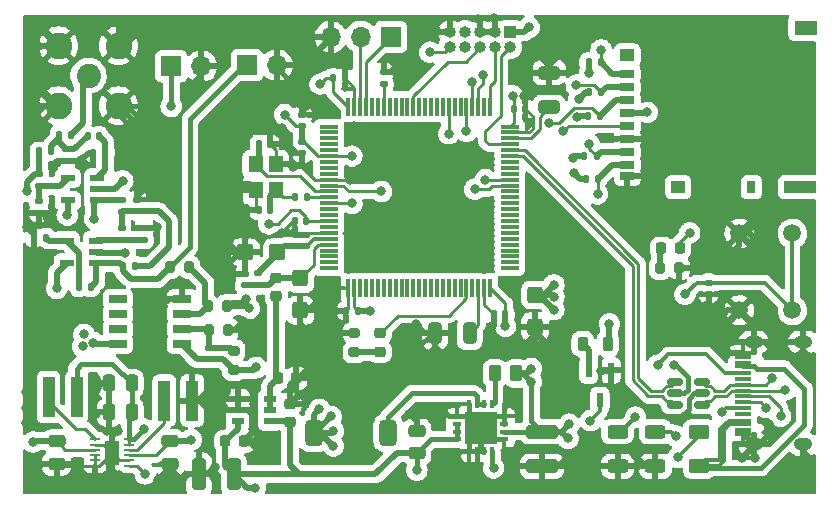
<source format=gbr>
%TF.GenerationSoftware,KiCad,Pcbnew,(5.99.0-7611-gb7875e4d41)*%
%TF.CreationDate,2020-12-16T01:58:44+00:00*%
%TF.ProjectId,CM4,434d342e-6b69-4636-9164-5f7063625858,rev?*%
%TF.SameCoordinates,Original*%
%TF.FileFunction,Copper,L1,Top*%
%TF.FilePolarity,Positive*%
%FSLAX46Y46*%
G04 Gerber Fmt 4.6, Leading zero omitted, Abs format (unit mm)*
G04 Created by KiCad (PCBNEW (5.99.0-7611-gb7875e4d41)) date 2020-12-16 01:58:44*
%MOMM*%
%LPD*%
G01*
G04 APERTURE LIST*
G04 Aperture macros list*
%AMRoundRect*
0 Rectangle with rounded corners*
0 $1 Rounding radius*
0 $2 $3 $4 $5 $6 $7 $8 $9 X,Y pos of 4 corners*
0 Add a 4 corners polygon primitive as box body*
4,1,4,$2,$3,$4,$5,$6,$7,$8,$9,$2,$3,0*
0 Add four circle primitives for the rounded corners*
1,1,$1+$1,$2,$3,0*
1,1,$1+$1,$4,$5,0*
1,1,$1+$1,$6,$7,0*
1,1,$1+$1,$8,$9,0*
0 Add four rect primitives between the rounded corners*
20,1,$1+$1,$2,$3,$4,$5,0*
20,1,$1+$1,$4,$5,$6,$7,0*
20,1,$1+$1,$6,$7,$8,$9,0*
20,1,$1+$1,$8,$9,$2,$3,0*%
G04 Aperture macros list end*
%TA.AperFunction,SMDPad,CuDef*%
%ADD10R,1.200000X0.700000*%
%TD*%
%TA.AperFunction,SMDPad,CuDef*%
%ADD11R,0.800000X1.000000*%
%TD*%
%TA.AperFunction,SMDPad,CuDef*%
%ADD12R,1.900000X1.300000*%
%TD*%
%TA.AperFunction,SMDPad,CuDef*%
%ADD13R,2.800000X1.000000*%
%TD*%
%TA.AperFunction,SMDPad,CuDef*%
%ADD14R,1.200000X1.000000*%
%TD*%
%TA.AperFunction,ComponentPad*%
%ADD15R,1.000000X1.000000*%
%TD*%
%TA.AperFunction,ComponentPad*%
%ADD16O,1.000000X1.000000*%
%TD*%
%TA.AperFunction,ComponentPad*%
%ADD17R,1.700000X1.700000*%
%TD*%
%TA.AperFunction,ComponentPad*%
%ADD18O,1.700000X1.700000*%
%TD*%
%TA.AperFunction,SMDPad,CuDef*%
%ADD19RoundRect,0.250000X0.325000X0.650000X-0.325000X0.650000X-0.325000X-0.650000X0.325000X-0.650000X0*%
%TD*%
%TA.AperFunction,SMDPad,CuDef*%
%ADD20RoundRect,0.250000X0.475000X-0.250000X0.475000X0.250000X-0.475000X0.250000X-0.475000X-0.250000X0*%
%TD*%
%TA.AperFunction,SMDPad,CuDef*%
%ADD21RoundRect,0.250000X0.625000X-0.375000X0.625000X0.375000X-0.625000X0.375000X-0.625000X-0.375000X0*%
%TD*%
%TA.AperFunction,SMDPad,CuDef*%
%ADD22RoundRect,0.250000X-0.625000X0.312500X-0.625000X-0.312500X0.625000X-0.312500X0.625000X0.312500X0*%
%TD*%
%TA.AperFunction,SMDPad,CuDef*%
%ADD23RoundRect,0.135000X-0.185000X0.135000X-0.185000X-0.135000X0.185000X-0.135000X0.185000X0.135000X0*%
%TD*%
%TA.AperFunction,SMDPad,CuDef*%
%ADD24RoundRect,0.250000X-0.425000X0.450000X-0.425000X-0.450000X0.425000X-0.450000X0.425000X0.450000X0*%
%TD*%
%TA.AperFunction,SMDPad,CuDef*%
%ADD25RoundRect,0.140000X-0.170000X0.140000X-0.170000X-0.140000X0.170000X-0.140000X0.170000X0.140000X0*%
%TD*%
%TA.AperFunction,SMDPad,CuDef*%
%ADD26RoundRect,0.150000X0.512500X0.150000X-0.512500X0.150000X-0.512500X-0.150000X0.512500X-0.150000X0*%
%TD*%
%TA.AperFunction,SMDPad,CuDef*%
%ADD27RoundRect,0.135000X0.135000X0.185000X-0.135000X0.185000X-0.135000X-0.185000X0.135000X-0.185000X0*%
%TD*%
%TA.AperFunction,SMDPad,CuDef*%
%ADD28RoundRect,0.250000X-1.100000X0.325000X-1.100000X-0.325000X1.100000X-0.325000X1.100000X0.325000X0*%
%TD*%
%TA.AperFunction,SMDPad,CuDef*%
%ADD29RoundRect,0.218750X0.256250X-0.218750X0.256250X0.218750X-0.256250X0.218750X-0.256250X-0.218750X0*%
%TD*%
%TA.AperFunction,SMDPad,CuDef*%
%ADD30RoundRect,0.250000X-0.262500X-0.450000X0.262500X-0.450000X0.262500X0.450000X-0.262500X0.450000X0*%
%TD*%
%TA.AperFunction,SMDPad,CuDef*%
%ADD31RoundRect,0.140000X-0.140000X-0.170000X0.140000X-0.170000X0.140000X0.170000X-0.140000X0.170000X0*%
%TD*%
%TA.AperFunction,SMDPad,CuDef*%
%ADD32RoundRect,0.140000X0.140000X0.170000X-0.140000X0.170000X-0.140000X-0.170000X0.140000X-0.170000X0*%
%TD*%
%TA.AperFunction,SMDPad,CuDef*%
%ADD33RoundRect,0.135000X-0.135000X-0.185000X0.135000X-0.185000X0.135000X0.185000X-0.135000X0.185000X0*%
%TD*%
%TA.AperFunction,SMDPad,CuDef*%
%ADD34RoundRect,0.140000X0.170000X-0.140000X0.170000X0.140000X-0.170000X0.140000X-0.170000X-0.140000X0*%
%TD*%
%TA.AperFunction,SMDPad,CuDef*%
%ADD35RoundRect,0.250000X-0.475000X0.250000X-0.475000X-0.250000X0.475000X-0.250000X0.475000X0.250000X0*%
%TD*%
%TA.AperFunction,SMDPad,CuDef*%
%ADD36R,1.450000X0.300000*%
%TD*%
%TA.AperFunction,ComponentPad*%
%ADD37RoundRect,0.500000X0.300000X0.000000X0.300000X0.000000X-0.300000X0.000000X-0.300000X0.000000X0*%
%TD*%
%TA.AperFunction,SMDPad,CuDef*%
%ADD38RoundRect,0.250000X0.650000X-0.325000X0.650000X0.325000X-0.650000X0.325000X-0.650000X-0.325000X0*%
%TD*%
%TA.AperFunction,ComponentPad*%
%ADD39C,1.500000*%
%TD*%
%TA.AperFunction,SMDPad,CuDef*%
%ADD40RoundRect,0.250000X0.250000X0.475000X-0.250000X0.475000X-0.250000X-0.475000X0.250000X-0.475000X0*%
%TD*%
%TA.AperFunction,SMDPad,CuDef*%
%ADD41RoundRect,0.225000X-0.225000X-0.250000X0.225000X-0.250000X0.225000X0.250000X-0.225000X0.250000X0*%
%TD*%
%TA.AperFunction,SMDPad,CuDef*%
%ADD42R,0.800000X0.350000*%
%TD*%
%TA.AperFunction,SMDPad,CuDef*%
%ADD43R,0.350000X0.800000*%
%TD*%
%TA.AperFunction,SMDPad,CuDef*%
%ADD44R,2.800000X2.800000*%
%TD*%
%TA.AperFunction,SMDPad,CuDef*%
%ADD45RoundRect,0.375000X0.375000X0.725000X-0.375000X0.725000X-0.375000X-0.725000X0.375000X-0.725000X0*%
%TD*%
%TA.AperFunction,SMDPad,CuDef*%
%ADD46R,1.525000X0.650000*%
%TD*%
%TA.AperFunction,SMDPad,CuDef*%
%ADD47RoundRect,0.250000X0.325000X1.100000X-0.325000X1.100000X-0.325000X-1.100000X0.325000X-1.100000X0*%
%TD*%
%TA.AperFunction,SMDPad,CuDef*%
%ADD48RoundRect,0.218750X-0.218750X-0.256250X0.218750X-0.256250X0.218750X0.256250X-0.218750X0.256250X0*%
%TD*%
%TA.AperFunction,SMDPad,CuDef*%
%ADD49R,0.980000X3.400000*%
%TD*%
%TA.AperFunction,SMDPad,CuDef*%
%ADD50R,1.200000X1.400000*%
%TD*%
%TA.AperFunction,SMDPad,CuDef*%
%ADD51R,1.000001X0.599999*%
%TD*%
%TA.AperFunction,SMDPad,CuDef*%
%ADD52RoundRect,0.200000X0.200000X0.275000X-0.200000X0.275000X-0.200000X-0.275000X0.200000X-0.275000X0*%
%TD*%
%TA.AperFunction,SMDPad,CuDef*%
%ADD53RoundRect,0.225000X0.250000X-0.225000X0.250000X0.225000X-0.250000X0.225000X-0.250000X-0.225000X0*%
%TD*%
%TA.AperFunction,SMDPad,CuDef*%
%ADD54RoundRect,0.135000X0.185000X-0.135000X0.185000X0.135000X-0.185000X0.135000X-0.185000X-0.135000X0*%
%TD*%
%TA.AperFunction,SMDPad,CuDef*%
%ADD55RoundRect,0.250000X0.450000X0.425000X-0.450000X0.425000X-0.450000X-0.425000X0.450000X-0.425000X0*%
%TD*%
%TA.AperFunction,SMDPad,CuDef*%
%ADD56RoundRect,0.075000X-0.725000X-0.075000X0.725000X-0.075000X0.725000X0.075000X-0.725000X0.075000X0*%
%TD*%
%TA.AperFunction,SMDPad,CuDef*%
%ADD57RoundRect,0.075000X-0.075000X-0.725000X0.075000X-0.725000X0.075000X0.725000X-0.075000X0.725000X0*%
%TD*%
%TA.AperFunction,SMDPad,CuDef*%
%ADD58R,0.600000X1.200000*%
%TD*%
%TA.AperFunction,SMDPad,CuDef*%
%ADD59R,1.200000X0.600000*%
%TD*%
%TA.AperFunction,SMDPad,CuDef*%
%ADD60RoundRect,0.200000X0.275000X-0.200000X0.275000X0.200000X-0.275000X0.200000X-0.275000X-0.200000X0*%
%TD*%
%TA.AperFunction,SMDPad,CuDef*%
%ADD61RoundRect,0.218750X-0.218750X-0.381250X0.218750X-0.381250X0.218750X0.381250X-0.218750X0.381250X0*%
%TD*%
%TA.AperFunction,SMDPad,CuDef*%
%ADD62R,0.850000X0.250000*%
%TD*%
%TA.AperFunction,SMDPad,CuDef*%
%ADD63R,1.310000X2.120000*%
%TD*%
%TA.AperFunction,ComponentPad*%
%ADD64C,2.050000*%
%TD*%
%TA.AperFunction,ComponentPad*%
%ADD65C,2.250000*%
%TD*%
%TA.AperFunction,ViaPad*%
%ADD66C,0.800000*%
%TD*%
%TA.AperFunction,Conductor*%
%ADD67C,0.500000*%
%TD*%
%TA.AperFunction,Conductor*%
%ADD68C,0.400000*%
%TD*%
%TA.AperFunction,Conductor*%
%ADD69C,0.300000*%
%TD*%
%TA.AperFunction,Conductor*%
%ADD70C,0.250000*%
%TD*%
%TA.AperFunction,Conductor*%
%ADD71C,0.261112*%
%TD*%
G04 APERTURE END LIST*
D10*
%TO.P,J4,1,DAT2*%
%TO.N,/H7MCU/SDMMC_D2*%
X147825000Y-80625000D03*
%TO.P,J4,2,DAT3/CD*%
%TO.N,/H7MCU/SDMMC_D3*%
X147825000Y-81725000D03*
%TO.P,J4,3,CMD*%
%TO.N,/H7MCU/SDMMC_CMD*%
X147825000Y-82825000D03*
%TO.P,J4,4,VDD*%
%TO.N,/+3.3V*%
X147825000Y-83925000D03*
%TO.P,J4,5,CLK*%
%TO.N,/H7MCU/SDMMC_CK*%
X147825000Y-85025000D03*
%TO.P,J4,6,VSS*%
%TO.N,GND*%
X147825000Y-86125000D03*
%TO.P,J4,7,DAT0*%
%TO.N,/H7MCU/SDMMC_D0*%
X147825000Y-87225000D03*
%TO.P,J4,8,DAT1*%
%TO.N,/H7MCU/SDMMC_D1*%
X147825000Y-88325000D03*
%TO.P,J4,9,SHIELD*%
%TO.N,GND*%
X147825000Y-89275000D03*
D11*
%TO.P,J4,10*%
%TO.N,N/C*%
X158325000Y-90225000D03*
D12*
%TO.P,J4,11*%
X162925000Y-76725000D03*
D13*
X162475000Y-90225000D03*
D14*
X152125000Y-90225000D03*
X147825000Y-79075000D03*
%TD*%
D15*
%TO.P,J3,1,Pin_1*%
%TO.N,/+3.3V*%
X137900000Y-77100000D03*
D16*
%TO.P,J3,2,Pin_2*%
%TO.N,/H7MCU/SWDIO*%
X137900000Y-78370000D03*
%TO.P,J3,3,Pin_3*%
%TO.N,GND*%
X136630000Y-77100000D03*
%TO.P,J3,4,Pin_4*%
%TO.N,/H7MCU/SWCLK*%
X136630000Y-78370000D03*
%TO.P,J3,5,Pin_5*%
%TO.N,GND*%
X135360000Y-77100000D03*
%TO.P,J3,6,Pin_6*%
%TO.N,/H7MCU/SWO*%
X135360000Y-78370000D03*
%TO.P,J3,7,Pin_7*%
%TO.N,no_connect_60*%
X134090000Y-77100000D03*
%TO.P,J3,8,Pin_8*%
%TO.N,no_connect_61*%
X134090000Y-78370000D03*
%TO.P,J3,9,Pin_9*%
%TO.N,GND*%
X132820000Y-77100000D03*
%TO.P,J3,10,Pin_10*%
%TO.N,/H7MCU/NRST*%
X132820000Y-78370000D03*
%TD*%
D17*
%TO.P,J6,1,Pin_1*%
%TO.N,/v_DIV_OUT*%
X109200000Y-80000000D03*
D18*
%TO.P,J6,2,Pin_2*%
%TO.N,GND*%
X111740000Y-80000000D03*
%TD*%
D19*
%TO.P,C15,1*%
%TO.N,Net-(C15-Pad1)*%
X134475000Y-102600000D03*
%TO.P,C15,2*%
%TO.N,GND*%
X131525000Y-102600000D03*
%TD*%
D20*
%TO.P,C12,1*%
%TO.N,/Power/+5V*%
X130000000Y-112750000D03*
%TO.P,C12,2*%
%TO.N,GND*%
X130000000Y-110850000D03*
%TD*%
D21*
%TO.P,F1,1*%
%TO.N,VCC*%
X153900000Y-113800000D03*
%TO.P,F1,2*%
%TO.N,Net-(F1-Pad2)*%
X153900000Y-111000000D03*
%TD*%
D22*
%TO.P,R15,1*%
%TO.N,Net-(J2-PadA5)*%
X147000000Y-110937500D03*
%TO.P,R15,2*%
%TO.N,GND*%
X147000000Y-113862500D03*
%TD*%
D23*
%TO.P,R3,1*%
%TO.N,GND*%
X106900000Y-93690000D03*
%TO.P,R3,2*%
%TO.N,Net-(C1-Pad1)*%
X106900000Y-94710000D03*
%TD*%
D24*
%TO.P,C25,1*%
%TO.N,/H7MCU/+3.3VA*%
X120142000Y-97964000D03*
%TO.P,C25,2*%
%TO.N,GND*%
X120142000Y-100664000D03*
%TD*%
D25*
%TO.P,C18,1*%
%TO.N,/+3.3V*%
X120300000Y-86420000D03*
%TO.P,C18,2*%
%TO.N,GND*%
X120300000Y-87380000D03*
%TD*%
D26*
%TO.P,U1,1,I/O1*%
%TO.N,/Power/USB_CONN_D-*%
X154137500Y-108650000D03*
%TO.P,U1,2,GND*%
%TO.N,GND*%
X154137500Y-107700000D03*
%TO.P,U1,3,I/O2*%
%TO.N,/Power/USB_CONN_D+*%
X154137500Y-106750000D03*
%TO.P,U1,4,I/O2*%
%TO.N,/USB_D+*%
X151862500Y-106750000D03*
%TO.P,U1,5,VBUS*%
%TO.N,/Power/+5V*%
X151862500Y-107700000D03*
%TO.P,U1,6,I/O1*%
%TO.N,/USB_D-*%
X151862500Y-108650000D03*
%TD*%
D27*
%TO.P,R24,1*%
%TO.N,/H7MCU/SDMMC_CMD*%
X145510000Y-84200000D03*
%TO.P,R24,2*%
%TO.N,/+3.3V*%
X144490000Y-84200000D03*
%TD*%
D28*
%TO.P,C11,1*%
%TO.N,/+3.3V*%
X140600000Y-110925000D03*
%TO.P,C11,2*%
%TO.N,GND*%
X140600000Y-113875000D03*
%TD*%
D29*
%TO.P,D2,1,K*%
%TO.N,Net-(D2-Pad1)*%
X126900000Y-104187500D03*
%TO.P,D2,2,A*%
%TO.N,/H7MCU/LED_STAT*%
X126900000Y-102612500D03*
%TD*%
D30*
%TO.P,R17,1*%
%TO.N,/Power/PG*%
X136587500Y-106000000D03*
%TO.P,R17,2*%
%TO.N,/+3.3V*%
X138412500Y-106000000D03*
%TD*%
D31*
%TO.P,C17,1*%
%TO.N,/+3.3V*%
X138220000Y-83600000D03*
%TO.P,C17,2*%
%TO.N,GND*%
X139180000Y-83600000D03*
%TD*%
D24*
%TO.P,C13,1*%
%TO.N,/+3.3V*%
X140000000Y-99350000D03*
%TO.P,C13,2*%
%TO.N,GND*%
X140000000Y-102050000D03*
%TD*%
D32*
%TO.P,C16,1*%
%TO.N,/+3.3V*%
X124980000Y-100700000D03*
%TO.P,C16,2*%
%TO.N,GND*%
X124020000Y-100700000D03*
%TD*%
D33*
%TO.P,R2,1*%
%TO.N,Net-(IC2-Pad1)*%
X97990000Y-87200000D03*
%TO.P,R2,2*%
%TO.N,Net-(C2-Pad2)*%
X99010000Y-87200000D03*
%TD*%
D34*
%TO.P,C1,1*%
%TO.N,Net-(C1-Pad1)*%
X105000000Y-94680000D03*
%TO.P,C1,2*%
%TO.N,Net-(C1-Pad2)*%
X105000000Y-93720000D03*
%TD*%
D32*
%TO.P,C2,1*%
%TO.N,Net-(C2-Pad1)*%
X103080000Y-85900000D03*
%TO.P,C2,2*%
%TO.N,Net-(C2-Pad2)*%
X102120000Y-85900000D03*
%TD*%
D27*
%TO.P,R8,1*%
%TO.N,P_AMP_OUT*%
X102410000Y-98700000D03*
%TO.P,R8,2*%
%TO.N,Net-(IC1-Pad4)*%
X101390000Y-98700000D03*
%TD*%
D35*
%TO.P,C9,1*%
%TO.N,/VNEG*%
X109100000Y-111750000D03*
%TO.P,C9,2*%
%TO.N,GND*%
X109100000Y-113650000D03*
%TD*%
D36*
%TO.P,J2,A1,GND*%
%TO.N,GND*%
X157600000Y-111100000D03*
%TO.P,J2,A4,VBUS*%
%TO.N,VCC*%
X157600000Y-110300000D03*
%TO.P,J2,A5,CC1*%
%TO.N,Net-(J2-PadA5)*%
X157600000Y-108950000D03*
%TO.P,J2,A6,D+*%
%TO.N,/Power/USB_CONN_D+*%
X157600000Y-107950000D03*
%TO.P,J2,A7,D-*%
%TO.N,/Power/USB_CONN_D-*%
X157600000Y-107450000D03*
%TO.P,J2,A8,SBU1*%
%TO.N,no_connect_58*%
X157600000Y-106450000D03*
%TO.P,J2,A9,VBUS*%
%TO.N,VCC*%
X157600000Y-105100000D03*
%TO.P,J2,A12,GND*%
%TO.N,GND*%
X157600000Y-104300000D03*
%TO.P,J2,B1,GND*%
X157600000Y-104600000D03*
%TO.P,J2,B4,VBUS*%
%TO.N,VCC*%
X157600000Y-105400000D03*
%TO.P,J2,B5,CC2*%
%TO.N,Net-(J2-PadB5)*%
X157600000Y-105950000D03*
%TO.P,J2,B6,D+*%
%TO.N,/Power/USB_CONN_D+*%
X157600000Y-106950000D03*
%TO.P,J2,B7,D-*%
%TO.N,/Power/USB_CONN_D-*%
X157600000Y-108450000D03*
%TO.P,J2,B8,SBU2*%
%TO.N,no_connect_59*%
X157600000Y-109450000D03*
%TO.P,J2,B9,VBUS*%
%TO.N,VCC*%
X157600000Y-110000000D03*
%TO.P,J2,B12,GND*%
%TO.N,GND*%
X157600000Y-110800000D03*
D37*
%TO.P,J2,S1,SHIELD*%
X158520000Y-112020000D03*
X158520000Y-103380000D03*
X162700000Y-103380000D03*
X162700000Y-112020000D03*
%TD*%
D38*
%TO.P,C19,1*%
%TO.N,Net-(C19-Pad1)*%
X141200000Y-83475000D03*
%TO.P,C19,2*%
%TO.N,GND*%
X141200000Y-80525000D03*
%TD*%
D39*
%TO.P,S1,1,1*%
%TO.N,/H7MCU/NRST*%
X161800000Y-100650000D03*
%TO.P,S1,2,2*%
X161800000Y-94150000D03*
%TO.P,S1,3,3*%
%TO.N,GND*%
X157300000Y-94150000D03*
%TO.P,S1,4,4*%
X157300000Y-100650000D03*
%TD*%
D27*
%TO.P,R20,1*%
%TO.N,/H7MCU/HSE_OUT*%
X120710000Y-91100000D03*
%TO.P,R20,2*%
%TO.N,Net-(C48-Pad2)*%
X119690000Y-91100000D03*
%TD*%
D40*
%TO.P,C8,1*%
%TO.N,/Power/+5V*%
X105850000Y-106850000D03*
%TO.P,C8,2*%
%TO.N,GND*%
X103950000Y-106850000D03*
%TD*%
D33*
%TO.P,R6,1*%
%TO.N,GND*%
X102610000Y-87300000D03*
%TO.P,R6,2*%
%TO.N,Net-(C2-Pad1)*%
X103630000Y-87300000D03*
%TD*%
D41*
%TO.P,C27,1*%
%TO.N,/Power/+5V*%
X113779000Y-111760000D03*
%TO.P,C27,2*%
%TO.N,GND*%
X115329000Y-111760000D03*
%TD*%
D42*
%TO.P,IC5,1,PGND_1*%
%TO.N,GND*%
X133400000Y-109625000D03*
%TO.P,IC5,2,VIN_1*%
%TO.N,/Power/+5V*%
X133400000Y-110275000D03*
%TO.P,IC5,3,VIN_2*%
X133400000Y-110925000D03*
%TO.P,IC5,4,EN*%
X133400000Y-111575000D03*
D43*
%TO.P,IC5,5,SYNC*%
%TO.N,GND*%
X134425000Y-112600000D03*
%TO.P,IC5,6,LBO*%
X135075000Y-112600000D03*
%TO.P,IC5,7,LBI*%
X135725000Y-112600000D03*
%TO.P,IC5,8,VINA*%
%TO.N,/Power/+5V*%
X136375000Y-112600000D03*
D42*
%TO.P,IC5,9,AGND*%
%TO.N,GND*%
X137400000Y-111575000D03*
%TO.P,IC5,10,FB*%
%TO.N,/+3.3V*%
X137400000Y-110925000D03*
%TO.P,IC5,11,GND_1*%
%TO.N,GND*%
X137400000Y-110275000D03*
%TO.P,IC5,12,GND_2*%
X137400000Y-109625000D03*
D43*
%TO.P,IC5,13,PG*%
%TO.N,/Power/PG*%
X136375000Y-108600000D03*
%TO.P,IC5,14,SW_1*%
%TO.N,/Power/SW*%
X135725000Y-108600000D03*
%TO.P,IC5,15,SW_2*%
X135075000Y-108600000D03*
%TO.P,IC5,16,PGND_2*%
%TO.N,GND*%
X134425000Y-108600000D03*
D44*
%TO.P,IC5,17,EP*%
X135400000Y-110600000D03*
%TD*%
D25*
%TO.P,C5,1*%
%TO.N,Net-(C5-Pad1)*%
X112400000Y-103820000D03*
%TO.P,C5,2*%
%TO.N,/v_DIV_OUT*%
X112400000Y-104780000D03*
%TD*%
D27*
%TO.P,R26,1*%
%TO.N,/H7MCU/SDMMC_D1*%
X145310000Y-89500000D03*
%TO.P,R26,2*%
%TO.N,/+3.3V*%
X144290000Y-89500000D03*
%TD*%
D40*
%TO.P,C6,1*%
%TO.N,/Power/+5V*%
X105850000Y-109300000D03*
%TO.P,C6,2*%
%TO.N,GND*%
X103950000Y-109300000D03*
%TD*%
D25*
%TO.P,C4,1*%
%TO.N,Net-(C2-Pad2)*%
X100300000Y-87020000D03*
%TO.P,C4,2*%
%TO.N,GND*%
X100300000Y-87980000D03*
%TD*%
D45*
%TO.P,L3,1*%
%TO.N,/Power/SW*%
X127586000Y-111041000D03*
%TO.P,L3,2*%
%TO.N,/+3.3V*%
X121286000Y-111041000D03*
%TD*%
D27*
%TO.P,R23,1*%
%TO.N,/H7MCU/SDMMC_D3*%
X145610000Y-82200000D03*
%TO.P,R23,2*%
%TO.N,/+3.3V*%
X144590000Y-82200000D03*
%TD*%
D46*
%TO.P,IC3,1,OUT_A*%
%TO.N,/v_DIV_OUT*%
X110112000Y-103505000D03*
%TO.P,IC3,2,-IN_A*%
%TO.N,Net-(C5-Pad1)*%
X110112000Y-102235000D03*
%TO.P,IC3,3,+IN_A*%
%TO.N,Net-(IC3-Pad3)*%
X110112000Y-100965000D03*
%TO.P,IC3,4,V-*%
%TO.N,GND*%
X110112000Y-99695000D03*
%TO.P,IC3,5,+IN_B*%
%TO.N,no_connect_55*%
X104688000Y-99695000D03*
%TO.P,IC3,6,-IN_B*%
%TO.N,no_connect_56*%
X104688000Y-100965000D03*
%TO.P,IC3,7,OUT_B*%
%TO.N,no_connect_57*%
X104688000Y-102235000D03*
%TO.P,IC3,8,V+*%
%TO.N,/+3.3V*%
X104688000Y-103505000D03*
%TD*%
D47*
%TO.P,C10,1*%
%TO.N,/Power/+5V*%
X114505000Y-114554000D03*
%TO.P,C10,2*%
%TO.N,GND*%
X111555000Y-114554000D03*
%TD*%
D22*
%TO.P,R16,1*%
%TO.N,Net-(J2-PadB5)*%
X150200000Y-110937500D03*
%TO.P,R16,2*%
%TO.N,GND*%
X150200000Y-113862500D03*
%TD*%
D48*
%TO.P,D3,1,K*%
%TO.N,Net-(D3-Pad1)*%
X150700000Y-95400000D03*
%TO.P,D3,2,A*%
%TO.N,/+3.3V*%
X152275000Y-95400000D03*
%TD*%
D27*
%TO.P,R25,1*%
%TO.N,/H7MCU/SDMMC_D0*%
X145210000Y-87600000D03*
%TO.P,R25,2*%
%TO.N,/+3.3V*%
X144190000Y-87600000D03*
%TD*%
D49*
%TO.P,L2,1,1*%
%TO.N,Net-(IC4-Pad10)*%
X108615000Y-108300000D03*
%TO.P,L2,2,2*%
%TO.N,GND*%
X110985000Y-108300000D03*
%TD*%
D31*
%TO.P,C21,1*%
%TO.N,/+3.3V*%
X122920000Y-81000000D03*
%TO.P,C21,2*%
%TO.N,GND*%
X123880000Y-81000000D03*
%TD*%
D50*
%TO.P,Y1,1,1*%
%TO.N,/H7MCU/HSE_IN*%
X116350000Y-88300000D03*
%TO.P,Y1,2,2*%
%TO.N,GND*%
X116350000Y-90500000D03*
%TO.P,Y1,3,3*%
%TO.N,Net-(C48-Pad2)*%
X118050000Y-90500000D03*
%TO.P,Y1,4,4*%
%TO.N,GND*%
X118050000Y-88300000D03*
%TD*%
D17*
%TO.P,J7,1,Pin_1*%
%TO.N,/H7MCU/USART_RX*%
X127800000Y-77500000D03*
D18*
%TO.P,J7,2,Pin_2*%
%TO.N,/H7MCU/USART_TX*%
X125260000Y-77500000D03*
%TO.P,J7,3,Pin_3*%
%TO.N,GND*%
X122720000Y-77500000D03*
%TD*%
D33*
%TO.P,R1,1*%
%TO.N,P_AMP_OUT*%
X105090000Y-96900000D03*
%TO.P,R1,2*%
%TO.N,Net-(C1-Pad2)*%
X106110000Y-96900000D03*
%TD*%
D51*
%TO.P,U3,1,GND_F*%
%TO.N,GND*%
X114829999Y-108142999D03*
%TO.P,U3,2,GND_S*%
X114829999Y-109093000D03*
%TO.P,U3,3,ENABLE*%
%TO.N,/Power/+5V*%
X114829999Y-110042998D03*
%TO.P,U3,4,IN*%
X117579999Y-110042998D03*
%TO.P,U3,5,OUT_S*%
%TO.N,/3.3VREF*%
X117579999Y-109093000D03*
%TO.P,U3,6,OUT_F*%
X117579999Y-108142999D03*
%TD*%
D29*
%TO.P,FB2,1*%
%TO.N,/3.3VREF*%
X118110000Y-99466500D03*
%TO.P,FB2,2*%
%TO.N,/H7MCU/+3.3VA*%
X118110000Y-97891500D03*
%TD*%
D34*
%TO.P,C20,1*%
%TO.N,/+3.3V*%
X120300000Y-85080000D03*
%TO.P,C20,2*%
%TO.N,GND*%
X120300000Y-84120000D03*
%TD*%
D35*
%TO.P,C7,1*%
%TO.N,/VPOS*%
X99500000Y-111750000D03*
%TO.P,C7,2*%
%TO.N,GND*%
X99500000Y-113650000D03*
%TD*%
D52*
%TO.P,R13,1*%
%TO.N,Net-(IC3-Pad3)*%
X110725000Y-97000000D03*
%TO.P,R13,2*%
%TO.N,P_AMP_OUT*%
X109075000Y-97000000D03*
%TD*%
D53*
%TO.P,C22,1*%
%TO.N,/Power/+5V*%
X119253000Y-110122000D03*
%TO.P,C22,2*%
%TO.N,GND*%
X119253000Y-108572000D03*
%TD*%
D25*
%TO.P,C26,1*%
%TO.N,GND*%
X115443000Y-97564000D03*
%TO.P,C26,2*%
%TO.N,/H7MCU/+3.3VA*%
X115443000Y-98524000D03*
%TD*%
D54*
%TO.P,R27,1*%
%TO.N,/H7MCU/BOOT0*%
X127200000Y-81510000D03*
%TO.P,R27,2*%
%TO.N,GND*%
X127200000Y-80490000D03*
%TD*%
D23*
%TO.P,R9,1*%
%TO.N,Net-(IC2-Pad4)*%
X98000000Y-91390000D03*
%TO.P,R9,2*%
%TO.N,GND*%
X98000000Y-92410000D03*
%TD*%
D34*
%TO.P,C50,1*%
%TO.N,GND*%
X154700000Y-99280000D03*
%TO.P,C50,2*%
%TO.N,/H7MCU/NRST*%
X154700000Y-98320000D03*
%TD*%
D31*
%TO.P,C48,1*%
%TO.N,GND*%
X116620000Y-92200000D03*
%TO.P,C48,2*%
%TO.N,Net-(C48-Pad2)*%
X117580000Y-92200000D03*
%TD*%
D55*
%TO.P,C23,1*%
%TO.N,/H7MCU/VREF+*%
X118190000Y-95758000D03*
%TO.P,C23,2*%
%TO.N,GND*%
X115490000Y-95758000D03*
%TD*%
D52*
%TO.P,R28,1*%
%TO.N,GND*%
X152212500Y-97100000D03*
%TO.P,R28,2*%
%TO.N,Net-(D3-Pad1)*%
X150562500Y-97100000D03*
%TD*%
%TO.P,R11,1*%
%TO.N,GND*%
X114025000Y-102300000D03*
%TO.P,R11,2*%
%TO.N,Net-(C5-Pad1)*%
X112375000Y-102300000D03*
%TD*%
D23*
%TO.P,R10,1*%
%TO.N,Net-(IC2-Pad1)*%
X98000000Y-89090000D03*
%TO.P,R10,2*%
%TO.N,Net-(IC2-Pad4)*%
X98000000Y-90110000D03*
%TD*%
D56*
%TO.P,U2,1,PE2*%
%TO.N,no_connect_62*%
X122525000Y-85100000D03*
%TO.P,U2,2,PE3*%
%TO.N,no_connect_66*%
X122525000Y-85600000D03*
%TO.P,U2,3,PE4*%
%TO.N,no_connect_73*%
X122525000Y-86100000D03*
%TO.P,U2,4,PE5*%
%TO.N,no_connect_84*%
X122525000Y-86600000D03*
%TO.P,U2,5,PE6*%
%TO.N,no_connect_92*%
X122525000Y-87100000D03*
%TO.P,U2,6,VBAT*%
%TO.N,/+3.3V*%
X122525000Y-87600000D03*
%TO.P,U2,7,PC13*%
%TO.N,no_connect_110*%
X122525000Y-88100000D03*
%TO.P,U2,8,PC14*%
%TO.N,no_connect_112*%
X122525000Y-88600000D03*
%TO.P,U2,9,PC15*%
%TO.N,no_connect_120*%
X122525000Y-89100000D03*
%TO.P,U2,10,VSS*%
%TO.N,GND*%
X122525000Y-89600000D03*
%TO.P,U2,11,VDD*%
%TO.N,/+3.3V*%
X122525000Y-90100000D03*
%TO.P,U2,12,PH0*%
%TO.N,/H7MCU/HSE_IN*%
X122525000Y-90600000D03*
%TO.P,U2,13,PH1*%
%TO.N,/H7MCU/HSE_OUT*%
X122525000Y-91100000D03*
%TO.P,U2,14,NRST*%
%TO.N,/H7MCU/NRST*%
X122525000Y-91600000D03*
%TO.P,U2,15,PC0*%
%TO.N,no_connect_63*%
X122525000Y-92100000D03*
%TO.P,U2,16,PC1*%
%TO.N,no_connect_64*%
X122525000Y-92600000D03*
%TO.P,U2,17,PC2_C*%
%TO.N,/v_DIV_OUT*%
X122525000Y-93100000D03*
%TO.P,U2,18,PC3_C*%
%TO.N,no_connect_65*%
X122525000Y-93600000D03*
%TO.P,U2,19,VSSA*%
%TO.N,GND*%
X122525000Y-94100000D03*
%TO.P,U2,20,VREF+*%
%TO.N,/H7MCU/VREF+*%
X122525000Y-94600000D03*
%TO.P,U2,21,VDDA*%
%TO.N,/H7MCU/+3.3VA*%
X122525000Y-95100000D03*
%TO.P,U2,22,PA0*%
%TO.N,no_connect_67*%
X122525000Y-95600000D03*
%TO.P,U2,23,PA1*%
%TO.N,no_connect_68*%
X122525000Y-96100000D03*
%TO.P,U2,24,PA2*%
%TO.N,no_connect_69*%
X122525000Y-96600000D03*
%TO.P,U2,25,PA3*%
%TO.N,no_connect_70*%
X122525000Y-97100000D03*
D57*
%TO.P,U2,26,VSS*%
%TO.N,GND*%
X124200000Y-98775000D03*
%TO.P,U2,27,VDD*%
%TO.N,/+3.3V*%
X124700000Y-98775000D03*
%TO.P,U2,28,PA4*%
%TO.N,no_connect_71*%
X125200000Y-98775000D03*
%TO.P,U2,29,PA5*%
%TO.N,no_connect_72*%
X125700000Y-98775000D03*
%TO.P,U2,30,PA6*%
%TO.N,no_connect_74*%
X126200000Y-98775000D03*
%TO.P,U2,31,PA7*%
%TO.N,no_connect_75*%
X126700000Y-98775000D03*
%TO.P,U2,32,PC4*%
%TO.N,no_connect_76*%
X127200000Y-98775000D03*
%TO.P,U2,33,PC5*%
%TO.N,no_connect_77*%
X127700000Y-98775000D03*
%TO.P,U2,34,PB0*%
%TO.N,no_connect_78*%
X128200000Y-98775000D03*
%TO.P,U2,35,PB1*%
%TO.N,no_connect_79*%
X128700000Y-98775000D03*
%TO.P,U2,36,PB2*%
%TO.N,no_connect_80*%
X129200000Y-98775000D03*
%TO.P,U2,37,PE7*%
%TO.N,no_connect_81*%
X129700000Y-98775000D03*
%TO.P,U2,38,PE8*%
%TO.N,no_connect_82*%
X130200000Y-98775000D03*
%TO.P,U2,39,PE9*%
%TO.N,no_connect_83*%
X130700000Y-98775000D03*
%TO.P,U2,40,PE10*%
%TO.N,no_connect_85*%
X131200000Y-98775000D03*
%TO.P,U2,41,PE11*%
%TO.N,no_connect_86*%
X131700000Y-98775000D03*
%TO.P,U2,42,PE12*%
%TO.N,no_connect_87*%
X132200000Y-98775000D03*
%TO.P,U2,43,PE13*%
%TO.N,no_connect_88*%
X132700000Y-98775000D03*
%TO.P,U2,44,PE14*%
%TO.N,no_connect_89*%
X133200000Y-98775000D03*
%TO.P,U2,45,PE15*%
%TO.N,no_connect_90*%
X133700000Y-98775000D03*
%TO.P,U2,46,PB10*%
%TO.N,/H7MCU/LED_STAT*%
X134200000Y-98775000D03*
%TO.P,U2,47,PB11*%
%TO.N,no_connect_91*%
X134700000Y-98775000D03*
%TO.P,U2,48,VCAP1*%
%TO.N,Net-(C15-Pad1)*%
X135200000Y-98775000D03*
%TO.P,U2,49,VSS*%
%TO.N,GND*%
X135700000Y-98775000D03*
%TO.P,U2,50,VDD*%
%TO.N,/+3.3V*%
X136200000Y-98775000D03*
D56*
%TO.P,U2,51,PB12*%
%TO.N,no_connect_93*%
X137875000Y-97100000D03*
%TO.P,U2,52,PB13*%
%TO.N,no_connect_94*%
X137875000Y-96600000D03*
%TO.P,U2,53,PB14*%
%TO.N,no_connect_95*%
X137875000Y-96100000D03*
%TO.P,U2,54,PB15*%
%TO.N,no_connect_96*%
X137875000Y-95600000D03*
%TO.P,U2,55,PD8*%
%TO.N,no_connect_97*%
X137875000Y-95100000D03*
%TO.P,U2,56,PD9*%
%TO.N,no_connect_98*%
X137875000Y-94600000D03*
%TO.P,U2,57,PD10*%
%TO.N,no_connect_99*%
X137875000Y-94100000D03*
%TO.P,U2,58,PD11*%
%TO.N,no_connect_100*%
X137875000Y-93600000D03*
%TO.P,U2,59,PD12*%
%TO.N,no_connect_101*%
X137875000Y-93100000D03*
%TO.P,U2,60,PD13*%
%TO.N,no_connect_102*%
X137875000Y-92600000D03*
%TO.P,U2,61,PD14*%
%TO.N,no_connect_103*%
X137875000Y-92100000D03*
%TO.P,U2,62,PD15*%
%TO.N,no_connect_104*%
X137875000Y-91600000D03*
%TO.P,U2,63,PC6*%
%TO.N,no_connect_105*%
X137875000Y-91100000D03*
%TO.P,U2,64,PC7*%
%TO.N,no_connect_106*%
X137875000Y-90600000D03*
%TO.P,U2,65,PC8*%
%TO.N,/H7MCU/SDMMC_D0*%
X137875000Y-90100000D03*
%TO.P,U2,66,PC9*%
%TO.N,/H7MCU/SDMMC_D1*%
X137875000Y-89600000D03*
%TO.P,U2,67,PA8*%
%TO.N,no_connect_107*%
X137875000Y-89100000D03*
%TO.P,U2,68,PA9*%
%TO.N,no_connect_108*%
X137875000Y-88600000D03*
%TO.P,U2,69,PA10*%
%TO.N,no_connect_109*%
X137875000Y-88100000D03*
%TO.P,U2,70,PA11*%
%TO.N,/USB_D-*%
X137875000Y-87600000D03*
%TO.P,U2,71,PA12*%
%TO.N,/USB_D+*%
X137875000Y-87100000D03*
%TO.P,U2,72,PA13*%
%TO.N,/H7MCU/SWDIO*%
X137875000Y-86600000D03*
%TO.P,U2,73,VCAP2*%
%TO.N,Net-(C19-Pad1)*%
X137875000Y-86100000D03*
%TO.P,U2,74,VSS*%
%TO.N,GND*%
X137875000Y-85600000D03*
%TO.P,U2,75,VDD*%
%TO.N,/+3.3V*%
X137875000Y-85100000D03*
D57*
%TO.P,U2,76,PA14*%
%TO.N,/H7MCU/SWCLK*%
X136200000Y-83425000D03*
%TO.P,U2,77,PA15*%
%TO.N,no_connect_111*%
X135700000Y-83425000D03*
%TO.P,U2,78,PC10*%
%TO.N,/H7MCU/SDMMC_D2*%
X135200000Y-83425000D03*
%TO.P,U2,79,PC11*%
%TO.N,/H7MCU/SDMMC_D3*%
X134700000Y-83425000D03*
%TO.P,U2,80,PC12*%
%TO.N,/H7MCU/SDMMC_CK*%
X134200000Y-83425000D03*
%TO.P,U2,81,PD0*%
%TO.N,no_connect_113*%
X133700000Y-83425000D03*
%TO.P,U2,82,PD1*%
%TO.N,no_connect_114*%
X133200000Y-83425000D03*
%TO.P,U2,83,PD2*%
%TO.N,/H7MCU/SDMMC_CMD*%
X132700000Y-83425000D03*
%TO.P,U2,84,PD3*%
%TO.N,no_connect_115*%
X132200000Y-83425000D03*
%TO.P,U2,85,PD4*%
%TO.N,no_connect_116*%
X131700000Y-83425000D03*
%TO.P,U2,86,PD5*%
%TO.N,no_connect_117*%
X131200000Y-83425000D03*
%TO.P,U2,87,PD6*%
%TO.N,no_connect_118*%
X130700000Y-83425000D03*
%TO.P,U2,88,PD7*%
%TO.N,no_connect_119*%
X130200000Y-83425000D03*
%TO.P,U2,89,PB3*%
%TO.N,/H7MCU/SWO*%
X129700000Y-83425000D03*
%TO.P,U2,90,PB4*%
%TO.N,no_connect_121*%
X129200000Y-83425000D03*
%TO.P,U2,91,PB5*%
%TO.N,no_connect_122*%
X128700000Y-83425000D03*
%TO.P,U2,92,PB6*%
%TO.N,no_connect_123*%
X128200000Y-83425000D03*
%TO.P,U2,93,PB7*%
%TO.N,no_connect_124*%
X127700000Y-83425000D03*
%TO.P,U2,94,BOOT0*%
%TO.N,/H7MCU/BOOT0*%
X127200000Y-83425000D03*
%TO.P,U2,95,PB8*%
%TO.N,no_connect_125*%
X126700000Y-83425000D03*
%TO.P,U2,96,PB9*%
%TO.N,no_connect_126*%
X126200000Y-83425000D03*
%TO.P,U2,97,PE0*%
%TO.N,/H7MCU/USART_RX*%
X125700000Y-83425000D03*
%TO.P,U2,98,PE1*%
%TO.N,/H7MCU/USART_TX*%
X125200000Y-83425000D03*
%TO.P,U2,99,VSS*%
%TO.N,GND*%
X124700000Y-83425000D03*
%TO.P,U2,100,VDD*%
%TO.N,/+3.3V*%
X124200000Y-83425000D03*
%TD*%
D52*
%TO.P,R14,1*%
%TO.N,/+3.3V*%
X113925000Y-100300000D03*
%TO.P,R14,2*%
%TO.N,Net-(IC3-Pad3)*%
X112275000Y-100300000D03*
%TD*%
D49*
%TO.P,L1,1,1*%
%TO.N,/Power/+5V*%
X101185000Y-108000000D03*
%TO.P,L1,2,2*%
%TO.N,Net-(IC4-Pad1)*%
X98815000Y-108000000D03*
%TD*%
D58*
%TO.P,Q1,1*%
%TO.N,GND*%
X146450000Y-105750000D03*
%TO.P,Q1,2*%
%TO.N,Net-(FB1-Pad1)*%
X144550000Y-105750000D03*
%TO.P,Q1,3*%
%TO.N,Net-(F1-Pad2)*%
X145500000Y-108250000D03*
%TD*%
D34*
%TO.P,C3,1*%
%TO.N,Net-(C1-Pad2)*%
X106300000Y-92280000D03*
%TO.P,C3,2*%
%TO.N,GND*%
X106300000Y-91320000D03*
%TD*%
D59*
%TO.P,IC1,1,OUTPUT*%
%TO.N,P_AMP_OUT*%
X102850000Y-96650000D03*
%TO.P,IC1,2,-VS*%
%TO.N,/VNEG*%
X102850000Y-95700000D03*
%TO.P,IC1,3,POS*%
%TO.N,Net-(C1-Pad1)*%
X102850000Y-94750000D03*
%TO.P,IC1,4,NEG*%
%TO.N,Net-(IC1-Pad4)*%
X100350000Y-94750000D03*
%TO.P,IC1,5,+VS*%
%TO.N,/VPOS*%
X100350000Y-96650000D03*
%TD*%
%TO.P,IC2,1,OUTPUT*%
%TO.N,Net-(IC2-Pad1)*%
X102950000Y-91350000D03*
%TO.P,IC2,2,-VS*%
%TO.N,/VNEG*%
X102950000Y-90400000D03*
%TO.P,IC2,3,POS*%
%TO.N,Net-(C2-Pad1)*%
X102950000Y-89450000D03*
%TO.P,IC2,4,NEG*%
%TO.N,Net-(IC2-Pad4)*%
X100450000Y-89450000D03*
%TO.P,IC2,5,+VS*%
%TO.N,/VPOS*%
X100450000Y-91350000D03*
%TD*%
D41*
%TO.P,C28,1*%
%TO.N,/3.3VREF*%
X118224000Y-106426000D03*
%TO.P,C28,2*%
%TO.N,GND*%
X119774000Y-106426000D03*
%TD*%
D31*
%TO.P,C29,1*%
%TO.N,GND*%
X119662000Y-93091000D03*
%TO.P,C29,2*%
%TO.N,/v_DIV_OUT*%
X120622000Y-93091000D03*
%TD*%
%TO.P,C49,1*%
%TO.N,/H7MCU/HSE_IN*%
X116620000Y-86600000D03*
%TO.P,C49,2*%
%TO.N,GND*%
X117580000Y-86600000D03*
%TD*%
D33*
%TO.P,R4,1*%
%TO.N,Net-(C2-Pad2)*%
X99690000Y-85800000D03*
%TO.P,R4,2*%
%TO.N,Net-(J1-Pad1)*%
X100710000Y-85800000D03*
%TD*%
D27*
%TO.P,R22,1*%
%TO.N,/H7MCU/SDMMC_D2*%
X145560000Y-79650000D03*
%TO.P,R22,2*%
%TO.N,/+3.3V*%
X144540000Y-79650000D03*
%TD*%
D17*
%TO.P,J5,1,Pin_1*%
%TO.N,P_AMP_OUT*%
X115600000Y-79900000D03*
D18*
%TO.P,J5,2,Pin_2*%
%TO.N,GND*%
X118140000Y-79900000D03*
%TD*%
D54*
%TO.P,R5,1*%
%TO.N,Net-(C1-Pad2)*%
X105000000Y-92310000D03*
%TO.P,R5,2*%
%TO.N,Net-(IC2-Pad1)*%
X105000000Y-91290000D03*
%TD*%
D32*
%TO.P,C14,1*%
%TO.N,/+3.3V*%
X137480000Y-101000000D03*
%TO.P,C14,2*%
%TO.N,GND*%
X136520000Y-101000000D03*
%TD*%
D60*
%TO.P,R12,1*%
%TO.N,/v_DIV_OUT*%
X114500000Y-105725000D03*
%TO.P,R12,2*%
%TO.N,Net-(C5-Pad1)*%
X114500000Y-104075000D03*
%TD*%
D27*
%TO.P,R7,1*%
%TO.N,Net-(IC1-Pad4)*%
X98610000Y-94500000D03*
%TO.P,R7,2*%
%TO.N,GND*%
X97590000Y-94500000D03*
%TD*%
D61*
%TO.P,FB1,1*%
%TO.N,Net-(FB1-Pad1)*%
X144037500Y-103500000D03*
%TO.P,FB1,2*%
%TO.N,/Power/+5V*%
X146162500Y-103500000D03*
%TD*%
D25*
%TO.P,C24,1*%
%TO.N,GND*%
X120650000Y-94262000D03*
%TO.P,C24,2*%
%TO.N,/H7MCU/VREF+*%
X120650000Y-95222000D03*
%TD*%
D23*
%TO.P,R18,1*%
%TO.N,/H7MCU/VREF+*%
X116586000Y-97534000D03*
%TO.P,R18,2*%
%TO.N,/H7MCU/+3.3VA*%
X116586000Y-98554000D03*
%TD*%
D62*
%TO.P,IC4,1,SWP*%
%TO.N,Net-(IC4-Pad1)*%
X102750000Y-111575000D03*
%TO.P,IC4,2,PGND*%
%TO.N,GND*%
X102750000Y-112025000D03*
%TO.P,IC4,3,VPOS*%
%TO.N,/VPOS*%
X102750000Y-112475000D03*
%TO.P,IC4,4,GND_1*%
%TO.N,GND*%
X102750000Y-112925000D03*
%TO.P,IC4,5,AGND*%
X102750000Y-113375000D03*
%TO.P,IC4,6,GND_2*%
X102750000Y-113825000D03*
%TO.P,IC4,7,EN*%
%TO.N,/Power/+5V*%
X105650000Y-113825000D03*
%TO.P,IC4,8,GND_3*%
%TO.N,GND*%
X105650000Y-113375000D03*
%TO.P,IC4,9,VNEG*%
%TO.N,/VNEG*%
X105650000Y-112925000D03*
%TO.P,IC4,10,SWN*%
%TO.N,Net-(IC4-Pad10)*%
X105650000Y-112475000D03*
%TO.P,IC4,11,AVIN*%
%TO.N,/Power/+5V*%
X105650000Y-112025000D03*
%TO.P,IC4,12,PVIN*%
X105650000Y-111575000D03*
D63*
%TO.P,IC4,13,EP*%
%TO.N,GND*%
X104200000Y-112700000D03*
%TD*%
D60*
%TO.P,R21,1*%
%TO.N,Net-(D2-Pad1)*%
X124700000Y-104225000D03*
%TO.P,R21,2*%
%TO.N,GND*%
X124700000Y-102575000D03*
%TD*%
D64*
%TO.P,J1,1,In*%
%TO.N,Net-(J1-Pad1)*%
X102200000Y-80800000D03*
D65*
%TO.P,J1,2,Ext*%
%TO.N,GND*%
X104740000Y-83340000D03*
X99660000Y-78260000D03*
X104740000Y-78260000D03*
X99660000Y-83340000D03*
%TD*%
D66*
%TO.N,GND*%
X118600000Y-85200000D03*
X154400000Y-100300000D03*
X118618000Y-94107000D03*
X148600000Y-113800000D03*
X144500000Y-113800000D03*
X113792000Y-94742000D03*
X119900000Y-83100000D03*
X156300000Y-101800000D03*
X138200000Y-114000000D03*
X107100000Y-86500000D03*
X162500000Y-113300000D03*
X145700000Y-76200000D03*
X128200000Y-79900000D03*
X108800000Y-99800000D03*
X132000000Y-108900000D03*
X102700000Y-114800000D03*
X104700000Y-110900000D03*
X119500000Y-88500000D03*
X155900000Y-101000000D03*
X113665000Y-95758000D03*
X99500000Y-88200000D03*
X110109000Y-115062000D03*
X130300000Y-109400000D03*
X120904000Y-102616000D03*
X139573000Y-79629000D03*
X130048000Y-103886000D03*
X162200000Y-104600000D03*
X156900000Y-103200000D03*
X151400000Y-77400000D03*
X112000000Y-81600000D03*
X135200000Y-76000000D03*
X106100000Y-87000000D03*
X96900000Y-108900000D03*
X118300000Y-81600000D03*
X150800000Y-88900000D03*
X112900000Y-109600000D03*
X108077000Y-115062000D03*
X115200000Y-102500000D03*
X152100000Y-109900000D03*
X104800000Y-114600000D03*
X141300000Y-78600000D03*
X134800000Y-113900000D03*
X97800000Y-81800000D03*
X113665000Y-108966000D03*
X101600000Y-87900000D03*
X148500000Y-112900000D03*
X113665000Y-97155000D03*
X158700000Y-93300000D03*
X114173000Y-98044000D03*
X97000000Y-93600000D03*
X121158000Y-105283000D03*
X156200000Y-104000000D03*
X120015000Y-107823000D03*
X97600000Y-84200000D03*
X108000000Y-93600000D03*
X142500000Y-78600000D03*
X122100000Y-79500000D03*
X141000000Y-103500000D03*
X97500000Y-78900000D03*
X124300000Y-89600000D03*
X112400000Y-90400000D03*
X140200000Y-78900000D03*
X115300000Y-101600000D03*
X112600000Y-87400000D03*
X163200000Y-104600000D03*
X114700000Y-91300000D03*
X119761000Y-102489000D03*
X130175000Y-105029000D03*
X149100000Y-77300000D03*
X112600000Y-86000000D03*
X136500000Y-75900000D03*
X112300000Y-88800000D03*
X102800000Y-106500000D03*
X114300000Y-90000000D03*
X96900000Y-110200000D03*
X149500000Y-86100000D03*
X119634000Y-94107000D03*
X98800000Y-92900000D03*
X159800000Y-111200000D03*
X163400000Y-113300000D03*
X105600000Y-85000000D03*
X160100000Y-104000000D03*
X112800000Y-108400000D03*
X124536000Y-108041000D03*
X150800000Y-86100000D03*
X139100000Y-82500000D03*
X117400000Y-85300000D03*
X97600000Y-113400000D03*
X157500000Y-113200000D03*
X126836000Y-108141000D03*
X125636000Y-108141000D03*
X138049000Y-103632000D03*
X103800000Y-114600000D03*
X120015000Y-105029000D03*
X132200000Y-104400000D03*
X102800000Y-107400000D03*
X121000000Y-83100000D03*
X121000000Y-79300000D03*
X155700000Y-103200000D03*
X116600000Y-83100000D03*
X121793000Y-99695000D03*
X131200000Y-104400000D03*
X113665000Y-107950000D03*
X149800000Y-88500000D03*
X140000000Y-103600000D03*
X117400000Y-82600000D03*
X129921000Y-101854000D03*
X131600000Y-76900000D03*
X101800000Y-114800000D03*
X109093000Y-115062000D03*
X98200000Y-76700000D03*
X97500000Y-77700000D03*
X158600000Y-113200000D03*
X112903000Y-113919000D03*
X133300000Y-113000000D03*
X103800000Y-110900000D03*
X129300000Y-109400000D03*
X152700000Y-77200000D03*
X129921000Y-102870000D03*
X142000000Y-76300000D03*
X145600000Y-105800000D03*
X156800000Y-95700000D03*
X112903000Y-114935000D03*
X124000000Y-79900000D03*
X153500000Y-96900000D03*
X106700000Y-83400000D03*
X97600000Y-82900000D03*
X102800000Y-109400000D03*
X150200000Y-77400000D03*
X96900000Y-107600000D03*
X136400000Y-102000000D03*
X149500000Y-79000000D03*
X116586000Y-111506000D03*
X116586000Y-112522000D03*
X143500000Y-113900000D03*
X123300000Y-102400000D03*
X114681000Y-92583000D03*
X107100000Y-90200000D03*
X105900000Y-76400000D03*
X123100000Y-100700000D03*
X143900000Y-76300000D03*
X159800000Y-110300000D03*
X105000000Y-76400000D03*
X137600000Y-108600000D03*
X110900000Y-81500000D03*
X139065000Y-103505000D03*
X158600000Y-94600000D03*
X140208000Y-77978000D03*
X114046000Y-107061000D03*
X121285000Y-106426000D03*
X142900000Y-113000000D03*
X106300000Y-77200000D03*
X106600000Y-84500000D03*
X119400000Y-81400000D03*
X112800000Y-107000000D03*
X97500000Y-114400000D03*
%TO.N,/v_DIV_OUT*%
X116400000Y-105500000D03*
X117475000Y-93345000D03*
X109200000Y-83400000D03*
%TO.N,/Power/+5V*%
X107000000Y-114500000D03*
X130000000Y-114200000D03*
X106900000Y-110700000D03*
X136500000Y-114000000D03*
X116332000Y-115697000D03*
X146300000Y-101800000D03*
X151800000Y-105300000D03*
%TO.N,/VPOS*%
X99500000Y-98800000D03*
X97500000Y-111800000D03*
X100400000Y-92600000D03*
%TO.N,/VNEG*%
X105300000Y-95800000D03*
X110900000Y-111600000D03*
X105100000Y-89700000D03*
%TO.N,/+3.3V*%
X124500000Y-87600000D03*
X118800000Y-84100000D03*
X101800000Y-102700000D03*
X121736000Y-109041000D03*
X122936000Y-110841000D03*
X122736000Y-109641000D03*
X126000000Y-100700000D03*
X143700000Y-82800000D03*
X143300000Y-89000000D03*
X122936000Y-112141000D03*
X137500000Y-102000000D03*
X141600000Y-100600000D03*
X139700000Y-105600000D03*
X153100000Y-94100000D03*
X143600000Y-84300000D03*
X141600000Y-98500000D03*
X127000000Y-90600000D03*
X149500000Y-83900000D03*
X143200000Y-87800000D03*
X142800000Y-111500000D03*
X115800000Y-100500000D03*
X138100000Y-82500000D03*
X115500000Y-99700000D03*
X141600000Y-99500000D03*
X142900000Y-110300000D03*
X144600000Y-80600000D03*
X102600000Y-103400000D03*
X139500000Y-76700000D03*
X101700000Y-103700000D03*
X139700000Y-106700000D03*
X121800000Y-81500000D03*
%TO.N,/Power/USB_CONN_D+*%
X160100000Y-106400000D03*
X160800000Y-109625000D03*
%TO.N,/Power/USB_CONN_D-*%
X159600000Y-108900000D03*
X161200000Y-107400000D03*
%TO.N,/H7MCU/NRST*%
X131100000Y-78800000D03*
X124500000Y-91600000D03*
X152700000Y-99300000D03*
%TO.N,Net-(F1-Pad2)*%
X152100000Y-113100000D03*
X144700000Y-110000000D03*
%TO.N,Net-(IC2-Pad1)*%
X96950000Y-90600000D03*
X102700000Y-92900000D03*
%TO.N,/H7MCU/SDMMC_CMD*%
X141200000Y-84775000D03*
X132700000Y-85700000D03*
%TO.N,/H7MCU/SDMMC_CK*%
X134200000Y-85500000D03*
X142400000Y-85500000D03*
%TO.N,/H7MCU/SDMMC_D3*%
X134700000Y-81300000D03*
X143500000Y-81600000D03*
%TO.N,/H7MCU/SDMMC_D2*%
X145600000Y-78600000D03*
X135600000Y-80700000D03*
%TO.N,/H7MCU/SDMMC_D1*%
X145300000Y-90800000D03*
X135800000Y-89600000D03*
%TO.N,/H7MCU/SDMMC_D0*%
X134900000Y-90400000D03*
X144600000Y-86600000D03*
%TO.N,Net-(J2-PadB5)*%
X150400000Y-105300000D03*
X151900000Y-111300000D03*
%TO.N,Net-(J2-PadA5)*%
X155800000Y-109300000D03*
X148500000Y-109700000D03*
%TD*%
D67*
%TO.N,GND*%
X109100000Y-113650000D02*
X109100000Y-114053000D01*
X98040000Y-83340000D02*
X97600000Y-82900000D01*
X124700000Y-102575000D02*
X123475000Y-102575000D01*
D68*
X120300000Y-83800000D02*
X121000000Y-83100000D01*
D67*
X153300000Y-97100000D02*
X153500000Y-96900000D01*
X111600000Y-108300000D02*
X112900000Y-109600000D01*
D68*
X111740000Y-80000000D02*
X111740000Y-80660000D01*
X104740000Y-84140000D02*
X105600000Y-85000000D01*
D67*
X140000000Y-102050000D02*
X140000000Y-102500000D01*
X159825001Y-111174999D02*
X159825001Y-110300000D01*
X119774000Y-105270000D02*
X120015000Y-105029000D01*
X157300000Y-94150000D02*
X157300000Y-95200000D01*
X158980000Y-112020000D02*
X158520000Y-112020000D01*
X138325000Y-113875000D02*
X138200000Y-114000000D01*
D68*
X135360000Y-77100000D02*
X135360000Y-76160000D01*
X139065000Y-103505000D02*
X138176000Y-103505000D01*
D67*
X141200000Y-80525000D02*
X141200000Y-78700000D01*
X101800000Y-114800000D02*
X102700000Y-114800000D01*
X147825000Y-89275000D02*
X149025000Y-89275000D01*
D69*
X150200000Y-113862500D02*
X149462500Y-113862500D01*
D68*
X137400000Y-108800000D02*
X137600000Y-108600000D01*
D67*
X110617000Y-114554000D02*
X110109000Y-115062000D01*
X114046000Y-107569000D02*
X113665000Y-107950000D01*
D70*
X120300000Y-87380000D02*
X119985000Y-87380000D01*
D67*
X99660000Y-83340000D02*
X99340000Y-83340000D01*
D68*
X98250000Y-113650000D02*
X97500000Y-114400000D01*
D67*
X102200000Y-87300000D02*
X101600000Y-87900000D01*
X120142000Y-100664000D02*
X120142000Y-102108000D01*
D68*
X118140000Y-79900000D02*
X118140000Y-81440000D01*
D67*
X104740000Y-76660000D02*
X105000000Y-76400000D01*
X152212500Y-97100000D02*
X153300000Y-97100000D01*
X107910000Y-93690000D02*
X108000000Y-93600000D01*
X111500000Y-108300000D02*
X112800000Y-107000000D01*
D70*
X102750000Y-113825000D02*
X99675000Y-113825000D01*
D68*
X133400000Y-109625000D02*
X132725000Y-109625000D01*
D67*
X99660000Y-83340000D02*
X98460000Y-83340000D01*
D70*
X118600000Y-85995000D02*
X118600000Y-85200000D01*
D67*
X149475000Y-86125000D02*
X149500000Y-86100000D01*
X120142000Y-101854000D02*
X120904000Y-102616000D01*
X115490000Y-95758000D02*
X113665000Y-95758000D01*
D68*
X134425000Y-111575000D02*
X135400000Y-110600000D01*
D67*
X136520000Y-101000000D02*
X136520000Y-101880000D01*
D69*
X144562500Y-113862500D02*
X144500000Y-113800000D01*
D67*
X116332000Y-111760000D02*
X116586000Y-111506000D01*
X109100000Y-113650000D02*
X109100000Y-114039000D01*
D68*
X102900000Y-109300000D02*
X102800000Y-109400000D01*
D67*
X158520000Y-103380000D02*
X157080000Y-103380000D01*
X119789000Y-94262000D02*
X119634000Y-94107000D01*
X122720000Y-77500000D02*
X122720000Y-78880000D01*
D70*
X139800000Y-85300000D02*
X139800000Y-84220000D01*
D68*
X153470000Y-107700000D02*
X153000000Y-108170000D01*
X136375000Y-111575000D02*
X135400000Y-110600000D01*
D67*
X113857999Y-108142999D02*
X113665000Y-107950000D01*
X102610000Y-87300000D02*
X102200000Y-87300000D01*
X149025000Y-89275000D02*
X149800000Y-88500000D01*
D68*
X103950000Y-109300000D02*
X103950000Y-106850000D01*
D67*
X111555000Y-114554000D02*
X112522000Y-114554000D01*
D68*
X123880000Y-81000000D02*
X123880000Y-80020000D01*
D67*
X119300000Y-88300000D02*
X119500000Y-88500000D01*
X98140000Y-78260000D02*
X97500000Y-78900000D01*
D69*
X147000000Y-113862500D02*
X144562500Y-113862500D01*
D67*
X157850000Y-94150000D02*
X158700000Y-93300000D01*
X155700000Y-103200000D02*
X156900000Y-103200000D01*
D68*
X134425000Y-108600000D02*
X134425000Y-109625000D01*
X131525000Y-102600000D02*
X130667000Y-102600000D01*
D67*
X100300000Y-87980000D02*
X101520000Y-87980000D01*
D70*
X135700000Y-98775000D02*
X135700000Y-100180000D01*
D68*
X134425000Y-112600000D02*
X135725000Y-112600000D01*
D67*
X140000000Y-102500000D02*
X141000000Y-103500000D01*
D68*
X135075000Y-112600000D02*
X135075000Y-113625000D01*
X153000000Y-108170000D02*
X153000000Y-109000000D01*
D67*
X99340000Y-83340000D02*
X97800000Y-81800000D01*
X141200000Y-80525000D02*
X141200000Y-79900000D01*
X123475000Y-102575000D02*
X123300000Y-102400000D01*
D68*
X104740000Y-83340000D02*
X104740000Y-84140000D01*
D67*
X158520000Y-112180000D02*
X157500000Y-113200000D01*
D69*
X119662000Y-93091000D02*
X119662000Y-94079000D01*
D67*
X115062000Y-95758000D02*
X113665000Y-97155000D01*
X162700000Y-112020000D02*
X162700000Y-112600000D01*
D68*
X118140000Y-79900000D02*
X118140000Y-80140000D01*
D67*
X109100000Y-114039000D02*
X108077000Y-115062000D01*
X162700000Y-112600000D02*
X163400000Y-113300000D01*
D70*
X118050000Y-88300000D02*
X118050000Y-87070000D01*
D67*
X98460000Y-83340000D02*
X97600000Y-84200000D01*
X156250000Y-100650000D02*
X155900000Y-101000000D01*
D68*
X154137500Y-107700000D02*
X153470000Y-107700000D01*
D67*
X122720000Y-77500000D02*
X122720000Y-77580000D01*
D68*
X106300000Y-91000000D02*
X107100000Y-90200000D01*
D69*
X119662000Y-94079000D02*
X119634000Y-94107000D01*
D68*
X130000000Y-110850000D02*
X130000000Y-110100000D01*
D70*
X124700000Y-83425000D02*
X124700000Y-81820000D01*
D67*
X155700000Y-103500000D02*
X156200000Y-104000000D01*
X162700000Y-103380000D02*
X162700000Y-104100000D01*
D70*
X103800000Y-113100000D02*
X104200000Y-112700000D01*
D67*
X119253000Y-108572000D02*
X119266000Y-108572000D01*
X156500000Y-104300000D02*
X156200000Y-104000000D01*
D68*
X134425000Y-112600000D02*
X133700000Y-112600000D01*
X137400000Y-111575000D02*
X136375000Y-111575000D01*
X127200000Y-80490000D02*
X127610000Y-80490000D01*
D70*
X104875000Y-113375000D02*
X104200000Y-112700000D01*
D67*
X116078000Y-111011000D02*
X115329000Y-111760000D01*
D68*
X106640000Y-83340000D02*
X106700000Y-83400000D01*
X131800000Y-77100000D02*
X131600000Y-76900000D01*
D67*
X108905000Y-99695000D02*
X108800000Y-99800000D01*
D68*
X131525000Y-102600000D02*
X131334000Y-102600000D01*
D67*
X115697000Y-109093000D02*
X116078000Y-109474000D01*
X120142000Y-100664000D02*
X120824000Y-100664000D01*
X114700000Y-91400000D02*
X114700000Y-92500000D01*
X115490000Y-95758000D02*
X114808000Y-95758000D01*
D68*
X97850000Y-113650000D02*
X97600000Y-113400000D01*
D67*
X117580000Y-85480000D02*
X117400000Y-85300000D01*
D70*
X139180000Y-82580000D02*
X139100000Y-82500000D01*
D67*
X131525000Y-102600000D02*
X131525000Y-104075000D01*
D68*
X111740000Y-81340000D02*
X112000000Y-81600000D01*
D67*
X110985000Y-108300000D02*
X111500000Y-108300000D01*
D68*
X111740000Y-80660000D02*
X110900000Y-81500000D01*
D67*
X115824000Y-111760000D02*
X116586000Y-112522000D01*
X114025000Y-102300000D02*
X115000000Y-102300000D01*
X141200000Y-79900000D02*
X142500000Y-78600000D01*
D68*
X133400000Y-109625000D02*
X134425000Y-109625000D01*
D70*
X124700000Y-81820000D02*
X123880000Y-81000000D01*
D67*
X140600000Y-113875000D02*
X142025000Y-113875000D01*
X114700000Y-91300000D02*
X114700000Y-90400000D01*
X159800000Y-111200000D02*
X158980000Y-112020000D01*
X104740000Y-77560000D02*
X105900000Y-76400000D01*
X109100000Y-115055000D02*
X109093000Y-115062000D01*
D68*
X132820000Y-77100000D02*
X131800000Y-77100000D01*
D70*
X102750000Y-112025000D02*
X103525000Y-112025000D01*
X105650000Y-113375000D02*
X104875000Y-113375000D01*
D67*
X114829999Y-109093000D02*
X113792000Y-109093000D01*
X119253000Y-106947000D02*
X119774000Y-106426000D01*
D70*
X104200000Y-114000000D02*
X104800000Y-114600000D01*
D67*
X158520000Y-113120000D02*
X158600000Y-113200000D01*
X159800000Y-111200000D02*
X159825001Y-111174999D01*
D68*
X133700000Y-112600000D02*
X133300000Y-113000000D01*
D67*
X98000000Y-92410000D02*
X98310000Y-92410000D01*
X106900000Y-93690000D02*
X107910000Y-93690000D01*
X114829999Y-108142999D02*
X114829999Y-109093000D01*
X112700000Y-108300000D02*
X112800000Y-108400000D01*
D69*
X119634000Y-93091000D02*
X118618000Y-94107000D01*
D67*
X157600000Y-111100000D02*
X158520000Y-112020000D01*
D68*
X120300000Y-84120000D02*
X120300000Y-83800000D01*
X140000000Y-102050000D02*
X140000000Y-102570000D01*
D70*
X103800000Y-114600000D02*
X103800000Y-113100000D01*
D69*
X119662000Y-93091000D02*
X119634000Y-93091000D01*
D67*
X120824000Y-100664000D02*
X121793000Y-99695000D01*
D68*
X123880000Y-80020000D02*
X124000000Y-79900000D01*
D70*
X139800000Y-84220000D02*
X139180000Y-83600000D01*
X99675000Y-113825000D02*
X99500000Y-113650000D01*
D67*
X131525000Y-102600000D02*
X131525000Y-103725000D01*
X122720000Y-77580000D02*
X121000000Y-79300000D01*
X115329000Y-111760000D02*
X116332000Y-111760000D01*
D68*
X137400000Y-109625000D02*
X137400000Y-108800000D01*
D67*
X110985000Y-108300000D02*
X111600000Y-108300000D01*
X120142000Y-100664000D02*
X120142000Y-101854000D01*
X147825000Y-86125000D02*
X149475000Y-86125000D01*
D68*
X140000000Y-102570000D02*
X139065000Y-103505000D01*
D70*
X104200000Y-112700000D02*
X104200000Y-111300000D01*
D67*
X115443000Y-97564000D02*
X115443000Y-95805000D01*
X154700000Y-100000000D02*
X154400000Y-100300000D01*
X114700000Y-91300000D02*
X114700000Y-91400000D01*
X120142000Y-102108000D02*
X119761000Y-102489000D01*
X157600000Y-104300000D02*
X156500000Y-104300000D01*
D68*
X138176000Y-103505000D02*
X138049000Y-103632000D01*
D67*
X119774000Y-106426000D02*
X119774000Y-105270000D01*
D68*
X103350000Y-106850000D02*
X102800000Y-107400000D01*
D67*
X157300000Y-100650000D02*
X156250000Y-100650000D01*
X162700000Y-104100000D02*
X162200000Y-104600000D01*
D69*
X148662500Y-113862500D02*
X148600000Y-113800000D01*
D68*
X137400000Y-109625000D02*
X136375000Y-109625000D01*
D67*
X119774000Y-106426000D02*
X120015000Y-106426000D01*
D68*
X130000000Y-110100000D02*
X129300000Y-109400000D01*
D70*
X121400000Y-89600000D02*
X120300000Y-88500000D01*
X122525000Y-89600000D02*
X121400000Y-89600000D01*
D67*
X122720000Y-78880000D02*
X122100000Y-79500000D01*
X157300000Y-100650000D02*
X157300000Y-100800000D01*
X140600000Y-113875000D02*
X138325000Y-113875000D01*
D70*
X139180000Y-83600000D02*
X139180000Y-82580000D01*
D67*
X99660000Y-78260000D02*
X98140000Y-78260000D01*
X98060000Y-78260000D02*
X97500000Y-77700000D01*
D68*
X131525000Y-102600000D02*
X130191000Y-102600000D01*
X140200000Y-78900000D02*
X140200000Y-77986000D01*
D70*
X103075000Y-113825000D02*
X104200000Y-112700000D01*
D67*
X162700000Y-112020000D02*
X162700000Y-113100000D01*
D68*
X105440000Y-83340000D02*
X106600000Y-84500000D01*
D67*
X110985000Y-108300000D02*
X112700000Y-108300000D01*
X115490000Y-95758000D02*
X115062000Y-95758000D01*
X124020000Y-100700000D02*
X123100000Y-100700000D01*
D68*
X132725000Y-109625000D02*
X132000000Y-108900000D01*
D70*
X104200000Y-112700000D02*
X104200000Y-111400000D01*
D68*
X137400000Y-110275000D02*
X137400000Y-109625000D01*
X135075000Y-113625000D02*
X134800000Y-113900000D01*
D70*
X116350000Y-91930000D02*
X116620000Y-92200000D01*
D68*
X139573000Y-79629000D02*
X139573000Y-79527000D01*
D67*
X142025000Y-113875000D02*
X142900000Y-113000000D01*
X101520000Y-87980000D02*
X101600000Y-87900000D01*
X104740000Y-78260000D02*
X105240000Y-78260000D01*
D69*
X143537500Y-113862500D02*
X143500000Y-113900000D01*
D68*
X136630000Y-77100000D02*
X136630000Y-76030000D01*
D67*
X158150000Y-94150000D02*
X158600000Y-94600000D01*
X116078000Y-109474000D02*
X116078000Y-111011000D01*
X154700000Y-99280000D02*
X154700000Y-100000000D01*
D68*
X131525000Y-102600000D02*
X131525000Y-103679000D01*
X140200000Y-77986000D02*
X140208000Y-77978000D01*
D67*
X115000000Y-102300000D02*
X115200000Y-102500000D01*
D68*
X131525000Y-103679000D02*
X130175000Y-105029000D01*
X139573000Y-79527000D02*
X140200000Y-78900000D01*
D67*
X102750000Y-114750000D02*
X102700000Y-114800000D01*
D68*
X153000000Y-109000000D02*
X152100000Y-109900000D01*
D70*
X116350000Y-90500000D02*
X116350000Y-91930000D01*
D67*
X158520000Y-103380000D02*
X159480000Y-103380000D01*
D68*
X134425000Y-109625000D02*
X135400000Y-110600000D01*
D67*
X114025000Y-102300000D02*
X114600000Y-102300000D01*
X114653000Y-97564000D02*
X114173000Y-98044000D01*
X119266000Y-108572000D02*
X120015000Y-107823000D01*
D68*
X104740000Y-83340000D02*
X105440000Y-83340000D01*
X111740000Y-80000000D02*
X111740000Y-81340000D01*
D67*
X99720000Y-87980000D02*
X99500000Y-88200000D01*
X155700000Y-103200000D02*
X155700000Y-103500000D01*
D68*
X136375000Y-109625000D02*
X135400000Y-110600000D01*
X99500000Y-113650000D02*
X98250000Y-113650000D01*
X130191000Y-102600000D02*
X129921000Y-102870000D01*
D67*
X157300000Y-94150000D02*
X158150000Y-94150000D01*
D70*
X139500000Y-85600000D02*
X139800000Y-85300000D01*
X124200000Y-100520000D02*
X124020000Y-100700000D01*
D68*
X103950000Y-109300000D02*
X102900000Y-109300000D01*
D70*
X104200000Y-111400000D02*
X104700000Y-110900000D01*
D67*
X115443000Y-95805000D02*
X115490000Y-95758000D01*
D70*
X122525000Y-89600000D02*
X124300000Y-89600000D01*
D67*
X140000000Y-102050000D02*
X140000000Y-103600000D01*
D68*
X118140000Y-80140000D02*
X119400000Y-81400000D01*
D70*
X119985000Y-87380000D02*
X118600000Y-85995000D01*
D67*
X141200000Y-79900000D02*
X140200000Y-78900000D01*
D70*
X122525000Y-94100000D02*
X120812000Y-94100000D01*
D68*
X135360000Y-76160000D02*
X135200000Y-76000000D01*
D67*
X118050000Y-88300000D02*
X119300000Y-88300000D01*
X114829999Y-109093000D02*
X115697000Y-109093000D01*
D68*
X103950000Y-106850000D02*
X103350000Y-106850000D01*
D67*
X115850000Y-90000000D02*
X116350000Y-90500000D01*
X109100000Y-113650000D02*
X109100000Y-115055000D01*
X114046000Y-107061000D02*
X114046000Y-107569000D01*
X97590000Y-94500000D02*
X97590000Y-94190000D01*
D69*
X150200000Y-113862500D02*
X148662500Y-113862500D01*
D67*
X159480000Y-103380000D02*
X160100000Y-104000000D01*
X157300000Y-100800000D02*
X156300000Y-101800000D01*
X115443000Y-97564000D02*
X114653000Y-97564000D01*
X131525000Y-104075000D02*
X131200000Y-104400000D01*
D68*
X131334000Y-102600000D02*
X130048000Y-103886000D01*
D67*
X112522000Y-114554000D02*
X112903000Y-114935000D01*
X115329000Y-111760000D02*
X115824000Y-111760000D01*
X157080000Y-103380000D02*
X156900000Y-103200000D01*
D68*
X130000000Y-110850000D02*
X130000000Y-109700000D01*
D67*
X114808000Y-95758000D02*
X113792000Y-94742000D01*
X111555000Y-114554000D02*
X110617000Y-114554000D01*
X100300000Y-87980000D02*
X99720000Y-87980000D01*
D68*
X103150000Y-106850000D02*
X102800000Y-106500000D01*
D67*
X120015000Y-106426000D02*
X121158000Y-105283000D01*
D70*
X102750000Y-113825000D02*
X103075000Y-113825000D01*
D67*
X112268000Y-114554000D02*
X112903000Y-113919000D01*
X141200000Y-78700000D02*
X141300000Y-78600000D01*
X110112000Y-99695000D02*
X108905000Y-99695000D01*
X102750000Y-113825000D02*
X102750000Y-114750000D01*
D70*
X118050000Y-87070000D02*
X117580000Y-86600000D01*
D67*
X104740000Y-78260000D02*
X104740000Y-77560000D01*
D68*
X104740000Y-83340000D02*
X106640000Y-83340000D01*
X134425000Y-112600000D02*
X134425000Y-111575000D01*
D69*
X147000000Y-113862500D02*
X143537500Y-113862500D01*
D68*
X127610000Y-80490000D02*
X128200000Y-79900000D01*
D67*
X157300000Y-95200000D02*
X156800000Y-95700000D01*
X114300000Y-90000000D02*
X115850000Y-90000000D01*
D68*
X99500000Y-113650000D02*
X97850000Y-113650000D01*
X136630000Y-76030000D02*
X136500000Y-75900000D01*
D67*
X120650000Y-94262000D02*
X119789000Y-94262000D01*
D70*
X120812000Y-94100000D02*
X120650000Y-94262000D01*
D69*
X149462500Y-113862500D02*
X148500000Y-112900000D01*
D70*
X104200000Y-112700000D02*
X104200000Y-114000000D01*
X103525000Y-112025000D02*
X104200000Y-112700000D01*
D67*
X131525000Y-103725000D02*
X132200000Y-104400000D01*
D68*
X120300000Y-84120000D02*
X120300000Y-83500000D01*
D67*
X99660000Y-78260000D02*
X98060000Y-78260000D01*
X146400000Y-105800000D02*
X146450000Y-105750000D01*
D68*
X118140000Y-81440000D02*
X118300000Y-81600000D01*
D70*
X120300000Y-88500000D02*
X120300000Y-87380000D01*
D67*
X99660000Y-83340000D02*
X98040000Y-83340000D01*
D68*
X130000000Y-109700000D02*
X130300000Y-109400000D01*
D67*
X145600000Y-105800000D02*
X146400000Y-105800000D01*
X117580000Y-86600000D02*
X117580000Y-85480000D01*
X113792000Y-109093000D02*
X113665000Y-108966000D01*
X162700000Y-113100000D02*
X162500000Y-113300000D01*
X97590000Y-94190000D02*
X97000000Y-93600000D01*
X104740000Y-78260000D02*
X104740000Y-76660000D01*
X158520000Y-112020000D02*
X158520000Y-113120000D01*
X162700000Y-104100000D02*
X163200000Y-104600000D01*
D68*
X103950000Y-106850000D02*
X103150000Y-106850000D01*
D70*
X102750000Y-112925000D02*
X102750000Y-113825000D01*
D67*
X99660000Y-78260000D02*
X99660000Y-78160000D01*
X98310000Y-92410000D02*
X98800000Y-92900000D01*
X158520000Y-112020000D02*
X158520000Y-112180000D01*
X109100000Y-114053000D02*
X110109000Y-115062000D01*
D68*
X120300000Y-83500000D02*
X119900000Y-83100000D01*
D70*
X124200000Y-98775000D02*
X124200000Y-100520000D01*
D67*
X105240000Y-78260000D02*
X106300000Y-77200000D01*
X119774000Y-106426000D02*
X121285000Y-106426000D01*
D68*
X106300000Y-91320000D02*
X106300000Y-91000000D01*
D67*
X111555000Y-114554000D02*
X112268000Y-114554000D01*
D70*
X104200000Y-111300000D02*
X103800000Y-110900000D01*
D67*
X99660000Y-78160000D02*
X98200000Y-76700000D01*
X114600000Y-102300000D02*
X115300000Y-101600000D01*
D70*
X135700000Y-100180000D02*
X136520000Y-101000000D01*
D67*
X114829999Y-108142999D02*
X113857999Y-108142999D01*
X114700000Y-90400000D02*
X114300000Y-90000000D01*
X157300000Y-94150000D02*
X157850000Y-94150000D01*
D70*
X137875000Y-85600000D02*
X139500000Y-85600000D01*
D68*
X130667000Y-102600000D02*
X129921000Y-101854000D01*
D67*
X119253000Y-108572000D02*
X119253000Y-106947000D01*
X136520000Y-101880000D02*
X136400000Y-102000000D01*
D70*
%TO.N,Net-(C15-Pad1)*%
X135200000Y-98775000D02*
X135200000Y-101875000D01*
X135200000Y-101875000D02*
X134475000Y-102600000D01*
D67*
%TO.N,Net-(C1-Pad2)*%
X106300000Y-92280000D02*
X105030000Y-92280000D01*
X108180000Y-92280000D02*
X106300000Y-92280000D01*
X107400000Y-96900000D02*
X109000000Y-95300000D01*
X105030000Y-92280000D02*
X105000000Y-92310000D01*
X109000000Y-95300000D02*
X109000000Y-93100000D01*
X105000000Y-92310000D02*
X105000000Y-93720000D01*
X106110000Y-96900000D02*
X107400000Y-96900000D01*
X109000000Y-93100000D02*
X108180000Y-92280000D01*
%TO.N,Net-(C1-Pad1)*%
X105030000Y-94710000D02*
X105000000Y-94680000D01*
X106900000Y-94710000D02*
X105030000Y-94710000D01*
X102920000Y-94680000D02*
X102850000Y-94750000D01*
X105000000Y-94680000D02*
X102920000Y-94680000D01*
%TO.N,Net-(C2-Pad2)*%
X99010000Y-87200000D02*
X99010000Y-86790000D01*
X99010000Y-86790000D02*
X99690000Y-86110000D01*
X102120000Y-85900000D02*
X101000000Y-87020000D01*
X99690000Y-85800000D02*
X99690000Y-86110000D01*
X99690000Y-86410000D02*
X100300000Y-87020000D01*
X99690000Y-86110000D02*
X99690000Y-86410000D01*
X101000000Y-87020000D02*
X100300000Y-87020000D01*
%TO.N,Net-(C2-Pad1)*%
X103630000Y-86450000D02*
X103630000Y-87300000D01*
X103080000Y-85900000D02*
X103630000Y-86450000D01*
X103630000Y-87300000D02*
X103630000Y-88770000D01*
X103630000Y-88770000D02*
X102950000Y-89450000D01*
D70*
%TO.N,/v_DIV_OUT*%
X120622000Y-93091000D02*
X122516000Y-93091000D01*
X122516000Y-93091000D02*
X122525000Y-93100000D01*
X120622000Y-92781000D02*
X120043000Y-92202000D01*
D67*
X110112000Y-103505000D02*
X111387000Y-104780000D01*
D70*
X119380000Y-92202000D02*
X118237000Y-93345000D01*
D68*
X109200000Y-80000000D02*
X109200000Y-83400000D01*
D70*
X120043000Y-92202000D02*
X119380000Y-92202000D01*
D67*
X112400000Y-104780000D02*
X113555000Y-104780000D01*
D70*
X120622000Y-93091000D02*
X120622000Y-92781000D01*
X118237000Y-93345000D02*
X117475000Y-93345000D01*
D67*
X114500000Y-105725000D02*
X116175000Y-105725000D01*
X111387000Y-104780000D02*
X112400000Y-104780000D01*
X116175000Y-105725000D02*
X116400000Y-105500000D01*
X113555000Y-104780000D02*
X114500000Y-105725000D01*
%TO.N,Net-(C5-Pad1)*%
X110112000Y-102235000D02*
X112310000Y-102235000D01*
X112310000Y-102235000D02*
X112375000Y-102300000D01*
X112375000Y-103795000D02*
X112400000Y-103820000D01*
X114245000Y-103820000D02*
X114500000Y-104075000D01*
X112400000Y-103820000D02*
X114245000Y-103820000D01*
X112375000Y-102300000D02*
X112375000Y-103795000D01*
%TO.N,/Power/+5V*%
X119253000Y-113792000D02*
X120015000Y-114554000D01*
D68*
X105650000Y-111575000D02*
X106025000Y-111575000D01*
X131175000Y-111575000D02*
X130000000Y-112750000D01*
D67*
X116332000Y-115697000D02*
X115648000Y-115697000D01*
X126492000Y-114554000D02*
X120015000Y-114554000D01*
D68*
X136375000Y-113875000D02*
X136500000Y-114000000D01*
X151900000Y-105300000D02*
X151800000Y-105300000D01*
X133400000Y-110275000D02*
X133400000Y-111575000D01*
X104200000Y-105200000D02*
X105850000Y-106850000D01*
D67*
X120015000Y-114554000D02*
X114505000Y-114554000D01*
D68*
X105650000Y-111575000D02*
X105650000Y-109500000D01*
D70*
X105650000Y-113825000D02*
X106325000Y-113825000D01*
D67*
X114829999Y-110042998D02*
X114829999Y-110709001D01*
X113779000Y-111760000D02*
X113779000Y-113828000D01*
X146300000Y-101800000D02*
X146300000Y-103362500D01*
X128296000Y-112750000D02*
X126492000Y-114554000D01*
X114829999Y-110709001D02*
X113779000Y-111760000D01*
D68*
X105850000Y-109300000D02*
X105850000Y-106850000D01*
X130000000Y-114200000D02*
X130000000Y-112750000D01*
X152930010Y-106330010D02*
X151900000Y-105300000D01*
D70*
X151862500Y-107700000D02*
X152300000Y-107700000D01*
D67*
X146300000Y-103362500D02*
X146162500Y-103500000D01*
X113779000Y-113828000D02*
X114505000Y-114554000D01*
X130000000Y-112750000D02*
X128296000Y-112750000D01*
D68*
X101600000Y-105200000D02*
X104200000Y-105200000D01*
D67*
X117579999Y-110042998D02*
X119173998Y-110042998D01*
X115648000Y-115697000D02*
X114505000Y-114554000D01*
D68*
X101185000Y-108000000D02*
X101185000Y-105615000D01*
X136375000Y-112600000D02*
X136375000Y-113875000D01*
D70*
X106325000Y-113825000D02*
X107000000Y-114500000D01*
D67*
X119253000Y-110122000D02*
X119253000Y-113792000D01*
D68*
X152600000Y-107700000D02*
X152930010Y-107369990D01*
X151862500Y-107700000D02*
X152600000Y-107700000D01*
X133400000Y-111575000D02*
X131175000Y-111575000D01*
X152930010Y-107369990D02*
X152930010Y-106330010D01*
X105650000Y-109500000D02*
X105850000Y-109300000D01*
X101185000Y-105615000D02*
X101600000Y-105200000D01*
X106025000Y-111575000D02*
X106900000Y-110700000D01*
D67*
X119173998Y-110042998D02*
X119253000Y-110122000D01*
D70*
X105650000Y-112025000D02*
X105650000Y-111575000D01*
D67*
%TO.N,/VPOS*%
X99500000Y-97500000D02*
X100350000Y-96650000D01*
X97950000Y-111750000D02*
X97550000Y-111750000D01*
X100450000Y-92550000D02*
X100400000Y-92600000D01*
X99500000Y-98800000D02*
X99500000Y-97500000D01*
X99500000Y-111750000D02*
X97950000Y-111750000D01*
X100450000Y-91350000D02*
X100450000Y-92550000D01*
D70*
X102750000Y-112475000D02*
X100225000Y-112475000D01*
X100225000Y-112475000D02*
X99500000Y-111750000D01*
D67*
X97550000Y-111750000D02*
X97500000Y-111800000D01*
%TO.N,/VNEG*%
X102950000Y-90400000D02*
X104400000Y-90400000D01*
X105300000Y-95800000D02*
X102950000Y-95800000D01*
X104400000Y-90400000D02*
X105100000Y-89700000D01*
X109100000Y-111750000D02*
X110750000Y-111750000D01*
D70*
X107925000Y-112925000D02*
X109100000Y-111750000D01*
X105650000Y-112925000D02*
X107925000Y-112925000D01*
D67*
X102950000Y-95800000D02*
X102850000Y-95700000D01*
X110750000Y-111750000D02*
X110900000Y-111600000D01*
%TO.N,/+3.3V*%
X114300000Y-100300000D02*
X114900000Y-100300000D01*
D70*
X138220000Y-83600000D02*
X138220000Y-82620000D01*
X123726998Y-90100000D02*
X124226998Y-90600000D01*
D67*
X140750000Y-99350000D02*
X141600000Y-98500000D01*
X142225000Y-110925000D02*
X142800000Y-111500000D01*
D70*
X120300000Y-85080000D02*
X119780000Y-85080000D01*
D68*
X139700000Y-110025000D02*
X139700000Y-106700000D01*
D67*
X144290000Y-89500000D02*
X143800000Y-89500000D01*
X139100000Y-77100000D02*
X139500000Y-76700000D01*
X143800000Y-89500000D02*
X143300000Y-89000000D01*
X120300000Y-86420000D02*
X120300000Y-85080000D01*
D70*
X122525000Y-90100000D02*
X123726998Y-90100000D01*
D67*
X121286000Y-111041000D02*
X121286000Y-109491000D01*
X139000000Y-106000000D02*
X139700000Y-106700000D01*
X141450000Y-99350000D02*
X141600000Y-99500000D01*
X138412500Y-106000000D02*
X139000000Y-106000000D01*
X144490000Y-84200000D02*
X143700000Y-84200000D01*
X102705000Y-103505000D02*
X102600000Y-103400000D01*
X140000000Y-99350000D02*
X141450000Y-99350000D01*
D70*
X124200000Y-83425000D02*
X122920000Y-82145000D01*
D67*
X121286000Y-111041000D02*
X121836000Y-111041000D01*
D69*
X152275000Y-95400000D02*
X152275000Y-94925000D01*
D67*
X140600000Y-110925000D02*
X142275000Y-110925000D01*
D70*
X122525000Y-87600000D02*
X124500000Y-87600000D01*
D67*
X124980000Y-100700000D02*
X126000000Y-100700000D01*
X121286000Y-111041000D02*
X122736000Y-111041000D01*
D70*
X124226998Y-90600000D02*
X127000000Y-90600000D01*
D67*
X114900000Y-100300000D02*
X115500000Y-99700000D01*
X147825000Y-83925000D02*
X149475000Y-83925000D01*
X113925000Y-100300000D02*
X114300000Y-100300000D01*
X137480000Y-101980000D02*
X137500000Y-102000000D01*
D70*
X138220000Y-82620000D02*
X138100000Y-82500000D01*
D67*
X140000000Y-99350000D02*
X140350000Y-99350000D01*
D70*
X122920000Y-82145000D02*
X122920000Y-81000000D01*
D68*
X140600000Y-110925000D02*
X139700000Y-110025000D01*
D67*
X137480000Y-101000000D02*
X137480000Y-101980000D01*
X143700000Y-84200000D02*
X143600000Y-84300000D01*
D70*
X136200000Y-98775000D02*
X137480000Y-100055000D01*
D69*
X152275000Y-94925000D02*
X153100000Y-94100000D01*
D67*
X144190000Y-87600000D02*
X143400000Y-87600000D01*
X142275000Y-110925000D02*
X142900000Y-110300000D01*
D70*
X138220000Y-84755000D02*
X137875000Y-85100000D01*
X119780000Y-85080000D02*
X118800000Y-84100000D01*
X120465156Y-86420000D02*
X120300000Y-86420000D01*
X122920000Y-81000000D02*
X122300000Y-81000000D01*
D67*
X104688000Y-103505000D02*
X102705000Y-103505000D01*
X144540000Y-79650000D02*
X144540000Y-80540000D01*
D70*
X121645156Y-87600000D02*
X120465156Y-86420000D01*
X137480000Y-100055000D02*
X137480000Y-101000000D01*
X138220000Y-83600000D02*
X138220000Y-84755000D01*
D67*
X137900000Y-77100000D02*
X139100000Y-77100000D01*
X149475000Y-83925000D02*
X149500000Y-83900000D01*
X121336000Y-111041000D02*
X122736000Y-109641000D01*
X121836000Y-111041000D02*
X122936000Y-112141000D01*
X144540000Y-80540000D02*
X144600000Y-80600000D01*
X140350000Y-99350000D02*
X141600000Y-100600000D01*
X121286000Y-109491000D02*
X121736000Y-109041000D01*
X122736000Y-111041000D02*
X122936000Y-110841000D01*
X140000000Y-99350000D02*
X140750000Y-99350000D01*
D70*
X122525000Y-87600000D02*
X121645156Y-87600000D01*
D69*
X114327000Y-99935000D02*
X115317000Y-99935000D01*
D67*
X121286000Y-111041000D02*
X121336000Y-111041000D01*
D70*
X124700000Y-98775000D02*
X124700000Y-100420000D01*
D67*
X114300000Y-100300000D02*
X115600000Y-100300000D01*
D70*
X124700000Y-100420000D02*
X124980000Y-100700000D01*
D67*
X144590000Y-82200000D02*
X144300000Y-82200000D01*
X140600000Y-110925000D02*
X142225000Y-110925000D01*
X115600000Y-100300000D02*
X115800000Y-100500000D01*
X144300000Y-82200000D02*
X143700000Y-82800000D01*
D68*
X137400000Y-110925000D02*
X140600000Y-110925000D01*
D67*
X139300000Y-106000000D02*
X139700000Y-105600000D01*
D70*
X122300000Y-81000000D02*
X121800000Y-81500000D01*
D67*
X143400000Y-87600000D02*
X143200000Y-87800000D01*
X138412500Y-106000000D02*
X139300000Y-106000000D01*
D69*
%TO.N,/H7MCU/VREF+*%
X122525000Y-94600000D02*
X121314980Y-94600000D01*
X121314980Y-94600000D02*
X120692980Y-95222000D01*
D67*
X120650000Y-95222000D02*
X118726000Y-95222000D01*
X118190000Y-95930000D02*
X116586000Y-97534000D01*
D69*
X120692980Y-95222000D02*
X120650000Y-95222000D01*
D67*
X118726000Y-95222000D02*
X118190000Y-95758000D01*
X118190000Y-95758000D02*
X118190000Y-95930000D01*
%TO.N,/H7MCU/+3.3VA*%
X115473000Y-98554000D02*
X115443000Y-98524000D01*
X118182500Y-97964000D02*
X118110000Y-97891500D01*
D70*
X121285010Y-96820990D02*
X120142000Y-97964000D01*
D67*
X117447500Y-98554000D02*
X116586000Y-98554000D01*
X120142000Y-97964000D02*
X118182500Y-97964000D01*
X116586000Y-98554000D02*
X115473000Y-98554000D01*
D70*
X121285010Y-95474288D02*
X121285010Y-96820990D01*
D67*
X118110000Y-97891500D02*
X117447500Y-98554000D01*
D70*
X121659298Y-95100000D02*
X121285010Y-95474288D01*
X122525000Y-95100000D02*
X121659298Y-95100000D01*
%TO.N,Net-(C19-Pad1)*%
X140400000Y-84275000D02*
X141200000Y-83475000D01*
X140400000Y-85336410D02*
X140400000Y-84275000D01*
X139636410Y-86100000D02*
X140400000Y-85336410D01*
X137875000Y-86100000D02*
X139636410Y-86100000D01*
D71*
%TO.N,/Power/USB_CONN_D+*%
X157600000Y-106950000D02*
X157582156Y-106967844D01*
D70*
X157600000Y-107950000D02*
X159850000Y-107950000D01*
D71*
X154451934Y-107064434D02*
X154858200Y-107064434D01*
D70*
X159550000Y-106950000D02*
X157600000Y-106950000D01*
X157600000Y-106950000D02*
X156517844Y-106950000D01*
X159850000Y-107950000D02*
X160800000Y-108900000D01*
D71*
X154137500Y-106750000D02*
X154451934Y-107064434D01*
X155135566Y-107467844D02*
X156000000Y-107467844D01*
X154858200Y-107064434D02*
X155135566Y-107341800D01*
D70*
X156517844Y-106950000D02*
X156000000Y-107467844D01*
D71*
X155135566Y-107341800D02*
X155135566Y-107467844D01*
D70*
X160800000Y-108900000D02*
X160800000Y-109625000D01*
X160100000Y-106400000D02*
X159550000Y-106950000D01*
%TO.N,/Power/USB_CONN_D-*%
X156662111Y-107450000D02*
X156179955Y-107932156D01*
D71*
X154137500Y-108650000D02*
X154451934Y-108335566D01*
X155135566Y-107932156D02*
X156000000Y-107932156D01*
D70*
X157600000Y-107450000D02*
X161150000Y-107450000D01*
D71*
X157600000Y-107450000D02*
X157582156Y-107432156D01*
X154451934Y-108335566D02*
X154858200Y-108335566D01*
D70*
X156179955Y-107932156D02*
X156000000Y-107932156D01*
X157600000Y-107450000D02*
X156662111Y-107450000D01*
X159150000Y-108450000D02*
X159600000Y-108900000D01*
D71*
X155135566Y-108058200D02*
X155135566Y-107932156D01*
X154858200Y-108335566D02*
X155135566Y-108058200D01*
D70*
X161150000Y-107450000D02*
X161200000Y-107400000D01*
X157600000Y-108450000D02*
X159150000Y-108450000D01*
%TO.N,/H7MCU/HSE_IN*%
X121400000Y-90600000D02*
X120125010Y-89325010D01*
X117315376Y-89325010D02*
X116350000Y-88359634D01*
X122525000Y-90600000D02*
X121400000Y-90600000D01*
X116350000Y-88359634D02*
X116350000Y-88300000D01*
X120125010Y-89325010D02*
X117315376Y-89325010D01*
D67*
X116620000Y-88030000D02*
X116350000Y-88300000D01*
X116620000Y-86600000D02*
X116620000Y-88030000D01*
D69*
%TO.N,/H7MCU/NRST*%
X161800000Y-100650000D02*
X161800000Y-94150000D01*
X159470000Y-98320000D02*
X154700000Y-98320000D01*
X154700000Y-98320000D02*
X153680000Y-98320000D01*
X153680000Y-98320000D02*
X152700000Y-99300000D01*
D70*
X122525000Y-91600000D02*
X124500000Y-91600000D01*
X132390000Y-78800000D02*
X132820000Y-78370000D01*
X131100000Y-78800000D02*
X132390000Y-78800000D01*
D69*
X161800000Y-100650000D02*
X159470000Y-98320000D01*
D70*
%TO.N,/H7MCU/USART_TX*%
X125200000Y-83425000D02*
X125200000Y-77560000D01*
X125200000Y-77560000D02*
X125260000Y-77500000D01*
%TO.N,/H7MCU/USART_RX*%
X125700000Y-79600000D02*
X127800000Y-77500000D01*
X125700000Y-83425000D02*
X125700000Y-79600000D01*
%TO.N,/H7MCU/LED_STAT*%
X128412500Y-101100000D02*
X126900000Y-102612500D01*
X132754844Y-101100000D02*
X128412500Y-101100000D01*
X134200000Y-98775000D02*
X134200000Y-99654844D01*
X134200000Y-99654844D02*
X132754844Y-101100000D01*
D67*
%TO.N,Net-(D2-Pad1)*%
X124700000Y-104225000D02*
X126862500Y-104225000D01*
X126862500Y-104225000D02*
X126900000Y-104187500D01*
%TO.N,Net-(D3-Pad1)*%
X150562500Y-97100000D02*
X150562500Y-95537500D01*
X150562500Y-95537500D02*
X150700000Y-95400000D01*
D69*
%TO.N,Net-(F1-Pad2)*%
X153900000Y-111000000D02*
X153900000Y-111300000D01*
X153900000Y-111300000D02*
X152100000Y-113100000D01*
X145500000Y-108250000D02*
X145500000Y-109200000D01*
X145500000Y-109200000D02*
X144700000Y-110000000D01*
D70*
%TO.N,VCC*%
X154025001Y-113925001D02*
X153900000Y-113800000D01*
D69*
X156000000Y-113400000D02*
X155600000Y-113800000D01*
X154400000Y-113300000D02*
X153900000Y-113800000D01*
X155700000Y-110700000D02*
X155700000Y-113300000D01*
X157600000Y-110300000D02*
X156500000Y-110300000D01*
D68*
X159134886Y-114000001D02*
X154100001Y-114000001D01*
X154100001Y-114000001D02*
X153900000Y-113800000D01*
X162800000Y-110334887D02*
X159134886Y-114000001D01*
D69*
X156000000Y-113300000D02*
X156000000Y-113400000D01*
D68*
X157600000Y-105400000D02*
X158576998Y-105400000D01*
D69*
X155600000Y-113800000D02*
X153900000Y-113800000D01*
D68*
X158776998Y-105600000D02*
X161100000Y-105600000D01*
X162800000Y-107300000D02*
X162800000Y-110334887D01*
D69*
X156400000Y-110000000D02*
X155700000Y-110700000D01*
X155700000Y-113300000D02*
X155500000Y-113300000D01*
X155500000Y-113300000D02*
X154400000Y-113300000D01*
X156000000Y-111400000D02*
X156000000Y-113300000D01*
D68*
X161100000Y-105600000D02*
X162800000Y-107300000D01*
D69*
X154200000Y-114100000D02*
X153900000Y-113800000D01*
D68*
X158576998Y-105400000D02*
X158776998Y-105600000D01*
D69*
X157600000Y-110000000D02*
X156400000Y-110000000D01*
X156000000Y-110800000D02*
X156000000Y-111400000D01*
X156500000Y-110300000D02*
X156000000Y-110800000D01*
D67*
%TO.N,Net-(FB1-Pad1)*%
X144550000Y-105750000D02*
X144550000Y-104012500D01*
X144550000Y-104012500D02*
X144037500Y-103500000D01*
%TO.N,Net-(IC1-Pad4)*%
X98860000Y-94750000D02*
X98610000Y-94500000D01*
X100350000Y-94750000D02*
X101400000Y-95800000D01*
X101400000Y-98690000D02*
X101390000Y-98700000D01*
X100350000Y-94750000D02*
X98860000Y-94750000D01*
X101400000Y-95800000D02*
X101400000Y-98690000D01*
D68*
%TO.N,P_AMP_OUT*%
X110800000Y-84500000D02*
X110800000Y-95275000D01*
X110800000Y-95275000D02*
X109075000Y-97000000D01*
D67*
X102850000Y-98260000D02*
X102410000Y-98700000D01*
X105800000Y-98000000D02*
X108075000Y-98000000D01*
X104840000Y-96650000D02*
X105090000Y-96900000D01*
D68*
X115600000Y-79900000D02*
X115400000Y-79900000D01*
X115400000Y-79900000D02*
X110800000Y-84500000D01*
D67*
X102850000Y-96650000D02*
X104840000Y-96650000D01*
X105090000Y-96900000D02*
X105090000Y-97290000D01*
X105090000Y-97290000D02*
X105800000Y-98000000D01*
X102850000Y-96650000D02*
X102850000Y-98260000D01*
X108075000Y-98000000D02*
X109075000Y-97000000D01*
%TO.N,Net-(IC2-Pad4)*%
X100450000Y-89450000D02*
X99790000Y-90110000D01*
X99790000Y-90110000D02*
X98000000Y-90110000D01*
X98000000Y-90110000D02*
X98000000Y-91390000D01*
%TO.N,Net-(IC2-Pad1)*%
X96950000Y-89815000D02*
X96950000Y-90600000D01*
X97990000Y-87200000D02*
X97990000Y-89080000D01*
X97990000Y-89080000D02*
X98000000Y-89090000D01*
X98000000Y-89090000D02*
X97675000Y-89090000D01*
X102700000Y-92900000D02*
X102700000Y-91600000D01*
X105000000Y-91290000D02*
X103010000Y-91290000D01*
X102700000Y-91600000D02*
X102950000Y-91350000D01*
X103010000Y-91290000D02*
X102950000Y-91350000D01*
X97675000Y-89090000D02*
X96950000Y-89815000D01*
%TO.N,/3.3VREF*%
X118110000Y-99466500D02*
X118110000Y-106312000D01*
X117579999Y-107070001D02*
X118224000Y-106426000D01*
X117579999Y-109093000D02*
X117579999Y-108142999D01*
X118110000Y-106312000D02*
X118224000Y-106426000D01*
X117579999Y-108142999D02*
X117579999Y-107070001D01*
%TO.N,Net-(IC3-Pad3)*%
X112100000Y-98375000D02*
X112100000Y-100125000D01*
X110725000Y-97000000D02*
X112100000Y-98375000D01*
X111610000Y-100965000D02*
X112275000Y-100300000D01*
X110112000Y-100965000D02*
X111610000Y-100965000D01*
X112100000Y-100125000D02*
X112275000Y-100300000D01*
D70*
%TO.N,Net-(IC4-Pad10)*%
X108615000Y-108300000D02*
X108615000Y-110195002D01*
X108615000Y-110195002D02*
X106335002Y-112475000D01*
X106335002Y-112475000D02*
X105650000Y-112475000D01*
%TO.N,Net-(IC4-Pad1)*%
X101875000Y-110700000D02*
X101109998Y-110700000D01*
X98815000Y-108405002D02*
X98815000Y-108000000D01*
X102750000Y-111575000D02*
X101875000Y-110700000D01*
X101109998Y-110700000D02*
X98815000Y-108405002D01*
D68*
%TO.N,/Power/SW*%
X127586000Y-111041000D02*
X127586000Y-109664000D01*
X129550000Y-107700000D02*
X134820002Y-107700000D01*
X135075000Y-108600000D02*
X135725000Y-108600000D01*
X134820002Y-107700000D02*
X135075000Y-107954998D01*
X135075000Y-107954998D02*
X135075000Y-108600000D01*
X127586000Y-109664000D02*
X129550000Y-107700000D01*
%TO.N,/Power/PG*%
X136587500Y-108387500D02*
X136375000Y-108600000D01*
X136587500Y-106000000D02*
X136587500Y-108387500D01*
D70*
%TO.N,/H7MCU/BOOT0*%
X127200000Y-83425000D02*
X127200000Y-81510000D01*
%TO.N,/H7MCU/SWO*%
X129700000Y-83425000D02*
X129700000Y-82545156D01*
X129700000Y-82545156D02*
X132645156Y-79600000D01*
X132645156Y-79600000D02*
X134130000Y-79600000D01*
X134130000Y-79600000D02*
X135360000Y-78370000D01*
%TO.N,/H7MCU/SDMMC_CMD*%
X143277008Y-83549990D02*
X142051998Y-84775000D01*
X143550010Y-83549990D02*
X143277008Y-83549990D01*
X144859990Y-83549990D02*
X143550010Y-83549990D01*
X132700000Y-85700000D02*
X132700000Y-83425000D01*
D67*
X146885000Y-82825000D02*
X145510000Y-84200000D01*
D70*
X142051998Y-84775000D02*
X141200000Y-84775000D01*
D67*
X147825000Y-82825000D02*
X146885000Y-82825000D01*
D70*
X145510000Y-84200000D02*
X144859990Y-83549990D01*
%TO.N,/H7MCU/SDMMC_CK*%
X134200000Y-85500000D02*
X134200000Y-83425000D01*
X142875000Y-85025000D02*
X142400000Y-85500000D01*
X147825000Y-85025000D02*
X142875000Y-85025000D01*
%TO.N,/H7MCU/SDMMC_D3*%
X143550010Y-81549990D02*
X143500000Y-81600000D01*
X145610000Y-82200000D02*
X144959990Y-81549990D01*
X134700000Y-81300000D02*
X134700000Y-83425000D01*
D67*
X147825000Y-81725000D02*
X146085000Y-81725000D01*
D70*
X144959990Y-81549990D02*
X143550010Y-81549990D01*
D67*
X146085000Y-81725000D02*
X145610000Y-82200000D01*
D70*
%TO.N,/H7MCU/SDMMC_D2*%
X145600000Y-79610000D02*
X145560000Y-79650000D01*
X145600000Y-78600000D02*
X145600000Y-79610000D01*
X135200000Y-83425000D02*
X135200000Y-81873002D01*
X135200000Y-81873002D02*
X135600000Y-81473002D01*
D67*
X146535000Y-80625000D02*
X145560000Y-79650000D01*
D70*
X135600000Y-81473002D02*
X135600000Y-80700000D01*
D67*
X147825000Y-80625000D02*
X146535000Y-80625000D01*
D70*
%TO.N,/H7MCU/SWCLK*%
X136630000Y-81270000D02*
X136630000Y-78370000D01*
X136200000Y-81700000D02*
X136630000Y-81270000D01*
X136200000Y-83425000D02*
X136200000Y-81700000D01*
%TO.N,/H7MCU/SWDIO*%
X137875000Y-86600000D02*
X136100000Y-86600000D01*
X136100000Y-86600000D02*
X135800000Y-86300000D01*
X135800000Y-86300000D02*
X135800000Y-85500000D01*
X137100000Y-79170000D02*
X137900000Y-78370000D01*
X135800000Y-85500000D02*
X137100000Y-84200000D01*
X137100000Y-84200000D02*
X137100000Y-79600000D01*
X137100000Y-79600000D02*
X137100000Y-79170000D01*
D71*
%TO.N,/USB_D+*%
X149796164Y-107467844D02*
X148732156Y-106403836D01*
X139146164Y-87117844D02*
X138780544Y-87117844D01*
X138780544Y-87117844D02*
X138777134Y-87114434D01*
X150864434Y-107467844D02*
X149796164Y-107467844D01*
X137889434Y-87114434D02*
X137875000Y-87100000D01*
X150864434Y-107341800D02*
X150864434Y-107467844D01*
X148732156Y-106403836D02*
X148732156Y-96703836D01*
X151141800Y-107064434D02*
X150864434Y-107341800D01*
X151862500Y-106750000D02*
X151548066Y-107064434D01*
X138777134Y-87114434D02*
X137889434Y-87114434D01*
X148732156Y-96703836D02*
X139146164Y-87117844D01*
X151548066Y-107064434D02*
X151141800Y-107064434D01*
%TO.N,/USB_D-*%
X150864434Y-108058200D02*
X150864434Y-107932156D01*
X138777134Y-87585566D02*
X137889434Y-87585566D01*
X148267844Y-96896164D02*
X138953836Y-87582156D01*
X151141800Y-108335566D02*
X150864434Y-108058200D01*
X138780544Y-87582156D02*
X138777134Y-87585566D01*
X148267844Y-106596164D02*
X148267844Y-96896164D01*
X149603836Y-107932156D02*
X148267844Y-106596164D01*
X137889434Y-87585566D02*
X137875000Y-87600000D01*
X151862500Y-108650000D02*
X151548066Y-108335566D01*
X151548066Y-108335566D02*
X151141800Y-108335566D01*
X138953836Y-87582156D02*
X138780544Y-87582156D01*
X150864434Y-107932156D02*
X149603836Y-107932156D01*
D70*
%TO.N,/H7MCU/SDMMC_D1*%
X145300000Y-90800000D02*
X145300000Y-89510000D01*
X137875000Y-89600000D02*
X135800000Y-89600000D01*
D67*
X147825000Y-88325000D02*
X146485000Y-88325000D01*
X146485000Y-88325000D02*
X145310000Y-89500000D01*
D70*
X145300000Y-89510000D02*
X145310000Y-89500000D01*
%TO.N,/H7MCU/SDMMC_D0*%
X144600000Y-86600000D02*
X144600000Y-86990000D01*
X144600000Y-86990000D02*
X145210000Y-87600000D01*
X137875000Y-90100000D02*
X136373002Y-90100000D01*
X136073002Y-90400000D02*
X134900000Y-90400000D01*
X136373002Y-90100000D02*
X136073002Y-90400000D01*
D67*
X145585000Y-87225000D02*
X145210000Y-87600000D01*
X147825000Y-87225000D02*
X145585000Y-87225000D01*
D70*
%TO.N,/H7MCU/HSE_OUT*%
X122525000Y-91100000D02*
X120710000Y-91100000D01*
D67*
%TO.N,Net-(J1-Pad1)*%
X101700000Y-84810000D02*
X100710000Y-85800000D01*
X101700000Y-81300000D02*
X101700000Y-84810000D01*
X102200000Y-80800000D02*
X101700000Y-81300000D01*
D69*
%TO.N,Net-(J2-PadB5)*%
X151300000Y-104400000D02*
X150400000Y-105300000D01*
X151537500Y-110937500D02*
X151900000Y-111300000D01*
X157600000Y-105950000D02*
X156050000Y-105950000D01*
X154500000Y-104400000D02*
X151300000Y-104400000D01*
X156050000Y-105950000D02*
X154500000Y-104400000D01*
X150200000Y-110937500D02*
X151537500Y-110937500D01*
%TO.N,Net-(J2-PadA5)*%
X156150000Y-108950000D02*
X155800000Y-109300000D01*
X147262500Y-110937500D02*
X148500000Y-109700000D01*
X147000000Y-110937500D02*
X147262500Y-110937500D01*
X157600000Y-108950000D02*
X156150000Y-108950000D01*
D70*
%TO.N,Net-(C48-Pad2)*%
X118650000Y-91100000D02*
X118050000Y-90500000D01*
X119690000Y-91100000D02*
X118650000Y-91100000D01*
D67*
X117580000Y-92200000D02*
X117580000Y-90970000D01*
X117580000Y-90970000D02*
X118050000Y-90500000D01*
%TD*%
%TA.AperFunction,Conductor*%
%TO.N,GND*%
G36*
X109934316Y-97710516D02*
G01*
X109989218Y-97746003D01*
X109989796Y-97746845D01*
X109995466Y-97751897D01*
X109995468Y-97751899D01*
X110112123Y-97855835D01*
X110112125Y-97855837D01*
X110117796Y-97860889D01*
X110269304Y-97941110D01*
X110435575Y-97982874D01*
X110441338Y-97983237D01*
X110441341Y-97983237D01*
X110443530Y-97983375D01*
X110443546Y-97983376D01*
X110445525Y-97983500D01*
X110583629Y-97983500D01*
X110651750Y-98003502D01*
X110672725Y-98020405D01*
X111304596Y-98652277D01*
X111338621Y-98714589D01*
X111341500Y-98741372D01*
X111341500Y-98831091D01*
X111321498Y-98899212D01*
X111267842Y-98945705D01*
X111197568Y-98955809D01*
X111147378Y-98937088D01*
X111143653Y-98934694D01*
X111027225Y-98881523D01*
X111010112Y-98876498D01*
X110878946Y-98857639D01*
X110870005Y-98857000D01*
X110384115Y-98857000D01*
X110368876Y-98861475D01*
X110367671Y-98862865D01*
X110366000Y-98870548D01*
X110365999Y-99440998D01*
X110366000Y-99441004D01*
X110365999Y-99823000D01*
X110345997Y-99891121D01*
X110292341Y-99937614D01*
X110239999Y-99949000D01*
X108854615Y-99948999D01*
X108839376Y-99953474D01*
X108838171Y-99954864D01*
X108836500Y-99962547D01*
X108836500Y-100017743D01*
X108836661Y-100022250D01*
X108841240Y-100086269D01*
X108843626Y-100099491D01*
X108880319Y-100224458D01*
X108887732Y-100240691D01*
X108900435Y-100260457D01*
X108920436Y-100328578D01*
X108909050Y-100380918D01*
X108860543Y-100487133D01*
X108856800Y-100495330D01*
X108855518Y-100504245D01*
X108855518Y-100504246D01*
X108836639Y-100635552D01*
X108836638Y-100635559D01*
X108836000Y-100640000D01*
X108836000Y-101290000D01*
X108841227Y-101363079D01*
X108850247Y-101393799D01*
X108879271Y-101492645D01*
X108882404Y-101503316D01*
X108887276Y-101510897D01*
X108900189Y-101530990D01*
X108920192Y-101599111D01*
X108908805Y-101651455D01*
X108860846Y-101756471D01*
X108856800Y-101765330D01*
X108855518Y-101774245D01*
X108855518Y-101774246D01*
X108836639Y-101905552D01*
X108836638Y-101905559D01*
X108836000Y-101910000D01*
X108836000Y-102560000D01*
X108841227Y-102633079D01*
X108882404Y-102773316D01*
X108887276Y-102780897D01*
X108900189Y-102800990D01*
X108920192Y-102869111D01*
X108908805Y-102921455D01*
X108867021Y-103012950D01*
X108856800Y-103035330D01*
X108855518Y-103044245D01*
X108855518Y-103044246D01*
X108836639Y-103175552D01*
X108836638Y-103175559D01*
X108836000Y-103180000D01*
X108836000Y-103830000D01*
X108841227Y-103903079D01*
X108857589Y-103958803D01*
X108874710Y-104017111D01*
X108882404Y-104043316D01*
X108900552Y-104071554D01*
X108956551Y-104158691D01*
X108956553Y-104158694D01*
X108961423Y-104166271D01*
X108968233Y-104172172D01*
X109065069Y-104256082D01*
X109065072Y-104256084D01*
X109071881Y-104261984D01*
X109080079Y-104265728D01*
X109185062Y-104313672D01*
X109204830Y-104322700D01*
X109213745Y-104323982D01*
X109213746Y-104323982D01*
X109345052Y-104342861D01*
X109345059Y-104342862D01*
X109349500Y-104343500D01*
X109825629Y-104343500D01*
X109893750Y-104363502D01*
X109914725Y-104380405D01*
X110360362Y-104826043D01*
X110804000Y-105269681D01*
X110816385Y-105284093D01*
X110828611Y-105300706D01*
X110834194Y-105305449D01*
X110867351Y-105333618D01*
X110874867Y-105340548D01*
X110880984Y-105346665D01*
X110883857Y-105348938D01*
X110883866Y-105348946D01*
X110904343Y-105365146D01*
X110907747Y-105367937D01*
X110957794Y-105410455D01*
X110963376Y-105415197D01*
X110969895Y-105418526D01*
X110974927Y-105421882D01*
X110980066Y-105425056D01*
X110985802Y-105429594D01*
X110992426Y-105432690D01*
X110992428Y-105432691D01*
X111051911Y-105460491D01*
X111055863Y-105462423D01*
X111120865Y-105495615D01*
X111127972Y-105497354D01*
X111133632Y-105499459D01*
X111139377Y-105501370D01*
X111146001Y-105504466D01*
X111153161Y-105505955D01*
X111153163Y-105505956D01*
X111217458Y-105519329D01*
X111221742Y-105520299D01*
X111292630Y-105537645D01*
X111298232Y-105537993D01*
X111298235Y-105537993D01*
X111303532Y-105538321D01*
X111305031Y-105538414D01*
X111308427Y-105538671D01*
X111311962Y-105538986D01*
X111319128Y-105540477D01*
X111390493Y-105538546D01*
X111393901Y-105538500D01*
X112002039Y-105538500D01*
X112027852Y-105542588D01*
X112028057Y-105541514D01*
X112169517Y-105568500D01*
X112609578Y-105568500D01*
X112667842Y-105561139D01*
X112724653Y-105553963D01*
X112724656Y-105553962D01*
X112732518Y-105552969D01*
X112739884Y-105550052D01*
X112739886Y-105550052D01*
X112746715Y-105547348D01*
X112793099Y-105538500D01*
X113188629Y-105538500D01*
X113256750Y-105558502D01*
X113277725Y-105575405D01*
X113479596Y-105777277D01*
X113513621Y-105839589D01*
X113516500Y-105866372D01*
X113516500Y-105966316D01*
X113532096Y-106095193D01*
X113592694Y-106255562D01*
X113596995Y-106261820D01*
X113683577Y-106387797D01*
X113689796Y-106396846D01*
X113695466Y-106401898D01*
X113695467Y-106401899D01*
X113812123Y-106505836D01*
X113812125Y-106505838D01*
X113817796Y-106510890D01*
X113824505Y-106514442D01*
X113824509Y-106514445D01*
X113962589Y-106587555D01*
X113962592Y-106587556D01*
X113969304Y-106591110D01*
X113976673Y-106592961D01*
X113986996Y-106595554D01*
X114135575Y-106632874D01*
X114141338Y-106633237D01*
X114141341Y-106633237D01*
X114143530Y-106633375D01*
X114143546Y-106633376D01*
X114145525Y-106633500D01*
X114816316Y-106633500D01*
X114945193Y-106617904D01*
X115087884Y-106563986D01*
X115098459Y-106559990D01*
X115105562Y-106557306D01*
X115180707Y-106505660D01*
X115252074Y-106483500D01*
X116109014Y-106483500D01*
X116127965Y-106484933D01*
X116141122Y-106486935D01*
X116141125Y-106486935D01*
X116148355Y-106488035D01*
X116155647Y-106487442D01*
X116155650Y-106487442D01*
X116199007Y-106483915D01*
X116209222Y-106483500D01*
X116217886Y-106483500D01*
X116221520Y-106483076D01*
X116221526Y-106483076D01*
X116231467Y-106481917D01*
X116247515Y-106480046D01*
X116251842Y-106479618D01*
X116281196Y-106477230D01*
X116317307Y-106474293D01*
X116317311Y-106474292D01*
X116324604Y-106473699D01*
X116331563Y-106471445D01*
X116337483Y-106470262D01*
X116343373Y-106468870D01*
X116350643Y-106468022D01*
X116357523Y-106465525D01*
X116357526Y-106465524D01*
X116397249Y-106451105D01*
X116419264Y-106443114D01*
X116423410Y-106441691D01*
X116485867Y-106421458D01*
X116485869Y-106421457D01*
X116492830Y-106419202D01*
X116499085Y-106415406D01*
X116504561Y-106412899D01*
X116509977Y-106410187D01*
X116516864Y-106407687D01*
X116517623Y-106407190D01*
X116542317Y-106398542D01*
X116682287Y-106368790D01*
X116714500Y-106354448D01*
X116850720Y-106293799D01*
X116850722Y-106293798D01*
X116856750Y-106291114D01*
X116883554Y-106271640D01*
X117005907Y-106182746D01*
X117005909Y-106182744D01*
X117011251Y-106178863D01*
X117045866Y-106140419D01*
X117106309Y-106103181D01*
X117177293Y-106104532D01*
X117236278Y-106144046D01*
X117264536Y-106209176D01*
X117265500Y-106224731D01*
X117265500Y-106259630D01*
X117245498Y-106327751D01*
X117228595Y-106348725D01*
X117090322Y-106486998D01*
X117075911Y-106499383D01*
X117059294Y-106511612D01*
X117051232Y-106521102D01*
X117026382Y-106550352D01*
X117019452Y-106557868D01*
X117013334Y-106563986D01*
X116994829Y-106587377D01*
X116992084Y-106590725D01*
X116944803Y-106646377D01*
X116941475Y-106652896D01*
X116938127Y-106657915D01*
X116934949Y-106663061D01*
X116930405Y-106668804D01*
X116900859Y-106732022D01*
X116899502Y-106734925D01*
X116897590Y-106738837D01*
X116864385Y-106803866D01*
X116862645Y-106810975D01*
X116860538Y-106816641D01*
X116858630Y-106822376D01*
X116855533Y-106829003D01*
X116854044Y-106836163D01*
X116854043Y-106836165D01*
X116840666Y-106900478D01*
X116839696Y-106904762D01*
X116822355Y-106975631D01*
X116822007Y-106981233D01*
X116822007Y-106981236D01*
X116821588Y-106987996D01*
X116821331Y-106991398D01*
X116821013Y-106994964D01*
X116819522Y-107002131D01*
X116819720Y-107009448D01*
X116821454Y-107073530D01*
X116821500Y-107076938D01*
X116821500Y-107336141D01*
X116801498Y-107404262D01*
X116763619Y-107442140D01*
X116743728Y-107454923D01*
X116737827Y-107461733D01*
X116653917Y-107558569D01*
X116653915Y-107558572D01*
X116648015Y-107565381D01*
X116644271Y-107573579D01*
X116601111Y-107668087D01*
X116587299Y-107698330D01*
X116586017Y-107707245D01*
X116586017Y-107707246D01*
X116567138Y-107838552D01*
X116567138Y-107838554D01*
X116566499Y-107843000D01*
X116566499Y-108442998D01*
X116571726Y-108516077D01*
X116587915Y-108571212D01*
X116589174Y-108575501D01*
X116589174Y-108644225D01*
X116587299Y-108648331D01*
X116585754Y-108659077D01*
X116567138Y-108788553D01*
X116567138Y-108788555D01*
X116566499Y-108793001D01*
X116566499Y-109392999D01*
X116571726Y-109466078D01*
X116589174Y-109525501D01*
X116589173Y-109594226D01*
X116587299Y-109598329D01*
X116581164Y-109641000D01*
X116567138Y-109738551D01*
X116567137Y-109738558D01*
X116566499Y-109742999D01*
X116566499Y-110342997D01*
X116571726Y-110416076D01*
X116586707Y-110467096D01*
X116605985Y-110532751D01*
X116612903Y-110556313D01*
X116632405Y-110586658D01*
X116687050Y-110671688D01*
X116687052Y-110671691D01*
X116691922Y-110679268D01*
X116698732Y-110685169D01*
X116795568Y-110769079D01*
X116795571Y-110769081D01*
X116802380Y-110774981D01*
X116810578Y-110778725D01*
X116925535Y-110831224D01*
X116935329Y-110835697D01*
X116944244Y-110836979D01*
X116944245Y-110836979D01*
X117075551Y-110855858D01*
X117075558Y-110855859D01*
X117079999Y-110856497D01*
X118079999Y-110856497D01*
X118153078Y-110851270D01*
X118293315Y-110810093D01*
X118293533Y-110810836D01*
X118336457Y-110801498D01*
X118365962Y-110801498D01*
X118434083Y-110821500D01*
X118452608Y-110836018D01*
X118455149Y-110838425D01*
X118490849Y-110899791D01*
X118494500Y-110929902D01*
X118494501Y-112304476D01*
X118494501Y-113669500D01*
X118474499Y-113737621D01*
X118420843Y-113784114D01*
X118368501Y-113795500D01*
X115714500Y-113795500D01*
X115646379Y-113775498D01*
X115599886Y-113721842D01*
X115588500Y-113669500D01*
X115588500Y-113411115D01*
X115576801Y-113310775D01*
X115573870Y-113285630D01*
X115573870Y-113285629D01*
X115573022Y-113278358D01*
X115570469Y-113271323D01*
X115532057Y-113165501D01*
X115512687Y-113112137D01*
X115415731Y-112964253D01*
X115410416Y-112959218D01*
X115405719Y-112953600D01*
X115407080Y-112952462D01*
X115376042Y-112899100D01*
X115379192Y-112828173D01*
X115420187Y-112770209D01*
X115486013Y-112743610D01*
X115498394Y-112743000D01*
X115593223Y-112743000D01*
X115600527Y-112742575D01*
X115716505Y-112729054D01*
X115730657Y-112725709D01*
X115877567Y-112672383D01*
X115890566Y-112665873D01*
X116021270Y-112580180D01*
X116032422Y-112570856D01*
X116139906Y-112457393D01*
X116148617Y-112445748D01*
X116227113Y-112310607D01*
X116232913Y-112297269D01*
X116278461Y-112146880D01*
X116280911Y-112134248D01*
X116286751Y-112068815D01*
X116287000Y-112063220D01*
X116287000Y-112032115D01*
X116282525Y-112016876D01*
X116281135Y-112015671D01*
X116273452Y-112014000D01*
X115201000Y-112014000D01*
X115132879Y-111993998D01*
X115086386Y-111940342D01*
X115075000Y-111888000D01*
X115075000Y-111632000D01*
X115095002Y-111563879D01*
X115148658Y-111517386D01*
X115201000Y-111506000D01*
X116268885Y-111506000D01*
X116284124Y-111501525D01*
X116285329Y-111500135D01*
X116287000Y-111492452D01*
X116287000Y-111470777D01*
X116286575Y-111463473D01*
X116273054Y-111347495D01*
X116269709Y-111333343D01*
X116216383Y-111186433D01*
X116209873Y-111173434D01*
X116124180Y-111042730D01*
X116114856Y-111031578D01*
X116001393Y-110924094D01*
X115989748Y-110915383D01*
X115854607Y-110836887D01*
X115841271Y-110831088D01*
X115819905Y-110824617D01*
X115760507Y-110785727D01*
X115731564Y-110720898D01*
X115742264Y-110650713D01*
X115752085Y-110635571D01*
X115751209Y-110635008D01*
X115756081Y-110627427D01*
X115761983Y-110620616D01*
X115791867Y-110555179D01*
X115818957Y-110495861D01*
X115818957Y-110495860D01*
X115822699Y-110487667D01*
X115830816Y-110431210D01*
X115842860Y-110347445D01*
X115842861Y-110347438D01*
X115843499Y-110342997D01*
X115843499Y-109742999D01*
X115838272Y-109669920D01*
X115820564Y-109609611D01*
X115820564Y-109538615D01*
X115823501Y-109528613D01*
X115842360Y-109397445D01*
X115842999Y-109388502D01*
X115842999Y-109365115D01*
X115838524Y-109349876D01*
X115837134Y-109348671D01*
X115829451Y-109347000D01*
X115696142Y-109347000D01*
X115628021Y-109326998D01*
X115615323Y-109317491D01*
X115614428Y-109316916D01*
X115607618Y-109311015D01*
X115559206Y-109288906D01*
X115482863Y-109254041D01*
X115482862Y-109254041D01*
X115474669Y-109250299D01*
X115465754Y-109249017D01*
X115465753Y-109249017D01*
X115334447Y-109230138D01*
X115334440Y-109230137D01*
X115329999Y-109229499D01*
X114329999Y-109229499D01*
X114256920Y-109234726D01*
X114203883Y-109250299D01*
X114125329Y-109273364D01*
X114125327Y-109273365D01*
X114116683Y-109275903D01*
X114037432Y-109326835D01*
X114037180Y-109326997D01*
X113969059Y-109346999D01*
X113835114Y-109346999D01*
X113819875Y-109351474D01*
X113818670Y-109352864D01*
X113816999Y-109360547D01*
X113816999Y-109390742D01*
X113817160Y-109395249D01*
X113821739Y-109459268D01*
X113824124Y-109472487D01*
X113839432Y-109524620D01*
X113839431Y-109593661D01*
X113837299Y-109598329D01*
X113836017Y-109607246D01*
X113817138Y-109738551D01*
X113817137Y-109738558D01*
X113816499Y-109742999D01*
X113816499Y-110342997D01*
X113821726Y-110416076D01*
X113835716Y-110463723D01*
X113852532Y-110520994D01*
X113852532Y-110591991D01*
X113820732Y-110645587D01*
X113726725Y-110739595D01*
X113664413Y-110773620D01*
X113637629Y-110776500D01*
X113511113Y-110776500D01*
X113422490Y-110786832D01*
X113391380Y-110790459D01*
X113391378Y-110790459D01*
X113384108Y-110791307D01*
X113377231Y-110793803D01*
X113377228Y-110793804D01*
X113254304Y-110838424D01*
X113223330Y-110849667D01*
X113080289Y-110943449D01*
X112962660Y-111067621D01*
X112876751Y-111215524D01*
X112827172Y-111379223D01*
X112826598Y-111385659D01*
X112826597Y-111385662D01*
X112820855Y-111450000D01*
X112820500Y-111453978D01*
X112820500Y-112052887D01*
X112829594Y-112130888D01*
X112834013Y-112168790D01*
X112835307Y-112179892D01*
X112837803Y-112186769D01*
X112837804Y-112186772D01*
X112887079Y-112322520D01*
X112893667Y-112340670D01*
X112952107Y-112429806D01*
X112981051Y-112473952D01*
X112987449Y-112483711D01*
X112991459Y-112487510D01*
X113019514Y-112551923D01*
X113020500Y-112567654D01*
X113020501Y-113762007D01*
X113019068Y-113780957D01*
X113017065Y-113794120D01*
X113017065Y-113794126D01*
X113015965Y-113801355D01*
X113016558Y-113808647D01*
X113016558Y-113808650D01*
X113020086Y-113852019D01*
X113020501Y-113862234D01*
X113020501Y-113870886D01*
X113020926Y-113874530D01*
X113023949Y-113900464D01*
X113024382Y-113904838D01*
X113029696Y-113970162D01*
X113030301Y-113977604D01*
X113032556Y-113984565D01*
X113033741Y-113990495D01*
X113035132Y-113996381D01*
X113035979Y-114003643D01*
X113060889Y-114072268D01*
X113062303Y-114076390D01*
X113084798Y-114145830D01*
X113088594Y-114152085D01*
X113091096Y-114157552D01*
X113093817Y-114162985D01*
X113096314Y-114169864D01*
X113130937Y-114222672D01*
X113136322Y-114230886D01*
X113138663Y-114234595D01*
X113145901Y-114246523D01*
X113169864Y-114286012D01*
X113176535Y-114297006D01*
X113182427Y-114303677D01*
X113184752Y-114306310D01*
X113186973Y-114308894D01*
X113189256Y-114311624D01*
X113193270Y-114317747D01*
X113198585Y-114322782D01*
X113245132Y-114366876D01*
X113247574Y-114369254D01*
X113384596Y-114506276D01*
X113418622Y-114568588D01*
X113421501Y-114595371D01*
X113421500Y-115696885D01*
X113431502Y-115782677D01*
X113436117Y-115822254D01*
X113436978Y-115829642D01*
X113497313Y-115995863D01*
X113506525Y-116009914D01*
X113506528Y-116009918D01*
X113527149Y-116077854D01*
X113507767Y-116146154D01*
X113454537Y-116193133D01*
X113401154Y-116205000D01*
X112655290Y-116205000D01*
X112587169Y-116184998D01*
X112540676Y-116131342D01*
X112530572Y-116061068D01*
X112546336Y-116015715D01*
X112576040Y-115964575D01*
X112581836Y-115951246D01*
X112629067Y-115795300D01*
X112631515Y-115782677D01*
X112637750Y-115712816D01*
X112637999Y-115707221D01*
X112637999Y-114826115D01*
X112633524Y-114810876D01*
X112632134Y-114809671D01*
X112624451Y-114808000D01*
X111809002Y-114807999D01*
X111808996Y-114808000D01*
X110490115Y-114807999D01*
X110474876Y-114812474D01*
X110473671Y-114813864D01*
X110472000Y-114821547D01*
X110472000Y-115693222D01*
X110472424Y-115700523D01*
X110486617Y-115822254D01*
X110489963Y-115836409D01*
X110545263Y-115988760D01*
X110551773Y-116001761D01*
X110557119Y-116009914D01*
X110577743Y-116077849D01*
X110558364Y-116146150D01*
X110505135Y-116193131D01*
X110451748Y-116205000D01*
X96773000Y-116205000D01*
X96704879Y-116184998D01*
X96658386Y-116131342D01*
X96647000Y-116079000D01*
X96647000Y-113917547D01*
X98267000Y-113917547D01*
X98267000Y-113939222D01*
X98267424Y-113946523D01*
X98281617Y-114068254D01*
X98284963Y-114082409D01*
X98340263Y-114234760D01*
X98346773Y-114247759D01*
X98435641Y-114383305D01*
X98444965Y-114394457D01*
X98562629Y-114505921D01*
X98574276Y-114514634D01*
X98714429Y-114596042D01*
X98727754Y-114601836D01*
X98883700Y-114649067D01*
X98896323Y-114651515D01*
X98966184Y-114657750D01*
X98971779Y-114657999D01*
X99227885Y-114657999D01*
X99243124Y-114653524D01*
X99244329Y-114652134D01*
X99246000Y-114644451D01*
X99246000Y-114639885D01*
X99753999Y-114639885D01*
X99758474Y-114655124D01*
X99759864Y-114656329D01*
X99767547Y-114658000D01*
X100014222Y-114658000D01*
X100021523Y-114657576D01*
X100143254Y-114643383D01*
X100157409Y-114640037D01*
X100309760Y-114584737D01*
X100322759Y-114578227D01*
X100458305Y-114489359D01*
X100469457Y-114480035D01*
X100580921Y-114362371D01*
X100589636Y-114350721D01*
X100671041Y-114210574D01*
X100676838Y-114197241D01*
X100724068Y-114041300D01*
X100726516Y-114028677D01*
X100732751Y-113958816D01*
X100733000Y-113953221D01*
X100733000Y-113922115D01*
X100728525Y-113906876D01*
X100727135Y-113905671D01*
X100719452Y-113904000D01*
X99772115Y-113903999D01*
X99756876Y-113908474D01*
X99755671Y-113909864D01*
X99754000Y-113917547D01*
X99753999Y-114639885D01*
X99246000Y-114639885D01*
X99246001Y-113922115D01*
X99241526Y-113906876D01*
X99240136Y-113905671D01*
X99232453Y-113904000D01*
X98285115Y-113903999D01*
X98269876Y-113908474D01*
X98268671Y-113909864D01*
X98267000Y-113917547D01*
X96647000Y-113917547D01*
X96647000Y-112538614D01*
X96667002Y-112470493D01*
X96720658Y-112424000D01*
X96790932Y-112413896D01*
X96855512Y-112443390D01*
X96866636Y-112454304D01*
X96888749Y-112478863D01*
X96894091Y-112482744D01*
X96894093Y-112482746D01*
X97032935Y-112583620D01*
X97043250Y-112591114D01*
X97049278Y-112593798D01*
X97049280Y-112593799D01*
X97192007Y-112657345D01*
X97217713Y-112668790D01*
X97311113Y-112688643D01*
X97398056Y-112707124D01*
X97398061Y-112707124D01*
X97404513Y-112708496D01*
X97595487Y-112708496D01*
X97601939Y-112707124D01*
X97601944Y-112707124D01*
X97688887Y-112688643D01*
X97782287Y-112668790D01*
X97807993Y-112657345D01*
X97950720Y-112593799D01*
X97950722Y-112593798D01*
X97956750Y-112591114D01*
X98037339Y-112532563D01*
X98111399Y-112508500D01*
X98408861Y-112508500D01*
X98476982Y-112528502D01*
X98495513Y-112543027D01*
X98565737Y-112609550D01*
X98601436Y-112670919D01*
X98598289Y-112741845D01*
X98557295Y-112799811D01*
X98548172Y-112806394D01*
X98541694Y-112810641D01*
X98530543Y-112819965D01*
X98419079Y-112937629D01*
X98410364Y-112949279D01*
X98328961Y-113089422D01*
X98323162Y-113102759D01*
X98275932Y-113258700D01*
X98273484Y-113271323D01*
X98267249Y-113341184D01*
X98267000Y-113346779D01*
X98267000Y-113377885D01*
X98271475Y-113393124D01*
X98272865Y-113394329D01*
X98280548Y-113396000D01*
X99245998Y-113396001D01*
X99246004Y-113396000D01*
X100714885Y-113396001D01*
X100730124Y-113391526D01*
X100731329Y-113390136D01*
X100733000Y-113382453D01*
X100733000Y-113360778D01*
X100732576Y-113353477D01*
X100720405Y-113249092D01*
X100732383Y-113179113D01*
X100780294Y-113126719D01*
X100845557Y-113108500D01*
X101687108Y-113108500D01*
X101755229Y-113128502D01*
X101801722Y-113182158D01*
X101812787Y-113243484D01*
X101812000Y-113254493D01*
X101812000Y-113497743D01*
X101812161Y-113502250D01*
X101816740Y-113566267D01*
X101820324Y-113586131D01*
X101818956Y-113586378D01*
X101822073Y-113629940D01*
X101812639Y-113695553D01*
X101812000Y-113704496D01*
X101812000Y-113947743D01*
X101812161Y-113952250D01*
X101816740Y-114016269D01*
X101819126Y-114029491D01*
X101855819Y-114154458D01*
X101863233Y-114170692D01*
X101932426Y-114278360D01*
X101944112Y-114291847D01*
X102040840Y-114375662D01*
X102055848Y-114385307D01*
X102172275Y-114438477D01*
X102189388Y-114443502D01*
X102320554Y-114462361D01*
X102329495Y-114463000D01*
X103172743Y-114463000D01*
X103177250Y-114462839D01*
X103241269Y-114458260D01*
X103254491Y-114455874D01*
X103379458Y-114419181D01*
X103395692Y-114411767D01*
X103503360Y-114342574D01*
X103516846Y-114330888D01*
X103529324Y-114316488D01*
X103589050Y-114278104D01*
X103624549Y-114273000D01*
X103927885Y-114273000D01*
X103943124Y-114268525D01*
X103944329Y-114267135D01*
X103946000Y-114259452D01*
X103946000Y-111145115D01*
X103941525Y-111129876D01*
X103940135Y-111128671D01*
X103932452Y-111127000D01*
X103625388Y-111127000D01*
X103557267Y-111106998D01*
X103542875Y-111096224D01*
X103528765Y-111083997D01*
X103452619Y-111018016D01*
X103444421Y-111014272D01*
X103327864Y-110961042D01*
X103327863Y-110961042D01*
X103319670Y-110957300D01*
X103310755Y-110956018D01*
X103310754Y-110956018D01*
X103179448Y-110937139D01*
X103179441Y-110937138D01*
X103175000Y-110936500D01*
X103059594Y-110936500D01*
X102991473Y-110916498D01*
X102970499Y-110899595D01*
X102378391Y-110307487D01*
X102371031Y-110299399D01*
X102366973Y-110293005D01*
X102356217Y-110282904D01*
X102318122Y-110247131D01*
X102315280Y-110244376D01*
X102294966Y-110224062D01*
X102291555Y-110221417D01*
X102282533Y-110213711D01*
X102282309Y-110213500D01*
X102250301Y-110183443D01*
X102243357Y-110179626D01*
X102243355Y-110179624D01*
X102232547Y-110173682D01*
X102216023Y-110162828D01*
X102206286Y-110155275D01*
X102206285Y-110155275D01*
X102200023Y-110150417D01*
X102174415Y-110139335D01*
X102119844Y-110093927D01*
X102098483Y-110026220D01*
X102109844Y-109971358D01*
X102163958Y-109852865D01*
X102163959Y-109852862D01*
X102167700Y-109844670D01*
X102169676Y-109830927D01*
X102187861Y-109704448D01*
X102187862Y-109704441D01*
X102188500Y-109700000D01*
X102188500Y-109567547D01*
X102942000Y-109567547D01*
X102942000Y-109814222D01*
X102942424Y-109821523D01*
X102956617Y-109943254D01*
X102959963Y-109957409D01*
X103015263Y-110109760D01*
X103021773Y-110122759D01*
X103110638Y-110258300D01*
X103119971Y-110269463D01*
X103237628Y-110380921D01*
X103249275Y-110389635D01*
X103389429Y-110471043D01*
X103402754Y-110476837D01*
X103558700Y-110524068D01*
X103571323Y-110526516D01*
X103641184Y-110532751D01*
X103646779Y-110533000D01*
X103677885Y-110533000D01*
X103693124Y-110528525D01*
X103694329Y-110527135D01*
X103696000Y-110519452D01*
X103696001Y-109572115D01*
X103691526Y-109556876D01*
X103690136Y-109555671D01*
X103682453Y-109554000D01*
X102960115Y-109553999D01*
X102944876Y-109558474D01*
X102943671Y-109559864D01*
X102942000Y-109567547D01*
X102188500Y-109567547D01*
X102188500Y-107117547D01*
X102942000Y-107117547D01*
X102942000Y-107364222D01*
X102942424Y-107371523D01*
X102956617Y-107493254D01*
X102959963Y-107507409D01*
X103015263Y-107659760D01*
X103021773Y-107672759D01*
X103110638Y-107808300D01*
X103119971Y-107819463D01*
X103237628Y-107930921D01*
X103249278Y-107939637D01*
X103294982Y-107966184D01*
X103343841Y-108017695D01*
X103357095Y-108087443D01*
X103330536Y-108153285D01*
X103300783Y-108180510D01*
X103216691Y-108235644D01*
X103205543Y-108244965D01*
X103094079Y-108362629D01*
X103085366Y-108374276D01*
X103003958Y-108514429D01*
X102998164Y-108527754D01*
X102950933Y-108683700D01*
X102948485Y-108696323D01*
X102942250Y-108766184D01*
X102942001Y-108771779D01*
X102942001Y-109027885D01*
X102946476Y-109043124D01*
X102947866Y-109044329D01*
X102955549Y-109046000D01*
X103677885Y-109046001D01*
X103693124Y-109041526D01*
X103694329Y-109040136D01*
X103696000Y-109032453D01*
X103696001Y-108123003D01*
X103696000Y-108122997D01*
X103696001Y-107122115D01*
X103691526Y-107106876D01*
X103690136Y-107105671D01*
X103682453Y-107104000D01*
X102960115Y-107103999D01*
X102944876Y-107108474D01*
X102943671Y-107109864D01*
X102942000Y-107117547D01*
X102188500Y-107117547D01*
X102188500Y-106300000D01*
X102183273Y-106226921D01*
X102158927Y-106144005D01*
X102144635Y-106095330D01*
X102144634Y-106095328D01*
X102142096Y-106086684D01*
X102140343Y-106083957D01*
X102130655Y-106016567D01*
X102160149Y-105951986D01*
X102219875Y-105913603D01*
X102255372Y-105908500D01*
X102879612Y-105908500D01*
X102947733Y-105928502D01*
X102994226Y-105982158D01*
X103004330Y-106052432D01*
X103000202Y-106071023D01*
X102950935Y-106233691D01*
X102948485Y-106246323D01*
X102942250Y-106316184D01*
X102942001Y-106321779D01*
X102942001Y-106577885D01*
X102946476Y-106593124D01*
X102947866Y-106594329D01*
X102955549Y-106596000D01*
X103695998Y-106596001D01*
X103696004Y-106596000D01*
X104078000Y-106596001D01*
X104146121Y-106616003D01*
X104192614Y-106669659D01*
X104204000Y-106722001D01*
X104203999Y-108026997D01*
X104204000Y-108027003D01*
X104203999Y-109045998D01*
X104204000Y-109046004D01*
X104203999Y-110514885D01*
X104208474Y-110530124D01*
X104209864Y-110531329D01*
X104217547Y-110533000D01*
X104239222Y-110533000D01*
X104246523Y-110532576D01*
X104368254Y-110518383D01*
X104382409Y-110515037D01*
X104534760Y-110459737D01*
X104547759Y-110453227D01*
X104683305Y-110364359D01*
X104694458Y-110355035D01*
X104724029Y-110323819D01*
X104785398Y-110288122D01*
X104856325Y-110291270D01*
X104914291Y-110332264D01*
X104940891Y-110398089D01*
X104941501Y-110410467D01*
X104941500Y-110686975D01*
X104941500Y-110960351D01*
X104921498Y-111028472D01*
X104898013Y-111055575D01*
X104896309Y-111057052D01*
X104888729Y-111061923D01*
X104882828Y-111068733D01*
X104870021Y-111083513D01*
X104810295Y-111121896D01*
X104774797Y-111127000D01*
X104472115Y-111127000D01*
X104456876Y-111131475D01*
X104455671Y-111132865D01*
X104454000Y-111140548D01*
X104454000Y-114254885D01*
X104458475Y-114270124D01*
X104459865Y-114271329D01*
X104467548Y-114273000D01*
X104774612Y-114273000D01*
X104842733Y-114293002D01*
X104857123Y-114303774D01*
X104947381Y-114381984D01*
X104955579Y-114385728D01*
X105070676Y-114438291D01*
X105080330Y-114442700D01*
X105089245Y-114443982D01*
X105089246Y-114443982D01*
X105220552Y-114462861D01*
X105220559Y-114462862D01*
X105225000Y-114463500D01*
X105969212Y-114463500D01*
X106037333Y-114483502D01*
X106083826Y-114537158D01*
X106094522Y-114576329D01*
X106104344Y-114669778D01*
X106106462Y-114689927D01*
X106108502Y-114696205D01*
X106108502Y-114696206D01*
X106130646Y-114764359D01*
X106165476Y-114871554D01*
X106168779Y-114877276D01*
X106168780Y-114877277D01*
X106190493Y-114914885D01*
X106260963Y-115036942D01*
X106388749Y-115178863D01*
X106394091Y-115182744D01*
X106394093Y-115182746D01*
X106515140Y-115270691D01*
X106543250Y-115291114D01*
X106549278Y-115293798D01*
X106549280Y-115293799D01*
X106665789Y-115345672D01*
X106717713Y-115368790D01*
X106811113Y-115388643D01*
X106898056Y-115407124D01*
X106898061Y-115407124D01*
X106904513Y-115408496D01*
X107095487Y-115408496D01*
X107101939Y-115407124D01*
X107101944Y-115407124D01*
X107188887Y-115388643D01*
X107282287Y-115368790D01*
X107334211Y-115345672D01*
X107450720Y-115293799D01*
X107450722Y-115293798D01*
X107456750Y-115291114D01*
X107484860Y-115270691D01*
X107605907Y-115182746D01*
X107605909Y-115182744D01*
X107611251Y-115178863D01*
X107739037Y-115036942D01*
X107809507Y-114914885D01*
X107831220Y-114877277D01*
X107831221Y-114877276D01*
X107834524Y-114871554D01*
X107869354Y-114764359D01*
X107891498Y-114696206D01*
X107891498Y-114696205D01*
X107893538Y-114689927D01*
X107895656Y-114669778D01*
X107908815Y-114544577D01*
X107935828Y-114478921D01*
X107994050Y-114438291D01*
X108064995Y-114435588D01*
X108120778Y-114466276D01*
X108162624Y-114505918D01*
X108174276Y-114514634D01*
X108314429Y-114596042D01*
X108327754Y-114601836D01*
X108483700Y-114649067D01*
X108496323Y-114651515D01*
X108566184Y-114657750D01*
X108571779Y-114657999D01*
X108827885Y-114657999D01*
X108843124Y-114653524D01*
X108844329Y-114652134D01*
X108846000Y-114644451D01*
X108846001Y-113922115D01*
X108841526Y-113906876D01*
X108840136Y-113905671D01*
X108832453Y-113904000D01*
X107885115Y-113903999D01*
X107862337Y-113910687D01*
X107815296Y-113940919D01*
X107744299Y-113940919D01*
X107686161Y-113904333D01*
X107615673Y-113826048D01*
X107615672Y-113826047D01*
X107611251Y-113821137D01*
X107605909Y-113817256D01*
X107605907Y-113817254D01*
X107563489Y-113786436D01*
X107520135Y-113730214D01*
X107514060Y-113659478D01*
X107547191Y-113596686D01*
X107609011Y-113561775D01*
X107637550Y-113558500D01*
X107846617Y-113558500D01*
X107857521Y-113559014D01*
X107864912Y-113560666D01*
X107872837Y-113560417D01*
X107872838Y-113560417D01*
X107931853Y-113558562D01*
X107935811Y-113558500D01*
X107964578Y-113558500D01*
X107968502Y-113558004D01*
X107968504Y-113558004D01*
X107968852Y-113557960D01*
X107980698Y-113557027D01*
X108024883Y-113555638D01*
X108044339Y-113549986D01*
X108063679Y-113545981D01*
X108083788Y-113543440D01*
X108091158Y-113540522D01*
X108091162Y-113540521D01*
X108124900Y-113527163D01*
X108136130Y-113523318D01*
X108170968Y-113513197D01*
X108170969Y-113513197D01*
X108178578Y-113510986D01*
X108196012Y-113500676D01*
X108213764Y-113491980D01*
X108225225Y-113487442D01*
X108225224Y-113487442D01*
X108232600Y-113484522D01*
X108254272Y-113468776D01*
X108268375Y-113458530D01*
X108278294Y-113452014D01*
X108279968Y-113451024D01*
X108316341Y-113429513D01*
X108316759Y-113429145D01*
X108319027Y-113426877D01*
X108325577Y-113422122D01*
X108327153Y-113424292D01*
X108379000Y-113398089D01*
X108401849Y-113396000D01*
X108845998Y-113396001D01*
X108846004Y-113396000D01*
X109228000Y-113396001D01*
X109296121Y-113416003D01*
X109342614Y-113469659D01*
X109354000Y-113522001D01*
X109353999Y-114639885D01*
X109358474Y-114655124D01*
X109359864Y-114656329D01*
X109367547Y-114658000D01*
X109614222Y-114658000D01*
X109621523Y-114657576D01*
X109743254Y-114643383D01*
X109757409Y-114640037D01*
X109909760Y-114584737D01*
X109922759Y-114578227D01*
X110058305Y-114489359D01*
X110069457Y-114480035D01*
X110180921Y-114362371D01*
X110189634Y-114350724D01*
X110243364Y-114258223D01*
X110294875Y-114209365D01*
X110364624Y-114196112D01*
X110430465Y-114222672D01*
X110473213Y-114286012D01*
X110476476Y-114297124D01*
X110477866Y-114298329D01*
X110485549Y-114300000D01*
X111282885Y-114300001D01*
X111298124Y-114295526D01*
X111299329Y-114294136D01*
X111301000Y-114286453D01*
X111301000Y-114281885D01*
X111808999Y-114281885D01*
X111813474Y-114297124D01*
X111814864Y-114298329D01*
X111822547Y-114300000D01*
X112619885Y-114300001D01*
X112635124Y-114295526D01*
X112636329Y-114294136D01*
X112638000Y-114286453D01*
X112638000Y-113414778D01*
X112637576Y-113407477D01*
X112623383Y-113285746D01*
X112620037Y-113271591D01*
X112564737Y-113119240D01*
X112558227Y-113106241D01*
X112469359Y-112970693D01*
X112460035Y-112959542D01*
X112342371Y-112848078D01*
X112330724Y-112839365D01*
X112190571Y-112757957D01*
X112177246Y-112752163D01*
X112021300Y-112704932D01*
X112008677Y-112702484D01*
X111938816Y-112696249D01*
X111933221Y-112696000D01*
X111827115Y-112696000D01*
X111811876Y-112700475D01*
X111810671Y-112701865D01*
X111809000Y-112709548D01*
X111808999Y-114281885D01*
X111301000Y-114281885D01*
X111301001Y-112714115D01*
X111296526Y-112698876D01*
X111295136Y-112697671D01*
X111287453Y-112696000D01*
X111264749Y-112696000D01*
X111196628Y-112675998D01*
X111150135Y-112622342D01*
X111140031Y-112552068D01*
X111169525Y-112487488D01*
X111213500Y-112454893D01*
X111350720Y-112393799D01*
X111350722Y-112393798D01*
X111356750Y-112391114D01*
X111385588Y-112370162D01*
X111505907Y-112282746D01*
X111505909Y-112282744D01*
X111511251Y-112278863D01*
X111515673Y-112273952D01*
X111634618Y-112141850D01*
X111634619Y-112141849D01*
X111639037Y-112136942D01*
X111702155Y-112027619D01*
X111731220Y-111977277D01*
X111731221Y-111977276D01*
X111734524Y-111971554D01*
X111777461Y-111839406D01*
X111791498Y-111796206D01*
X111791498Y-111796205D01*
X111793538Y-111789927D01*
X111796229Y-111764329D01*
X111812810Y-111606565D01*
X111813500Y-111600000D01*
X111797859Y-111451185D01*
X111794228Y-111416637D01*
X111794228Y-111416636D01*
X111793538Y-111410073D01*
X111785607Y-111385662D01*
X111736566Y-111234731D01*
X111734524Y-111228446D01*
X111727064Y-111215524D01*
X111683776Y-111140548D01*
X111639037Y-111063058D01*
X111612121Y-111033164D01*
X111515673Y-110926048D01*
X111515672Y-110926047D01*
X111511251Y-110921137D01*
X111505909Y-110917256D01*
X111505907Y-110917254D01*
X111362092Y-110812767D01*
X111362091Y-110812766D01*
X111356750Y-110808886D01*
X111350722Y-110806202D01*
X111350720Y-110806201D01*
X111245771Y-110759475D01*
X111233713Y-110754107D01*
X111179618Y-110708127D01*
X111158969Y-110640200D01*
X111178321Y-110571892D01*
X111231532Y-110524890D01*
X111284963Y-110513000D01*
X111472743Y-110513000D01*
X111477250Y-110512839D01*
X111541269Y-110508260D01*
X111554491Y-110505874D01*
X111679458Y-110469181D01*
X111695692Y-110461767D01*
X111803360Y-110392574D01*
X111816847Y-110380888D01*
X111900662Y-110284160D01*
X111910307Y-110269152D01*
X111963477Y-110152725D01*
X111968502Y-110135612D01*
X111987361Y-110004446D01*
X111988000Y-109995503D01*
X111988000Y-108572115D01*
X111983525Y-108556876D01*
X111982135Y-108555671D01*
X111974452Y-108554000D01*
X110000115Y-108554000D01*
X109984876Y-108558475D01*
X109983671Y-108559865D01*
X109982000Y-108567548D01*
X109982000Y-109997743D01*
X109982161Y-110002250D01*
X109986740Y-110066269D01*
X109989126Y-110079491D01*
X110025819Y-110204458D01*
X110033233Y-110220692D01*
X110102426Y-110328360D01*
X110114112Y-110341847D01*
X110210840Y-110425662D01*
X110225848Y-110435307D01*
X110342275Y-110488477D01*
X110359388Y-110493502D01*
X110490554Y-110512361D01*
X110499495Y-110513000D01*
X110515037Y-110513000D01*
X110583158Y-110533002D01*
X110629651Y-110586658D01*
X110639755Y-110656932D01*
X110610261Y-110721512D01*
X110566287Y-110754106D01*
X110554229Y-110759475D01*
X110449280Y-110806201D01*
X110449278Y-110806202D01*
X110443250Y-110808886D01*
X110437909Y-110812766D01*
X110437908Y-110812767D01*
X110294093Y-110917254D01*
X110294091Y-110917256D01*
X110288749Y-110921137D01*
X110272986Y-110938644D01*
X110212543Y-110975883D01*
X110141559Y-110974532D01*
X110092698Y-110945806D01*
X110037669Y-110893677D01*
X110032355Y-110888643D01*
X109879445Y-110799826D01*
X109710204Y-110748568D01*
X109703764Y-110747993D01*
X109703763Y-110747993D01*
X109633815Y-110741750D01*
X109633809Y-110741750D01*
X109631022Y-110741501D01*
X109624765Y-110741501D01*
X109260128Y-110741500D01*
X109192007Y-110721498D01*
X109145514Y-110667842D01*
X109135411Y-110597568D01*
X109164904Y-110532987D01*
X109224630Y-110494604D01*
X109318316Y-110467096D01*
X109367780Y-110435307D01*
X109433691Y-110392949D01*
X109433694Y-110392947D01*
X109441271Y-110388077D01*
X109453428Y-110374047D01*
X109531082Y-110284431D01*
X109531084Y-110284428D01*
X109536984Y-110277619D01*
X109548574Y-110252241D01*
X109593958Y-110152864D01*
X109593958Y-110152863D01*
X109597700Y-110144670D01*
X109599524Y-110131984D01*
X109617861Y-110004448D01*
X109617862Y-110004441D01*
X109618500Y-110000000D01*
X109618500Y-108410546D01*
X113816999Y-108410546D01*
X113816999Y-108440741D01*
X113817160Y-108445248D01*
X113821739Y-108509269D01*
X113824124Y-108522486D01*
X113839693Y-108575509D01*
X113839692Y-108646511D01*
X113836496Y-108657392D01*
X113817638Y-108788555D01*
X113816999Y-108797496D01*
X113816999Y-108820885D01*
X113821474Y-108836124D01*
X113822864Y-108837329D01*
X113830547Y-108839000D01*
X114557884Y-108839001D01*
X114573123Y-108834526D01*
X114574328Y-108833136D01*
X114575999Y-108825453D01*
X114575999Y-108820883D01*
X115083998Y-108820883D01*
X115088474Y-108836124D01*
X115089863Y-108837329D01*
X115097546Y-108839000D01*
X115824884Y-108839001D01*
X115840123Y-108834526D01*
X115841328Y-108833136D01*
X115842999Y-108825453D01*
X115842999Y-108795258D01*
X115842838Y-108790751D01*
X115838259Y-108726730D01*
X115835874Y-108713513D01*
X115820305Y-108660490D01*
X115820306Y-108589488D01*
X115823502Y-108578607D01*
X115842360Y-108447444D01*
X115842999Y-108438501D01*
X115842999Y-108415114D01*
X115838524Y-108399875D01*
X115837134Y-108398670D01*
X115829451Y-108396999D01*
X115102114Y-108396998D01*
X115086875Y-108401473D01*
X115085670Y-108402863D01*
X115083999Y-108410546D01*
X115083999Y-108793001D01*
X115083998Y-108820883D01*
X114575999Y-108820883D01*
X114575999Y-108800117D01*
X114576000Y-108415114D01*
X114571525Y-108399875D01*
X114570135Y-108398670D01*
X114562452Y-108396999D01*
X113835114Y-108396998D01*
X113819875Y-108401473D01*
X113818670Y-108402863D01*
X113816999Y-108410546D01*
X109618500Y-108410546D01*
X109618500Y-106604495D01*
X109982000Y-106604495D01*
X109982000Y-108027885D01*
X109986475Y-108043124D01*
X109987865Y-108044329D01*
X109995548Y-108046000D01*
X110712885Y-108046000D01*
X110728124Y-108041525D01*
X110729329Y-108040135D01*
X110731000Y-108032452D01*
X110731000Y-106105115D01*
X110729659Y-106100548D01*
X111239000Y-106100548D01*
X111239000Y-108027885D01*
X111243475Y-108043124D01*
X111244865Y-108044329D01*
X111252548Y-108046000D01*
X111969885Y-108046000D01*
X111985124Y-108041525D01*
X111986329Y-108040135D01*
X111988000Y-108032452D01*
X111988000Y-107847495D01*
X113816999Y-107847495D01*
X113816999Y-107870884D01*
X113821474Y-107886123D01*
X113822864Y-107887328D01*
X113830547Y-107888999D01*
X114557884Y-107889000D01*
X114573123Y-107884525D01*
X114574328Y-107883135D01*
X114575999Y-107875452D01*
X114575999Y-107870884D01*
X115083998Y-107870884D01*
X115088473Y-107886123D01*
X115089863Y-107887328D01*
X115097546Y-107888999D01*
X115824884Y-107889000D01*
X115840123Y-107884525D01*
X115841328Y-107883135D01*
X115842999Y-107875452D01*
X115842999Y-107845257D01*
X115842838Y-107840750D01*
X115838259Y-107776731D01*
X115835873Y-107763509D01*
X115799180Y-107638542D01*
X115791766Y-107622308D01*
X115722573Y-107514640D01*
X115710887Y-107501153D01*
X115614159Y-107417338D01*
X115599151Y-107407693D01*
X115482724Y-107354523D01*
X115465611Y-107349498D01*
X115334445Y-107330639D01*
X115325504Y-107330000D01*
X115102114Y-107330000D01*
X115086875Y-107334475D01*
X115085670Y-107335865D01*
X115083999Y-107343548D01*
X115083998Y-107870884D01*
X114575999Y-107870884D01*
X114576000Y-107348115D01*
X114571525Y-107332876D01*
X114570135Y-107331671D01*
X114562452Y-107330000D01*
X114332256Y-107330000D01*
X114327749Y-107330161D01*
X114263730Y-107334740D01*
X114250508Y-107337126D01*
X114125541Y-107373819D01*
X114109307Y-107381233D01*
X114001639Y-107450426D01*
X113988152Y-107462112D01*
X113904337Y-107558840D01*
X113894692Y-107573848D01*
X113841522Y-107690275D01*
X113836497Y-107707388D01*
X113817638Y-107838554D01*
X113816999Y-107847495D01*
X111988000Y-107847495D01*
X111988000Y-106602257D01*
X111987839Y-106597750D01*
X111983260Y-106533731D01*
X111980874Y-106520509D01*
X111944181Y-106395542D01*
X111936767Y-106379308D01*
X111867574Y-106271640D01*
X111855888Y-106258153D01*
X111759160Y-106174338D01*
X111744152Y-106164693D01*
X111627725Y-106111523D01*
X111610612Y-106106498D01*
X111479446Y-106087639D01*
X111470505Y-106087000D01*
X111257115Y-106087000D01*
X111241876Y-106091475D01*
X111240671Y-106092865D01*
X111239000Y-106100548D01*
X110729659Y-106100548D01*
X110726525Y-106089876D01*
X110725135Y-106088671D01*
X110717452Y-106087000D01*
X110497257Y-106087000D01*
X110492750Y-106087161D01*
X110428731Y-106091740D01*
X110415509Y-106094126D01*
X110290542Y-106130819D01*
X110274308Y-106138233D01*
X110166640Y-106207426D01*
X110153153Y-106219112D01*
X110069338Y-106315840D01*
X110059693Y-106330848D01*
X110006523Y-106447275D01*
X110001498Y-106464388D01*
X109982639Y-106595554D01*
X109982000Y-106604495D01*
X109618500Y-106604495D01*
X109618500Y-106600000D01*
X109613273Y-106526921D01*
X109588667Y-106443119D01*
X109574635Y-106395330D01*
X109574634Y-106395328D01*
X109572096Y-106386684D01*
X109541553Y-106339159D01*
X109497949Y-106271309D01*
X109497947Y-106271306D01*
X109493077Y-106263729D01*
X109472990Y-106246323D01*
X109389431Y-106173918D01*
X109389428Y-106173916D01*
X109382619Y-106168016D01*
X109343170Y-106150000D01*
X109257864Y-106111042D01*
X109257863Y-106111042D01*
X109249670Y-106107300D01*
X109240755Y-106106018D01*
X109240754Y-106106018D01*
X109109448Y-106087139D01*
X109109441Y-106087138D01*
X109105000Y-106086500D01*
X108125000Y-106086500D01*
X108051921Y-106091727D01*
X107998884Y-106107300D01*
X107920330Y-106130365D01*
X107920328Y-106130366D01*
X107911684Y-106132904D01*
X107889539Y-106147136D01*
X107796309Y-106207051D01*
X107796306Y-106207053D01*
X107788729Y-106211923D01*
X107782828Y-106218733D01*
X107698918Y-106315569D01*
X107698916Y-106315572D01*
X107693016Y-106322381D01*
X107689272Y-106330579D01*
X107669931Y-106372931D01*
X107632300Y-106455330D01*
X107631018Y-106464245D01*
X107631018Y-106464246D01*
X107612139Y-106595552D01*
X107612139Y-106595554D01*
X107611500Y-106600000D01*
X107611500Y-109846684D01*
X107591498Y-109914805D01*
X107537842Y-109961298D01*
X107467568Y-109971402D01*
X107411439Y-109948620D01*
X107404054Y-109943254D01*
X107364897Y-109914805D01*
X107362092Y-109912767D01*
X107362091Y-109912766D01*
X107356750Y-109908886D01*
X107350722Y-109906202D01*
X107350720Y-109906201D01*
X107188318Y-109833895D01*
X107188317Y-109833895D01*
X107182287Y-109831210D01*
X107082846Y-109810073D01*
X107001944Y-109792876D01*
X107001939Y-109792876D01*
X106995487Y-109791504D01*
X106984499Y-109791504D01*
X106916378Y-109771502D01*
X106869885Y-109717846D01*
X106858499Y-109665504D01*
X106858500Y-109284498D01*
X106858500Y-108782115D01*
X106844505Y-108662074D01*
X106843870Y-108656630D01*
X106843870Y-108656629D01*
X106843022Y-108649358D01*
X106839455Y-108639529D01*
X106785184Y-108490016D01*
X106782687Y-108483137D01*
X106706146Y-108366392D01*
X106689743Y-108341373D01*
X106689742Y-108341372D01*
X106685731Y-108335254D01*
X106597847Y-108252000D01*
X106562149Y-108190632D01*
X106558500Y-108160528D01*
X106558500Y-107993920D01*
X106578502Y-107925799D01*
X106593027Y-107907267D01*
X106595142Y-107905035D01*
X106711357Y-107782355D01*
X106800174Y-107629445D01*
X106851432Y-107460204D01*
X106853831Y-107433330D01*
X106858250Y-107383815D01*
X106858250Y-107383809D01*
X106858499Y-107381022D01*
X106858500Y-106332115D01*
X106844167Y-106209176D01*
X106843870Y-106206630D01*
X106843870Y-106206629D01*
X106843022Y-106199358D01*
X106833941Y-106174338D01*
X106785184Y-106040016D01*
X106782687Y-106033137D01*
X106685731Y-105885254D01*
X106557355Y-105763642D01*
X106404445Y-105674825D01*
X106235204Y-105623567D01*
X106228764Y-105622992D01*
X106228763Y-105622992D01*
X106158815Y-105616749D01*
X106158809Y-105616749D01*
X106156022Y-105616500D01*
X105670661Y-105616500D01*
X105602540Y-105596498D01*
X105581566Y-105579596D01*
X104719341Y-104717372D01*
X104713487Y-104711105D01*
X104699839Y-104695460D01*
X104677425Y-104669766D01*
X104625151Y-104633028D01*
X104619866Y-104629102D01*
X104575593Y-104594387D01*
X104575585Y-104594382D01*
X104569611Y-104589698D01*
X104562688Y-104586572D01*
X104560386Y-104585178D01*
X104542785Y-104575140D01*
X104539162Y-104572593D01*
X104494926Y-104517065D01*
X104487732Y-104446434D01*
X104519867Y-104383126D01*
X104581127Y-104347241D01*
X104611603Y-104343500D01*
X105450500Y-104343500D01*
X105523579Y-104338273D01*
X105624991Y-104308496D01*
X105655170Y-104299635D01*
X105655172Y-104299634D01*
X105663816Y-104297096D01*
X105749780Y-104241850D01*
X105779191Y-104222949D01*
X105779194Y-104222947D01*
X105786771Y-104218077D01*
X105826548Y-104172172D01*
X105876582Y-104114431D01*
X105876584Y-104114428D01*
X105882484Y-104107619D01*
X105943200Y-103974670D01*
X105946722Y-103950175D01*
X105963361Y-103834448D01*
X105963362Y-103834441D01*
X105964000Y-103830000D01*
X105964000Y-103180000D01*
X105958773Y-103106921D01*
X105923885Y-102988102D01*
X105920135Y-102975330D01*
X105920134Y-102975328D01*
X105917596Y-102966684D01*
X105912724Y-102959103D01*
X105899811Y-102939010D01*
X105879808Y-102870889D01*
X105891195Y-102818545D01*
X105939457Y-102712867D01*
X105939458Y-102712864D01*
X105943200Y-102704670D01*
X105946620Y-102680886D01*
X105963361Y-102564448D01*
X105963362Y-102564441D01*
X105964000Y-102560000D01*
X105964000Y-101910000D01*
X105958773Y-101836921D01*
X105930023Y-101739006D01*
X105920135Y-101705330D01*
X105920134Y-101705328D01*
X105917596Y-101696684D01*
X105899811Y-101669010D01*
X105879808Y-101600889D01*
X105891195Y-101548545D01*
X105939457Y-101442867D01*
X105939458Y-101442864D01*
X105943200Y-101434670D01*
X105946963Y-101408496D01*
X105963361Y-101294448D01*
X105963362Y-101294441D01*
X105964000Y-101290000D01*
X105964000Y-100640000D01*
X105958773Y-100566921D01*
X105932963Y-100479021D01*
X105920135Y-100435330D01*
X105920134Y-100435328D01*
X105917596Y-100426684D01*
X105899811Y-100399010D01*
X105879808Y-100330889D01*
X105891195Y-100278545D01*
X105939457Y-100172867D01*
X105939458Y-100172864D01*
X105943200Y-100164670D01*
X105945599Y-100147983D01*
X105963361Y-100024448D01*
X105963362Y-100024441D01*
X105964000Y-100020000D01*
X105964000Y-99374495D01*
X108836500Y-99374495D01*
X108836500Y-99422885D01*
X108840975Y-99438124D01*
X108842365Y-99439329D01*
X108850048Y-99441000D01*
X109839885Y-99441001D01*
X109855124Y-99436526D01*
X109856329Y-99435136D01*
X109858000Y-99427453D01*
X109858001Y-98875115D01*
X109853526Y-98859876D01*
X109852136Y-98858671D01*
X109844453Y-98857000D01*
X109351757Y-98857000D01*
X109347250Y-98857161D01*
X109283231Y-98861740D01*
X109270009Y-98864126D01*
X109145042Y-98900819D01*
X109128808Y-98908233D01*
X109021140Y-98977426D01*
X109007653Y-98989112D01*
X108923838Y-99085840D01*
X108914193Y-99100848D01*
X108861023Y-99217275D01*
X108855998Y-99234388D01*
X108837139Y-99365554D01*
X108836500Y-99374495D01*
X105964000Y-99374495D01*
X105964000Y-99370000D01*
X105958773Y-99296921D01*
X105931440Y-99203832D01*
X105920135Y-99165330D01*
X105920134Y-99165328D01*
X105917596Y-99156684D01*
X105885914Y-99107386D01*
X105843449Y-99041309D01*
X105843447Y-99041306D01*
X105838577Y-99033729D01*
X105829659Y-99026001D01*
X105806254Y-99005721D01*
X105776252Y-98979723D01*
X105737869Y-98919998D01*
X105737869Y-98849002D01*
X105776253Y-98789275D01*
X105840833Y-98759782D01*
X105858765Y-98758500D01*
X108009014Y-98758500D01*
X108027965Y-98759933D01*
X108041122Y-98761935D01*
X108041125Y-98761935D01*
X108048355Y-98763035D01*
X108055647Y-98762442D01*
X108055650Y-98762442D01*
X108099007Y-98758915D01*
X108109222Y-98758500D01*
X108117886Y-98758500D01*
X108121520Y-98758076D01*
X108121526Y-98758076D01*
X108131467Y-98756917D01*
X108147515Y-98755046D01*
X108151842Y-98754618D01*
X108181196Y-98752230D01*
X108217307Y-98749293D01*
X108217311Y-98749292D01*
X108224604Y-98748699D01*
X108231563Y-98746445D01*
X108237483Y-98745262D01*
X108243373Y-98743870D01*
X108250643Y-98743022D01*
X108257523Y-98740525D01*
X108257526Y-98740524D01*
X108307181Y-98722500D01*
X108319264Y-98718114D01*
X108323410Y-98716691D01*
X108385867Y-98696458D01*
X108385869Y-98696457D01*
X108392830Y-98694202D01*
X108399087Y-98690405D01*
X108404562Y-98687898D01*
X108409976Y-98685187D01*
X108416864Y-98682687D01*
X108477918Y-98642658D01*
X108481627Y-98640318D01*
X108539211Y-98605375D01*
X108539213Y-98605373D01*
X108544006Y-98602465D01*
X108548209Y-98598753D01*
X108548213Y-98598750D01*
X108553292Y-98594265D01*
X108555872Y-98592047D01*
X108558627Y-98589744D01*
X108564747Y-98585731D01*
X108613876Y-98533869D01*
X108616254Y-98531426D01*
X109127277Y-98020404D01*
X109189589Y-97986379D01*
X109216372Y-97983500D01*
X109316316Y-97983500D01*
X109445193Y-97967904D01*
X109605561Y-97907306D01*
X109637648Y-97885253D01*
X109740586Y-97814506D01*
X109740588Y-97814505D01*
X109746845Y-97810204D01*
X109753103Y-97803181D01*
X109803076Y-97747092D01*
X109863326Y-97709536D01*
X109934316Y-97710516D01*
G37*
%TD.AperFunction*%
%TA.AperFunction,Conductor*%
G36*
X136497793Y-110366002D02*
G01*
X136544286Y-110419658D01*
X136554390Y-110489932D01*
X136544286Y-110524342D01*
X136516590Y-110584988D01*
X136507300Y-110605330D01*
X136506018Y-110614245D01*
X136506018Y-110614246D01*
X136487085Y-110745931D01*
X136457592Y-110810512D01*
X136397866Y-110848896D01*
X136362367Y-110854000D01*
X135672115Y-110854000D01*
X135656876Y-110858475D01*
X135655671Y-110859865D01*
X135654000Y-110867548D01*
X135654000Y-112406886D01*
X135668578Y-112456536D01*
X135672604Y-112508478D01*
X135667038Y-112550756D01*
X135667037Y-112550765D01*
X135666500Y-112554847D01*
X135666500Y-112649000D01*
X135646498Y-112717121D01*
X135592842Y-112763614D01*
X135540500Y-112775000D01*
X135268115Y-112775000D01*
X135252876Y-112779475D01*
X135251671Y-112780865D01*
X135250000Y-112788548D01*
X135250000Y-113494885D01*
X135254384Y-113509814D01*
X135265785Y-113511871D01*
X135316269Y-113508260D01*
X135329494Y-113505874D01*
X135359383Y-113497098D01*
X135412811Y-113493276D01*
X135548004Y-113512713D01*
X135612585Y-113542206D01*
X135650969Y-113601932D01*
X135649906Y-113676366D01*
X135630003Y-113737621D01*
X135609295Y-113801355D01*
X135606462Y-113810073D01*
X135605772Y-113816636D01*
X135605772Y-113816637D01*
X135592888Y-113939222D01*
X135586500Y-114000000D01*
X135587190Y-114006565D01*
X135600649Y-114134615D01*
X135606462Y-114189927D01*
X135608502Y-114196205D01*
X135608502Y-114196206D01*
X135632911Y-114271329D01*
X135665476Y-114371554D01*
X135668779Y-114377276D01*
X135668780Y-114377277D01*
X135702446Y-114435588D01*
X135760963Y-114536942D01*
X135765381Y-114541849D01*
X135765382Y-114541850D01*
X135876038Y-114664746D01*
X135888749Y-114678863D01*
X135894091Y-114682744D01*
X135894093Y-114682746D01*
X136037908Y-114787233D01*
X136043250Y-114791114D01*
X136049278Y-114793798D01*
X136049280Y-114793799D01*
X136211682Y-114866105D01*
X136217713Y-114868790D01*
X136292737Y-114884737D01*
X136398056Y-114907124D01*
X136398061Y-114907124D01*
X136404513Y-114908496D01*
X136595487Y-114908496D01*
X136601939Y-114907124D01*
X136601944Y-114907124D01*
X136707263Y-114884737D01*
X136782287Y-114868790D01*
X136788318Y-114866105D01*
X136950720Y-114793799D01*
X136950722Y-114793798D01*
X136956750Y-114791114D01*
X136962092Y-114787233D01*
X137105907Y-114682746D01*
X137105909Y-114682744D01*
X137111251Y-114678863D01*
X137123962Y-114664746D01*
X137234618Y-114541850D01*
X137234619Y-114541849D01*
X137239037Y-114536942D01*
X137297554Y-114435588D01*
X137331220Y-114377277D01*
X137331221Y-114377276D01*
X137334524Y-114371554D01*
X137367089Y-114271329D01*
X137391498Y-114196206D01*
X137391498Y-114196205D01*
X137393538Y-114189927D01*
X137398518Y-114142547D01*
X138742000Y-114142547D01*
X138742000Y-114239222D01*
X138742424Y-114246523D01*
X138756617Y-114368254D01*
X138759963Y-114382409D01*
X138815263Y-114534760D01*
X138821773Y-114547759D01*
X138910641Y-114683305D01*
X138919965Y-114694457D01*
X139037629Y-114805921D01*
X139049276Y-114814634D01*
X139189429Y-114896042D01*
X139202754Y-114901836D01*
X139358700Y-114949067D01*
X139371323Y-114951515D01*
X139441184Y-114957750D01*
X139446779Y-114957999D01*
X140327885Y-114957999D01*
X140343124Y-114953524D01*
X140344329Y-114952134D01*
X140346000Y-114944451D01*
X140346000Y-114939885D01*
X140853999Y-114939885D01*
X140858474Y-114955124D01*
X140859864Y-114956329D01*
X140867547Y-114958000D01*
X141739222Y-114958000D01*
X141746523Y-114957576D01*
X141868254Y-114943383D01*
X141882409Y-114940037D01*
X142034760Y-114884737D01*
X142047759Y-114878227D01*
X142183305Y-114789359D01*
X142194457Y-114780035D01*
X142305921Y-114662371D01*
X142314636Y-114650721D01*
X142396039Y-114510578D01*
X142401838Y-114497241D01*
X142449068Y-114341300D01*
X142451516Y-114328677D01*
X142457751Y-114258816D01*
X142458000Y-114253221D01*
X142458000Y-114147115D01*
X142453525Y-114131876D01*
X142452135Y-114130671D01*
X142449266Y-114130047D01*
X145617000Y-114130047D01*
X145617000Y-114214222D01*
X145617424Y-114221523D01*
X145631617Y-114343254D01*
X145634963Y-114357409D01*
X145690263Y-114509760D01*
X145696773Y-114522759D01*
X145785641Y-114658305D01*
X145794965Y-114669457D01*
X145912629Y-114780921D01*
X145924276Y-114789634D01*
X146064429Y-114871042D01*
X146077754Y-114876836D01*
X146233700Y-114924067D01*
X146246323Y-114926515D01*
X146316184Y-114932750D01*
X146321779Y-114932999D01*
X146727885Y-114932999D01*
X146743124Y-114928524D01*
X146744329Y-114927134D01*
X146746000Y-114919451D01*
X146746000Y-114914885D01*
X147253999Y-114914885D01*
X147258474Y-114930124D01*
X147259864Y-114931329D01*
X147267547Y-114933000D01*
X147664222Y-114933000D01*
X147671523Y-114932576D01*
X147793254Y-114918383D01*
X147807409Y-114915037D01*
X147959760Y-114859737D01*
X147972759Y-114853227D01*
X148108305Y-114764359D01*
X148119457Y-114755035D01*
X148230921Y-114637371D01*
X148239636Y-114625721D01*
X148321039Y-114485578D01*
X148326838Y-114472241D01*
X148374068Y-114316300D01*
X148376516Y-114303677D01*
X148382751Y-114233816D01*
X148383000Y-114228212D01*
X148383000Y-114134615D01*
X148381659Y-114130047D01*
X148817000Y-114130047D01*
X148817000Y-114214222D01*
X148817424Y-114221523D01*
X148831617Y-114343254D01*
X148834963Y-114357409D01*
X148890263Y-114509760D01*
X148896773Y-114522759D01*
X148985641Y-114658305D01*
X148994965Y-114669457D01*
X149112629Y-114780921D01*
X149124276Y-114789634D01*
X149264429Y-114871042D01*
X149277754Y-114876836D01*
X149433700Y-114924067D01*
X149446323Y-114926515D01*
X149516184Y-114932750D01*
X149521779Y-114932999D01*
X149927885Y-114932999D01*
X149943124Y-114928524D01*
X149944329Y-114927134D01*
X149946000Y-114919451D01*
X149946001Y-114134615D01*
X149941526Y-114119376D01*
X149940136Y-114118171D01*
X149932453Y-114116500D01*
X148835115Y-114116499D01*
X148819876Y-114120974D01*
X148818671Y-114122364D01*
X148817000Y-114130047D01*
X148381659Y-114130047D01*
X148378525Y-114119376D01*
X148377135Y-114118171D01*
X148369452Y-114116500D01*
X147272115Y-114116499D01*
X147256876Y-114120974D01*
X147255671Y-114122364D01*
X147254000Y-114130047D01*
X147253999Y-114914885D01*
X146746000Y-114914885D01*
X146746001Y-114134615D01*
X146741526Y-114119376D01*
X146740136Y-114118171D01*
X146732453Y-114116500D01*
X145635115Y-114116499D01*
X145619876Y-114120974D01*
X145618671Y-114122364D01*
X145617000Y-114130047D01*
X142449266Y-114130047D01*
X142444452Y-114129000D01*
X140872115Y-114128999D01*
X140856876Y-114133474D01*
X140855671Y-114134864D01*
X140854000Y-114142547D01*
X140853999Y-114939885D01*
X140346000Y-114939885D01*
X140346001Y-114147115D01*
X140341526Y-114131876D01*
X140340136Y-114130671D01*
X140332453Y-114129000D01*
X138760115Y-114128999D01*
X138744876Y-114133474D01*
X138743671Y-114134864D01*
X138742000Y-114142547D01*
X137398518Y-114142547D01*
X137399352Y-114134615D01*
X137412810Y-114006565D01*
X137413500Y-114000000D01*
X137407112Y-113939222D01*
X137394228Y-113816637D01*
X137394228Y-113816636D01*
X137393538Y-113810073D01*
X137390706Y-113801355D01*
X137340003Y-113645310D01*
X137334524Y-113628446D01*
X137326840Y-113615136D01*
X137266383Y-113510422D01*
X137258507Y-113496779D01*
X138742000Y-113496779D01*
X138742000Y-113602885D01*
X138746475Y-113618124D01*
X138747865Y-113619329D01*
X138755548Y-113621000D01*
X140327885Y-113621001D01*
X140343124Y-113616526D01*
X140344329Y-113615136D01*
X140346000Y-113607453D01*
X140346000Y-113602885D01*
X140853999Y-113602885D01*
X140858474Y-113618124D01*
X140859864Y-113619329D01*
X140867547Y-113621000D01*
X142439885Y-113621001D01*
X142455124Y-113616526D01*
X142456329Y-113615136D01*
X142458000Y-113607453D01*
X142458000Y-113510778D01*
X142457576Y-113503477D01*
X142456796Y-113496779D01*
X145617000Y-113496779D01*
X145617000Y-113590385D01*
X145621475Y-113605624D01*
X145622865Y-113606829D01*
X145630548Y-113608500D01*
X146727885Y-113608501D01*
X146743124Y-113604026D01*
X146744329Y-113602636D01*
X146746000Y-113594953D01*
X146746000Y-113590385D01*
X147253999Y-113590385D01*
X147258474Y-113605624D01*
X147259864Y-113606829D01*
X147267547Y-113608500D01*
X148364885Y-113608501D01*
X148380124Y-113604026D01*
X148381329Y-113602636D01*
X148383000Y-113594953D01*
X148383000Y-113510778D01*
X148382576Y-113503477D01*
X148381796Y-113496779D01*
X148817000Y-113496779D01*
X148817000Y-113590385D01*
X148821475Y-113605624D01*
X148822865Y-113606829D01*
X148830548Y-113608500D01*
X149927885Y-113608501D01*
X149943124Y-113604026D01*
X149944329Y-113602636D01*
X149946000Y-113594953D01*
X149946001Y-112810115D01*
X149941526Y-112794876D01*
X149940136Y-112793671D01*
X149932453Y-112792000D01*
X149535778Y-112792000D01*
X149528477Y-112792424D01*
X149406746Y-112806617D01*
X149392591Y-112809963D01*
X149240240Y-112865263D01*
X149227241Y-112871773D01*
X149091695Y-112960641D01*
X149080543Y-112969965D01*
X148969079Y-113087629D01*
X148960364Y-113099279D01*
X148878961Y-113239422D01*
X148873162Y-113252759D01*
X148825932Y-113408700D01*
X148823484Y-113421323D01*
X148817249Y-113491184D01*
X148817000Y-113496779D01*
X148381796Y-113496779D01*
X148368383Y-113381746D01*
X148365037Y-113367591D01*
X148309737Y-113215240D01*
X148303227Y-113202241D01*
X148214359Y-113066695D01*
X148205035Y-113055543D01*
X148087371Y-112944079D01*
X148075724Y-112935366D01*
X147935571Y-112853958D01*
X147922246Y-112848164D01*
X147766300Y-112800933D01*
X147753677Y-112798485D01*
X147683816Y-112792250D01*
X147678221Y-112792001D01*
X147272115Y-112792001D01*
X147256876Y-112796476D01*
X147255671Y-112797866D01*
X147254000Y-112805549D01*
X147253999Y-113590385D01*
X146746000Y-113590385D01*
X146746001Y-112810115D01*
X146741526Y-112794876D01*
X146740136Y-112793671D01*
X146732453Y-112792000D01*
X146335778Y-112792000D01*
X146328477Y-112792424D01*
X146206746Y-112806617D01*
X146192591Y-112809963D01*
X146040240Y-112865263D01*
X146027241Y-112871773D01*
X145891695Y-112960641D01*
X145880543Y-112969965D01*
X145769079Y-113087629D01*
X145760364Y-113099279D01*
X145678961Y-113239422D01*
X145673162Y-113252759D01*
X145625932Y-113408700D01*
X145623484Y-113421323D01*
X145617249Y-113491184D01*
X145617000Y-113496779D01*
X142456796Y-113496779D01*
X142443383Y-113381746D01*
X142440037Y-113367591D01*
X142384737Y-113215240D01*
X142378227Y-113202241D01*
X142289359Y-113066695D01*
X142280035Y-113055543D01*
X142162371Y-112944079D01*
X142150724Y-112935366D01*
X142010571Y-112853958D01*
X141997246Y-112848164D01*
X141841300Y-112800933D01*
X141828677Y-112798485D01*
X141758816Y-112792250D01*
X141753221Y-112792001D01*
X140872115Y-112792001D01*
X140856876Y-112796476D01*
X140855671Y-112797866D01*
X140854000Y-112805549D01*
X140853999Y-113602885D01*
X140346000Y-113602885D01*
X140346001Y-112810115D01*
X140341526Y-112794876D01*
X140340136Y-112793671D01*
X140332453Y-112792000D01*
X139460778Y-112792000D01*
X139453477Y-112792424D01*
X139331746Y-112806617D01*
X139317591Y-112809963D01*
X139165240Y-112865263D01*
X139152241Y-112871773D01*
X139016695Y-112960641D01*
X139005543Y-112969965D01*
X138894079Y-113087629D01*
X138885364Y-113099279D01*
X138803961Y-113239422D01*
X138798162Y-113252759D01*
X138750932Y-113408700D01*
X138748484Y-113421323D01*
X138742249Y-113491184D01*
X138742000Y-113496779D01*
X137258507Y-113496779D01*
X137239037Y-113463058D01*
X137204132Y-113424292D01*
X137115864Y-113326260D01*
X137085146Y-113262253D01*
X137083500Y-113241950D01*
X137083500Y-112558683D01*
X137077576Y-112509732D01*
X137089250Y-112439704D01*
X137123647Y-112400889D01*
X137121553Y-112398472D01*
X137141847Y-112380888D01*
X137213137Y-112298614D01*
X137225000Y-112272637D01*
X137225000Y-111759248D01*
X137245002Y-111691127D01*
X137298658Y-111644634D01*
X137354846Y-111634324D01*
X137354846Y-111633500D01*
X137449000Y-111633500D01*
X137517121Y-111653502D01*
X137563614Y-111707158D01*
X137575000Y-111759500D01*
X137574999Y-112244885D01*
X137579474Y-112260124D01*
X137580864Y-112261329D01*
X137588547Y-112263000D01*
X137797743Y-112263000D01*
X137802250Y-112262839D01*
X137866269Y-112258260D01*
X137879491Y-112255874D01*
X138004458Y-112219181D01*
X138020692Y-112211767D01*
X138128360Y-112142574D01*
X138141847Y-112130888D01*
X138225662Y-112034160D01*
X138235307Y-112019152D01*
X138288477Y-111902725D01*
X138293502Y-111885612D01*
X138312361Y-111754447D01*
X138312642Y-111750512D01*
X138337452Y-111683992D01*
X138394288Y-111641445D01*
X138438321Y-111633500D01*
X138776554Y-111633500D01*
X138844675Y-111653502D01*
X138881926Y-111690415D01*
X138914269Y-111739746D01*
X139042645Y-111861357D01*
X139195555Y-111950174D01*
X139364796Y-112001432D01*
X139371236Y-112002007D01*
X139371237Y-112002007D01*
X139441185Y-112008250D01*
X139441191Y-112008250D01*
X139443978Y-112008499D01*
X140440349Y-112008499D01*
X141739222Y-112008500D01*
X141742885Y-112008500D01*
X141838105Y-111997398D01*
X141868370Y-111993870D01*
X141868371Y-111993870D01*
X141875642Y-111993022D01*
X141882518Y-111990526D01*
X141882523Y-111990525D01*
X141908597Y-111981060D01*
X141979455Y-111976619D01*
X142041465Y-112011192D01*
X142053044Y-112026414D01*
X142053779Y-112025880D01*
X142057662Y-112031224D01*
X142060963Y-112036942D01*
X142065381Y-112041849D01*
X142065382Y-112041850D01*
X142148746Y-112134435D01*
X142188749Y-112178863D01*
X142194091Y-112182744D01*
X142194093Y-112182746D01*
X142329962Y-112281460D01*
X142343250Y-112291114D01*
X142349278Y-112293798D01*
X142349280Y-112293799D01*
X142511682Y-112366105D01*
X142517713Y-112368790D01*
X142604480Y-112387233D01*
X142698056Y-112407124D01*
X142698061Y-112407124D01*
X142704513Y-112408496D01*
X142895487Y-112408496D01*
X142901939Y-112407124D01*
X142901944Y-112407124D01*
X142995520Y-112387233D01*
X143082287Y-112368790D01*
X143088318Y-112366105D01*
X143250720Y-112293799D01*
X143250722Y-112293798D01*
X143256750Y-112291114D01*
X143270038Y-112281460D01*
X143405907Y-112182746D01*
X143405909Y-112182744D01*
X143411251Y-112178863D01*
X143451254Y-112134435D01*
X143534618Y-112041850D01*
X143534619Y-112041849D01*
X143539037Y-112036942D01*
X143605179Y-111922381D01*
X143631220Y-111877277D01*
X143631221Y-111877276D01*
X143634524Y-111871554D01*
X143668820Y-111766001D01*
X143691498Y-111696206D01*
X143691498Y-111696205D01*
X143693538Y-111689927D01*
X143698299Y-111644634D01*
X143712810Y-111506565D01*
X143713500Y-111500000D01*
X143695309Y-111326921D01*
X143694228Y-111316637D01*
X143694228Y-111316636D01*
X143693538Y-111310073D01*
X143687959Y-111292901D01*
X143651997Y-111182223D01*
X143634524Y-111128446D01*
X143630790Y-111121978D01*
X143579513Y-111033164D01*
X143562775Y-110964169D01*
X143585995Y-110897077D01*
X143594985Y-110885867D01*
X143639037Y-110836942D01*
X143725621Y-110686975D01*
X143731220Y-110677277D01*
X143731221Y-110677276D01*
X143734524Y-110671554D01*
X143749011Y-110626967D01*
X143759270Y-110595394D01*
X143799344Y-110536788D01*
X143864740Y-110509151D01*
X143934697Y-110521258D01*
X143972735Y-110550016D01*
X144088749Y-110678863D01*
X144094091Y-110682744D01*
X144094093Y-110682746D01*
X144223135Y-110776500D01*
X144243250Y-110791114D01*
X144249278Y-110793798D01*
X144249280Y-110793799D01*
X144403536Y-110862478D01*
X144417713Y-110868790D01*
X144511113Y-110888643D01*
X144598056Y-110907124D01*
X144598061Y-110907124D01*
X144604513Y-110908496D01*
X144795487Y-110908496D01*
X144801939Y-110907124D01*
X144801944Y-110907124D01*
X144888887Y-110888643D01*
X144982287Y-110868790D01*
X144996464Y-110862478D01*
X145150720Y-110793799D01*
X145150722Y-110793798D01*
X145156750Y-110791114D01*
X145176865Y-110776500D01*
X145305907Y-110682746D01*
X145305909Y-110682744D01*
X145311251Y-110678863D01*
X145317712Y-110671688D01*
X145396864Y-110583780D01*
X145457310Y-110546540D01*
X145528294Y-110547892D01*
X145587278Y-110587405D01*
X145615536Y-110652536D01*
X145616500Y-110668090D01*
X145616500Y-111292885D01*
X145631978Y-111425642D01*
X145634474Y-111432520D01*
X145634475Y-111432522D01*
X145676187Y-111547437D01*
X145692313Y-111591863D01*
X145748520Y-111677593D01*
X145785257Y-111733626D01*
X145789269Y-111739746D01*
X145917645Y-111861357D01*
X146070555Y-111950174D01*
X146239796Y-112001432D01*
X146246236Y-112002007D01*
X146246237Y-112002007D01*
X146316185Y-112008250D01*
X146316191Y-112008250D01*
X146318978Y-112008499D01*
X146903609Y-112008499D01*
X147664222Y-112008500D01*
X147667885Y-112008500D01*
X147763105Y-111997398D01*
X147793370Y-111993870D01*
X147793371Y-111993870D01*
X147800642Y-111993022D01*
X147807520Y-111990526D01*
X147807522Y-111990525D01*
X147959984Y-111935184D01*
X147966863Y-111932687D01*
X148114746Y-111835731D01*
X148236357Y-111707355D01*
X148325175Y-111554445D01*
X148338242Y-111511303D01*
X148374558Y-111391395D01*
X148374558Y-111391394D01*
X148376433Y-111385204D01*
X148378373Y-111363467D01*
X148383251Y-111308815D01*
X148383251Y-111308809D01*
X148383500Y-111306022D01*
X148383500Y-110799950D01*
X148403502Y-110731829D01*
X148420405Y-110710855D01*
X148485859Y-110645401D01*
X148548171Y-110611375D01*
X148574954Y-110608496D01*
X148595487Y-110608496D01*
X148610382Y-110605330D01*
X148664304Y-110593869D01*
X148735094Y-110599271D01*
X148791727Y-110642088D01*
X148816220Y-110708726D01*
X148816500Y-110717116D01*
X148816500Y-111292885D01*
X148831978Y-111425642D01*
X148834474Y-111432520D01*
X148834475Y-111432522D01*
X148876187Y-111547437D01*
X148892313Y-111591863D01*
X148948520Y-111677593D01*
X148985257Y-111733626D01*
X148989269Y-111739746D01*
X149117645Y-111861357D01*
X149270555Y-111950174D01*
X149439796Y-112001432D01*
X149446236Y-112002007D01*
X149446237Y-112002007D01*
X149516185Y-112008250D01*
X149516191Y-112008250D01*
X149518978Y-112008499D01*
X150103609Y-112008499D01*
X150864222Y-112008500D01*
X150867885Y-112008500D01*
X150963105Y-111997398D01*
X150993370Y-111993870D01*
X150993371Y-111993870D01*
X151000642Y-111993022D01*
X151007520Y-111990526D01*
X151007522Y-111990525D01*
X151065342Y-111969537D01*
X151147578Y-111939687D01*
X151218434Y-111935246D01*
X151278553Y-111970503D01*
X151279422Y-111969537D01*
X151284122Y-111973769D01*
X151284206Y-111973818D01*
X151288749Y-111978863D01*
X151294088Y-111982742D01*
X151431982Y-112082927D01*
X151443250Y-112091114D01*
X151449278Y-112093798D01*
X151449280Y-112093799D01*
X151496205Y-112114691D01*
X151546182Y-112136942D01*
X151553735Y-112140305D01*
X151607831Y-112186285D01*
X151628480Y-112254212D01*
X151609128Y-112322520D01*
X151576547Y-112357348D01*
X151494093Y-112417254D01*
X151494091Y-112417256D01*
X151488749Y-112421137D01*
X151484328Y-112426047D01*
X151484327Y-112426048D01*
X151368280Y-112554932D01*
X151360963Y-112563058D01*
X151315220Y-112642287D01*
X151272015Y-112717121D01*
X151265476Y-112728446D01*
X151255392Y-112759480D01*
X151215321Y-112818085D01*
X151149925Y-112845722D01*
X151099037Y-112841134D01*
X150966309Y-112800935D01*
X150953677Y-112798485D01*
X150883816Y-112792250D01*
X150878221Y-112792001D01*
X150472115Y-112792001D01*
X150456876Y-112796476D01*
X150455671Y-112797866D01*
X150454000Y-112805549D01*
X150453999Y-113608498D01*
X150454000Y-113608504D01*
X150453999Y-114914885D01*
X150458474Y-114930124D01*
X150459864Y-114931329D01*
X150467547Y-114933000D01*
X150864222Y-114933000D01*
X150871523Y-114932576D01*
X150993254Y-114918383D01*
X151007409Y-114915037D01*
X151159760Y-114859737D01*
X151172759Y-114853227D01*
X151308305Y-114764359D01*
X151319457Y-114755035D01*
X151430921Y-114637371D01*
X151439636Y-114625721D01*
X151521039Y-114485578D01*
X151526838Y-114472241D01*
X151574068Y-114316300D01*
X151576516Y-114303677D01*
X151582751Y-114233816D01*
X151583000Y-114228212D01*
X151583000Y-114058312D01*
X151603002Y-113990191D01*
X151656658Y-113943698D01*
X151726932Y-113933594D01*
X151760249Y-113943206D01*
X151811674Y-113966102D01*
X151811680Y-113966104D01*
X151817713Y-113968790D01*
X151911113Y-113988643D01*
X151998056Y-114007124D01*
X151998061Y-114007124D01*
X152004513Y-114008496D01*
X152195487Y-114008496D01*
X152201939Y-114007124D01*
X152201944Y-114007124D01*
X152364303Y-113972613D01*
X152435094Y-113978015D01*
X152491726Y-114020832D01*
X152516220Y-114087470D01*
X152516500Y-114095860D01*
X152516500Y-114217885D01*
X152522731Y-114271329D01*
X152531117Y-114343254D01*
X152531978Y-114350642D01*
X152534474Y-114357520D01*
X152534475Y-114357522D01*
X152583038Y-114491310D01*
X152592313Y-114516863D01*
X152631922Y-114577277D01*
X152684438Y-114657377D01*
X152689269Y-114664746D01*
X152817645Y-114786357D01*
X152886093Y-114826115D01*
X152963440Y-114871042D01*
X152970555Y-114875175D01*
X152977559Y-114877296D01*
X152977563Y-114877298D01*
X153116743Y-114919451D01*
X153139796Y-114926433D01*
X153146236Y-114927008D01*
X153146237Y-114927008D01*
X153216185Y-114933251D01*
X153216191Y-114933251D01*
X153218978Y-114933500D01*
X154567885Y-114933500D01*
X154663105Y-114922398D01*
X154693370Y-114918870D01*
X154693371Y-114918870D01*
X154700642Y-114918022D01*
X154707520Y-114915526D01*
X154707522Y-114915525D01*
X154822053Y-114873952D01*
X154866863Y-114857687D01*
X154872984Y-114853674D01*
X154872986Y-114853673D01*
X154942649Y-114808000D01*
X155014747Y-114760731D01*
X155020143Y-114755035D01*
X155026951Y-114747849D01*
X155088319Y-114712150D01*
X155118424Y-114708501D01*
X159108947Y-114708501D01*
X159117518Y-114708793D01*
X159172227Y-114712523D01*
X159235165Y-114701538D01*
X159241677Y-114700578D01*
X159305080Y-114692905D01*
X159312185Y-114690220D01*
X159314792Y-114689580D01*
X159331030Y-114685138D01*
X159333627Y-114684354D01*
X159341110Y-114683048D01*
X159348066Y-114679995D01*
X159348068Y-114679994D01*
X159399591Y-114657377D01*
X159405700Y-114654884D01*
X159458338Y-114634994D01*
X159458340Y-114634993D01*
X159465448Y-114632307D01*
X159471713Y-114628001D01*
X159474104Y-114626751D01*
X159488808Y-114618567D01*
X159491129Y-114617194D01*
X159498087Y-114614140D01*
X159548763Y-114575254D01*
X159554072Y-114571397D01*
X159606732Y-114535205D01*
X159617622Y-114522983D01*
X159645841Y-114491310D01*
X159650822Y-114486034D01*
X161457656Y-112679201D01*
X161519968Y-112645175D01*
X161590784Y-112650240D01*
X161644393Y-112688660D01*
X161677304Y-112729013D01*
X161685954Y-112737723D01*
X161828789Y-112855887D01*
X161838957Y-112862746D01*
X162002031Y-112950919D01*
X162013330Y-112955669D01*
X162190427Y-113010490D01*
X162202431Y-113012955D01*
X162342313Y-113027656D01*
X162348873Y-113028000D01*
X162427885Y-113028000D01*
X162443124Y-113023525D01*
X162444329Y-113022135D01*
X162446000Y-113014452D01*
X162446001Y-111892000D01*
X162466003Y-111823879D01*
X162519659Y-111777386D01*
X162572001Y-111766000D01*
X162828000Y-111766001D01*
X162896121Y-111786003D01*
X162942614Y-111839659D01*
X162954000Y-111892001D01*
X162953999Y-113009885D01*
X162958474Y-113025124D01*
X162959864Y-113026329D01*
X162967547Y-113028000D01*
X163047921Y-113028000D01*
X163054069Y-113027699D01*
X163190625Y-113014310D01*
X163202660Y-113011927D01*
X163380124Y-112958347D01*
X163391466Y-112953672D01*
X163555144Y-112866644D01*
X163565360Y-112859857D01*
X163586364Y-112842726D01*
X163651796Y-112815172D01*
X163721737Y-112827367D01*
X163773983Y-112875440D01*
X163792000Y-112940369D01*
X163792000Y-116079000D01*
X163771998Y-116147121D01*
X163718342Y-116193614D01*
X163666000Y-116205000D01*
X117295614Y-116205000D01*
X117227493Y-116184998D01*
X117181000Y-116131342D01*
X117170896Y-116061068D01*
X117175781Y-116040064D01*
X117223498Y-115893206D01*
X117223498Y-115893205D01*
X117225538Y-115886927D01*
X117245500Y-115697000D01*
X117225538Y-115507073D01*
X117215908Y-115477435D01*
X117213880Y-115406470D01*
X117250542Y-115345672D01*
X117314254Y-115314346D01*
X117335741Y-115312500D01*
X119928900Y-115312500D01*
X119940002Y-115312995D01*
X119947129Y-115314477D01*
X120018494Y-115312546D01*
X120021902Y-115312500D01*
X126426014Y-115312500D01*
X126444965Y-115313933D01*
X126458122Y-115315935D01*
X126458125Y-115315935D01*
X126465355Y-115317035D01*
X126472647Y-115316442D01*
X126472650Y-115316442D01*
X126516007Y-115312915D01*
X126526222Y-115312500D01*
X126534886Y-115312500D01*
X126538520Y-115312076D01*
X126538526Y-115312076D01*
X126548467Y-115310917D01*
X126564515Y-115309046D01*
X126568842Y-115308618D01*
X126598196Y-115306230D01*
X126634307Y-115303293D01*
X126634311Y-115303292D01*
X126641604Y-115302699D01*
X126648563Y-115300445D01*
X126654483Y-115299262D01*
X126660373Y-115297870D01*
X126667643Y-115297022D01*
X126674523Y-115294525D01*
X126674526Y-115294524D01*
X126709960Y-115281662D01*
X126736264Y-115272114D01*
X126740410Y-115270691D01*
X126802867Y-115250458D01*
X126802869Y-115250457D01*
X126809830Y-115248202D01*
X126816087Y-115244405D01*
X126821562Y-115241898D01*
X126826976Y-115239187D01*
X126833864Y-115236687D01*
X126894918Y-115196658D01*
X126898627Y-115194318D01*
X126956211Y-115159375D01*
X126956213Y-115159373D01*
X126961006Y-115156465D01*
X126965209Y-115152753D01*
X126965213Y-115152750D01*
X126970292Y-115148265D01*
X126972872Y-115146047D01*
X126975627Y-115143744D01*
X126981747Y-115139731D01*
X127030895Y-115087849D01*
X127033272Y-115085408D01*
X128573276Y-113545405D01*
X128635588Y-113511379D01*
X128662371Y-113508500D01*
X128908860Y-113508500D01*
X128976981Y-113528502D01*
X128995513Y-113543027D01*
X129052157Y-113596686D01*
X129067645Y-113611358D01*
X129101823Y-113631210D01*
X129126098Y-113645310D01*
X129174957Y-113696821D01*
X129188211Y-113766569D01*
X129171933Y-113817263D01*
X129165476Y-113828446D01*
X129106462Y-114010073D01*
X129105772Y-114016636D01*
X129105772Y-114016637D01*
X129092193Y-114145830D01*
X129086500Y-114200000D01*
X129087190Y-114206565D01*
X129101557Y-114343254D01*
X129106462Y-114389927D01*
X129108502Y-114396205D01*
X129108502Y-114396206D01*
X129124025Y-114443982D01*
X129165476Y-114571554D01*
X129168779Y-114577276D01*
X129168780Y-114577277D01*
X129173087Y-114584737D01*
X129260963Y-114736942D01*
X129265381Y-114741849D01*
X129265382Y-114741850D01*
X129381707Y-114871042D01*
X129388749Y-114878863D01*
X129394091Y-114882744D01*
X129394093Y-114882746D01*
X129497328Y-114957750D01*
X129543250Y-114991114D01*
X129549278Y-114993798D01*
X129549280Y-114993799D01*
X129711682Y-115066105D01*
X129717713Y-115068790D01*
X129795894Y-115085408D01*
X129898056Y-115107124D01*
X129898061Y-115107124D01*
X129904513Y-115108496D01*
X130095487Y-115108496D01*
X130101939Y-115107124D01*
X130101944Y-115107124D01*
X130204106Y-115085408D01*
X130282287Y-115068790D01*
X130288318Y-115066105D01*
X130450720Y-114993799D01*
X130450722Y-114993798D01*
X130456750Y-114991114D01*
X130502672Y-114957750D01*
X130605907Y-114882746D01*
X130605909Y-114882744D01*
X130611251Y-114878863D01*
X130618293Y-114871042D01*
X130734618Y-114741850D01*
X130734619Y-114741849D01*
X130739037Y-114736942D01*
X130826913Y-114584737D01*
X130831220Y-114577277D01*
X130831221Y-114577276D01*
X130834524Y-114571554D01*
X130875975Y-114443982D01*
X130891498Y-114396206D01*
X130891498Y-114396205D01*
X130893538Y-114389927D01*
X130898444Y-114343254D01*
X130912810Y-114206565D01*
X130913500Y-114200000D01*
X130907807Y-114145830D01*
X130894228Y-114016637D01*
X130894228Y-114016636D01*
X130893538Y-114010073D01*
X130834524Y-113828446D01*
X130828153Y-113817411D01*
X130811415Y-113748415D01*
X130834636Y-113681323D01*
X130868187Y-113649039D01*
X130936842Y-113604026D01*
X130964747Y-113585731D01*
X131086358Y-113457355D01*
X131175175Y-113304445D01*
X131226433Y-113135204D01*
X131228492Y-113112137D01*
X131233251Y-113058815D01*
X131233251Y-113058809D01*
X131233500Y-113056022D01*
X131233500Y-112788548D01*
X133737000Y-112788548D01*
X133737000Y-112997743D01*
X133737161Y-113002250D01*
X133741740Y-113066269D01*
X133744126Y-113079491D01*
X133780819Y-113204458D01*
X133788233Y-113220692D01*
X133857426Y-113328360D01*
X133869112Y-113341847D01*
X133965840Y-113425662D01*
X133980848Y-113435307D01*
X134097275Y-113488477D01*
X134114388Y-113493502D01*
X134232071Y-113510422D01*
X134246027Y-113508416D01*
X134250000Y-113494885D01*
X134250000Y-112793115D01*
X134248659Y-112788548D01*
X134600000Y-112788548D01*
X134600000Y-113494885D01*
X134604384Y-113509814D01*
X134615785Y-113511871D01*
X134666269Y-113508260D01*
X134679494Y-113505874D01*
X134709383Y-113497098D01*
X134762811Y-113493276D01*
X134882071Y-113510422D01*
X134896027Y-113508416D01*
X134900000Y-113494885D01*
X134900000Y-112793115D01*
X134895525Y-112777876D01*
X134894135Y-112776671D01*
X134886452Y-112775000D01*
X134618115Y-112775000D01*
X134602876Y-112779475D01*
X134601671Y-112780865D01*
X134600000Y-112788548D01*
X134248659Y-112788548D01*
X134245525Y-112777876D01*
X134244135Y-112776671D01*
X134236452Y-112775000D01*
X133755115Y-112775000D01*
X133739876Y-112779475D01*
X133738671Y-112780865D01*
X133737000Y-112788548D01*
X131233500Y-112788548D01*
X131233500Y-112570660D01*
X131253502Y-112502539D01*
X131270405Y-112481565D01*
X131431565Y-112320405D01*
X131493877Y-112286379D01*
X131520660Y-112283500D01*
X133429938Y-112283500D01*
X133430598Y-112283502D01*
X133482008Y-112283771D01*
X133489393Y-112281998D01*
X133494045Y-112281460D01*
X133564012Y-112293503D01*
X133603748Y-112324115D01*
X133619112Y-112341847D01*
X133701386Y-112413137D01*
X133727363Y-112425000D01*
X135127885Y-112425000D01*
X135143124Y-112420525D01*
X135144329Y-112419135D01*
X135146000Y-112411452D01*
X135146000Y-110472000D01*
X135166002Y-110403879D01*
X135219658Y-110357386D01*
X135272000Y-110346000D01*
X136429672Y-110346000D01*
X136497793Y-110366002D01*
G37*
%TD.AperFunction*%
%TA.AperFunction,Conductor*%
G36*
X139392012Y-88924546D02*
G01*
X139398594Y-88930674D01*
X145552852Y-95084934D01*
X147591884Y-97123966D01*
X147625910Y-97186278D01*
X147628789Y-97213061D01*
X147628788Y-101865516D01*
X147628788Y-106517510D01*
X147628283Y-106528232D01*
X147626646Y-106535553D01*
X147626895Y-106543477D01*
X147626895Y-106543478D01*
X147628726Y-106601726D01*
X147628788Y-106605685D01*
X147628788Y-106635742D01*
X147629384Y-106640459D01*
X147630315Y-106652287D01*
X147631718Y-106696916D01*
X147633929Y-106704527D01*
X147633930Y-106704533D01*
X147637442Y-106716624D01*
X147641450Y-106735976D01*
X147644022Y-106756333D01*
X147655494Y-106785307D01*
X147660460Y-106797849D01*
X147664299Y-106809061D01*
X147676759Y-106851949D01*
X147683495Y-106863339D01*
X147687203Y-106869609D01*
X147695898Y-106887358D01*
X147703453Y-106906439D01*
X147708109Y-106912848D01*
X147708111Y-106912851D01*
X147729701Y-106942567D01*
X147736217Y-106952487D01*
X147758940Y-106990909D01*
X147759773Y-106991853D01*
X147773733Y-107005813D01*
X147786575Y-107020848D01*
X147798347Y-107037051D01*
X147804455Y-107042103D01*
X147804455Y-107042104D01*
X147832114Y-107064985D01*
X147840895Y-107072975D01*
X149096341Y-108328423D01*
X149103563Y-108336360D01*
X149107582Y-108342693D01*
X149139812Y-108372959D01*
X149155858Y-108388027D01*
X149158700Y-108390782D01*
X149179941Y-108412023D01*
X149183082Y-108414459D01*
X149183085Y-108414462D01*
X149183706Y-108414944D01*
X149192721Y-108422644D01*
X149201820Y-108431188D01*
X149225269Y-108453208D01*
X149232218Y-108457028D01*
X149243246Y-108463091D01*
X149259770Y-108473945D01*
X149265572Y-108478446D01*
X149275984Y-108486522D01*
X149283253Y-108489668D01*
X149283259Y-108489671D01*
X149316962Y-108504255D01*
X149327623Y-108509478D01*
X149359790Y-108527162D01*
X149359793Y-108527163D01*
X149366743Y-108530984D01*
X149374423Y-108532956D01*
X149374428Y-108532958D01*
X149386618Y-108536088D01*
X149405315Y-108542489D01*
X149416870Y-108547489D01*
X149416875Y-108547491D01*
X149424149Y-108550638D01*
X149431979Y-108551878D01*
X149431985Y-108551880D01*
X149468247Y-108557624D01*
X149479869Y-108560030D01*
X149498993Y-108564940D01*
X149523114Y-108571133D01*
X149524370Y-108571212D01*
X149544126Y-108571212D01*
X149563837Y-108572763D01*
X149575776Y-108574654D01*
X149583605Y-108575894D01*
X149591496Y-108575148D01*
X149597315Y-108574598D01*
X149627219Y-108571771D01*
X149639078Y-108571212D01*
X150421495Y-108571212D01*
X150489616Y-108591214D01*
X150510590Y-108608116D01*
X150578204Y-108675731D01*
X150634297Y-108731824D01*
X150641526Y-108739769D01*
X150645546Y-108746103D01*
X150651321Y-108751526D01*
X150651325Y-108751531D01*
X150652037Y-108752199D01*
X150652426Y-108752861D01*
X150656377Y-108757637D01*
X150655606Y-108758275D01*
X150688000Y-108813412D01*
X150691500Y-108835922D01*
X150691500Y-108839578D01*
X150693379Y-108854448D01*
X150706096Y-108955115D01*
X150707345Y-108965005D01*
X150710262Y-108972371D01*
X150710262Y-108972373D01*
X150764022Y-109108153D01*
X150768571Y-109119643D01*
X150773229Y-109126054D01*
X150773230Y-109126056D01*
X150836229Y-109212767D01*
X150866329Y-109254196D01*
X150994479Y-109360211D01*
X151001652Y-109363586D01*
X151001653Y-109363587D01*
X151016363Y-109370509D01*
X151144967Y-109431025D01*
X151152750Y-109432510D01*
X151152754Y-109432511D01*
X151283148Y-109457385D01*
X151283151Y-109457385D01*
X151288989Y-109458499D01*
X151964683Y-109458500D01*
X152414578Y-109458500D01*
X152473692Y-109451032D01*
X152532140Y-109443649D01*
X152532143Y-109443648D01*
X152540005Y-109442655D01*
X152547371Y-109439738D01*
X152547373Y-109439738D01*
X152687274Y-109384347D01*
X152687276Y-109384346D01*
X152694643Y-109381429D01*
X152709674Y-109370509D01*
X152822782Y-109288331D01*
X152829196Y-109283671D01*
X152903240Y-109194168D01*
X152962074Y-109154430D01*
X153033052Y-109152809D01*
X153093639Y-109189818D01*
X153102260Y-109200422D01*
X153141329Y-109254196D01*
X153269479Y-109360211D01*
X153276652Y-109363586D01*
X153276653Y-109363587D01*
X153291363Y-109370509D01*
X153419967Y-109431025D01*
X153427750Y-109432510D01*
X153427754Y-109432511D01*
X153558148Y-109457385D01*
X153558151Y-109457385D01*
X153563989Y-109458499D01*
X154239683Y-109458500D01*
X154689578Y-109458500D01*
X154760467Y-109449545D01*
X154784688Y-109446485D01*
X154854779Y-109457791D01*
X154907630Y-109505197D01*
X154920312Y-109532552D01*
X154965476Y-109671554D01*
X154968779Y-109677276D01*
X154968780Y-109677277D01*
X154983052Y-109701997D01*
X155015473Y-109758150D01*
X155017760Y-109762112D01*
X155034498Y-109831107D01*
X155011278Y-109898199D01*
X154955471Y-109942086D01*
X154884796Y-109948835D01*
X154845357Y-109934067D01*
X154835776Y-109928502D01*
X154835773Y-109928501D01*
X154829445Y-109924825D01*
X154822441Y-109922704D01*
X154822437Y-109922702D01*
X154666395Y-109875442D01*
X154666394Y-109875442D01*
X154660204Y-109873567D01*
X154653764Y-109872992D01*
X154653763Y-109872992D01*
X154583815Y-109866749D01*
X154583809Y-109866749D01*
X154581022Y-109866500D01*
X153232115Y-109866500D01*
X153155410Y-109875443D01*
X153106630Y-109881130D01*
X153106629Y-109881130D01*
X153099358Y-109881978D01*
X153092480Y-109884474D01*
X153092478Y-109884475D01*
X153025227Y-109908886D01*
X152933137Y-109942313D01*
X152927016Y-109946326D01*
X152927014Y-109946327D01*
X152888768Y-109971402D01*
X152785253Y-110039269D01*
X152663642Y-110167645D01*
X152574825Y-110320555D01*
X152572703Y-110327560D01*
X152572703Y-110327561D01*
X152539651Y-110436690D01*
X152500762Y-110496088D01*
X152435933Y-110525031D01*
X152365747Y-110514331D01*
X152360438Y-110511566D01*
X152356750Y-110508886D01*
X152328005Y-110496088D01*
X152188318Y-110433895D01*
X152188317Y-110433895D01*
X152182287Y-110431210D01*
X152079384Y-110409337D01*
X152001944Y-110392876D01*
X152001939Y-110392876D01*
X151995487Y-110391504D01*
X151950218Y-110391504D01*
X151886081Y-110373959D01*
X151881513Y-110371258D01*
X151875248Y-110366398D01*
X151832879Y-110348064D01*
X151822231Y-110342847D01*
X151788702Y-110324414D01*
X151788700Y-110324413D01*
X151781751Y-110320593D01*
X151760983Y-110315261D01*
X151742274Y-110308856D01*
X151722609Y-110300346D01*
X151714782Y-110299106D01*
X151714781Y-110299106D01*
X151677014Y-110293124D01*
X151665392Y-110290717D01*
X151639853Y-110284160D01*
X151620659Y-110279232D01*
X151616972Y-110279000D01*
X151597757Y-110279000D01*
X151578046Y-110277449D01*
X151558341Y-110274328D01*
X151558573Y-110272866D01*
X151499417Y-110253455D01*
X151465465Y-110218737D01*
X151445814Y-110188764D01*
X151410731Y-110135254D01*
X151282355Y-110013643D01*
X151129445Y-109924826D01*
X150960204Y-109873568D01*
X150953764Y-109872993D01*
X150953763Y-109872993D01*
X150883815Y-109866750D01*
X150883809Y-109866750D01*
X150881022Y-109866501D01*
X150310511Y-109866501D01*
X149535938Y-109866500D01*
X149467817Y-109846498D01*
X149421324Y-109792842D01*
X149410628Y-109727332D01*
X149412810Y-109706568D01*
X149412810Y-109706565D01*
X149413500Y-109700000D01*
X149410510Y-109671554D01*
X149394228Y-109516637D01*
X149394228Y-109516636D01*
X149393538Y-109510073D01*
X149379017Y-109465380D01*
X149355498Y-109392999D01*
X149334524Y-109328446D01*
X149330501Y-109321477D01*
X149287954Y-109247785D01*
X149239037Y-109163058D01*
X149231269Y-109154430D01*
X149115673Y-109026048D01*
X149115672Y-109026047D01*
X149111251Y-109021137D01*
X149105909Y-109017256D01*
X149105907Y-109017254D01*
X148962092Y-108912767D01*
X148962091Y-108912766D01*
X148956750Y-108908886D01*
X148950722Y-108906202D01*
X148950720Y-108906201D01*
X148788318Y-108833895D01*
X148788317Y-108833895D01*
X148782287Y-108831210D01*
X148670403Y-108807428D01*
X148601944Y-108792876D01*
X148601939Y-108792876D01*
X148595487Y-108791504D01*
X148404513Y-108791504D01*
X148398061Y-108792876D01*
X148398056Y-108792876D01*
X148329597Y-108807428D01*
X148217713Y-108831210D01*
X148211683Y-108833895D01*
X148211682Y-108833895D01*
X148049280Y-108906201D01*
X148049278Y-108906202D01*
X148043250Y-108908886D01*
X148037909Y-108912766D01*
X148037908Y-108912767D01*
X147894093Y-109017254D01*
X147894091Y-109017256D01*
X147888749Y-109021137D01*
X147884328Y-109026047D01*
X147884327Y-109026048D01*
X147768732Y-109154430D01*
X147760963Y-109163058D01*
X147712046Y-109247785D01*
X147669500Y-109321477D01*
X147665476Y-109328446D01*
X147606462Y-109510073D01*
X147605772Y-109516634D01*
X147605772Y-109516636D01*
X147601543Y-109556876D01*
X147597011Y-109600000D01*
X147593250Y-109635781D01*
X147566237Y-109701438D01*
X147557035Y-109711706D01*
X147439145Y-109829596D01*
X147376833Y-109863622D01*
X147350050Y-109866501D01*
X146402297Y-109866500D01*
X146332115Y-109866500D01*
X146255410Y-109875443D01*
X146206630Y-109881130D01*
X146206629Y-109881130D01*
X146199358Y-109881978D01*
X146192480Y-109884474D01*
X146192478Y-109884475D01*
X146071340Y-109928446D01*
X146035446Y-109941475D01*
X146035445Y-109941475D01*
X146033137Y-109942313D01*
X146032994Y-109941918D01*
X145967545Y-109953737D01*
X145901949Y-109926579D01*
X145861448Y-109868267D01*
X145858903Y-109797316D01*
X145891899Y-109739362D01*
X145909363Y-109721898D01*
X145916813Y-109715119D01*
X145922931Y-109711236D01*
X145966389Y-109664958D01*
X145969143Y-109662117D01*
X145993616Y-109637644D01*
X145997465Y-109632682D01*
X146005158Y-109623673D01*
X146036783Y-109589996D01*
X146047111Y-109571210D01*
X146057964Y-109554687D01*
X146066242Y-109544015D01*
X146066243Y-109544014D01*
X146071102Y-109537749D01*
X146089435Y-109495383D01*
X146094658Y-109484721D01*
X146113087Y-109451200D01*
X146113088Y-109451198D01*
X146116907Y-109444251D01*
X146122241Y-109423477D01*
X146128642Y-109404783D01*
X146134006Y-109392387D01*
X146134008Y-109392381D01*
X146137154Y-109385110D01*
X146141045Y-109360547D01*
X146144377Y-109339507D01*
X146146784Y-109327884D01*
X146147012Y-109326998D01*
X146158268Y-109283159D01*
X146158500Y-109279472D01*
X146158500Y-109260258D01*
X146160042Y-109240607D01*
X146160204Y-109239581D01*
X146189438Y-109176719D01*
X146200893Y-109163500D01*
X146231984Y-109127619D01*
X146264040Y-109057426D01*
X146288958Y-109002864D01*
X146288958Y-109002863D01*
X146292700Y-108994670D01*
X146293982Y-108985754D01*
X146312861Y-108854448D01*
X146312862Y-108854441D01*
X146313500Y-108850000D01*
X146313500Y-107650000D01*
X146308273Y-107576921D01*
X146275820Y-107466395D01*
X146269635Y-107445330D01*
X146269634Y-107445328D01*
X146267096Y-107436684D01*
X146204209Y-107338830D01*
X146192949Y-107321309D01*
X146192947Y-107321306D01*
X146188077Y-107313729D01*
X146138602Y-107270858D01*
X146084431Y-107223918D01*
X146084428Y-107223916D01*
X146077619Y-107218016D01*
X146062499Y-107211111D01*
X145952864Y-107161042D01*
X145952863Y-107161042D01*
X145944670Y-107157300D01*
X145935755Y-107156018D01*
X145935754Y-107156018D01*
X145804448Y-107137139D01*
X145804441Y-107137138D01*
X145800000Y-107136500D01*
X145200000Y-107136500D01*
X145126921Y-107141727D01*
X145073884Y-107157300D01*
X144995330Y-107180365D01*
X144995328Y-107180366D01*
X144986684Y-107182904D01*
X144979105Y-107187775D01*
X144871309Y-107257051D01*
X144871306Y-107257053D01*
X144863729Y-107261923D01*
X144857828Y-107268733D01*
X144773918Y-107365569D01*
X144773916Y-107365572D01*
X144768016Y-107372381D01*
X144764272Y-107380579D01*
X144756671Y-107397224D01*
X144707300Y-107505330D01*
X144706018Y-107514245D01*
X144706018Y-107514246D01*
X144687139Y-107645552D01*
X144687138Y-107645559D01*
X144686500Y-107650000D01*
X144686500Y-108850000D01*
X144691727Y-108923079D01*
X144693630Y-108929561D01*
X144693631Y-108929565D01*
X144694842Y-108933689D01*
X144694842Y-109004685D01*
X144656458Y-109064411D01*
X144600143Y-109092433D01*
X144417713Y-109131210D01*
X144411683Y-109133895D01*
X144411682Y-109133895D01*
X144249280Y-109206201D01*
X144249278Y-109206202D01*
X144243250Y-109208886D01*
X144237909Y-109212766D01*
X144237908Y-109212767D01*
X144094093Y-109317254D01*
X144094091Y-109317256D01*
X144088749Y-109321137D01*
X144084328Y-109326047D01*
X144084327Y-109326048D01*
X143965515Y-109458003D01*
X143960963Y-109463058D01*
X143931840Y-109513500D01*
X143880972Y-109601607D01*
X143865476Y-109628446D01*
X143863434Y-109634731D01*
X143840730Y-109704606D01*
X143800656Y-109763212D01*
X143735260Y-109790849D01*
X143665303Y-109778742D01*
X143627265Y-109749984D01*
X143511251Y-109621137D01*
X143505909Y-109617256D01*
X143505907Y-109617254D01*
X143362092Y-109512767D01*
X143362091Y-109512766D01*
X143356750Y-109508886D01*
X143350722Y-109506202D01*
X143350720Y-109506201D01*
X143188318Y-109433895D01*
X143188317Y-109433895D01*
X143182287Y-109431210D01*
X143088887Y-109411357D01*
X143001944Y-109392876D01*
X143001939Y-109392876D01*
X142995487Y-109391504D01*
X142804513Y-109391504D01*
X142798061Y-109392876D01*
X142798056Y-109392876D01*
X142711113Y-109411357D01*
X142617713Y-109431210D01*
X142611683Y-109433895D01*
X142611682Y-109433895D01*
X142449280Y-109506201D01*
X142449278Y-109506202D01*
X142443250Y-109508886D01*
X142437909Y-109512766D01*
X142437908Y-109512767D01*
X142294093Y-109617254D01*
X142294091Y-109617256D01*
X142288749Y-109621137D01*
X142284328Y-109626047D01*
X142284327Y-109626048D01*
X142193332Y-109727109D01*
X142160963Y-109763058D01*
X142121616Y-109831210D01*
X142120435Y-109833255D01*
X142069053Y-109882248D01*
X141999339Y-109895684D01*
X141974800Y-109890847D01*
X141835204Y-109848568D01*
X141828764Y-109847993D01*
X141828763Y-109847993D01*
X141758815Y-109841750D01*
X141758809Y-109841750D01*
X141756022Y-109841501D01*
X141692966Y-109841501D01*
X140570661Y-109841500D01*
X140502540Y-109821498D01*
X140481567Y-109804597D01*
X140445406Y-109768437D01*
X140411380Y-109706125D01*
X140408500Y-109679340D01*
X140408500Y-107318739D01*
X140432562Y-107244681D01*
X140434623Y-107241845D01*
X140439037Y-107236942D01*
X140446557Y-107223918D01*
X140531220Y-107077277D01*
X140531221Y-107077276D01*
X140534524Y-107071554D01*
X140570509Y-106960802D01*
X140591498Y-106896206D01*
X140591498Y-106896205D01*
X140593538Y-106889927D01*
X140595674Y-106869609D01*
X140612810Y-106706565D01*
X140613500Y-106700000D01*
X140609526Y-106662190D01*
X140594228Y-106516637D01*
X140594228Y-106516636D01*
X140593538Y-106510073D01*
X140591151Y-106502725D01*
X140548078Y-106370162D01*
X140534524Y-106328446D01*
X140531023Y-106322381D01*
X140467871Y-106213000D01*
X140451133Y-106144005D01*
X140467871Y-106087000D01*
X140468054Y-106086684D01*
X140534524Y-105971554D01*
X140580418Y-105830306D01*
X140591498Y-105796206D01*
X140591498Y-105796205D01*
X140593538Y-105789927D01*
X140613500Y-105600000D01*
X140602863Y-105498798D01*
X140594228Y-105416637D01*
X140594228Y-105416636D01*
X140593538Y-105410073D01*
X140534524Y-105228446D01*
X140439037Y-105063058D01*
X140395215Y-105014388D01*
X140315673Y-104926048D01*
X140315672Y-104926047D01*
X140311251Y-104921137D01*
X140305909Y-104917256D01*
X140305907Y-104917254D01*
X140162092Y-104812767D01*
X140162091Y-104812766D01*
X140156750Y-104808886D01*
X140150722Y-104806202D01*
X140150720Y-104806201D01*
X139988318Y-104733895D01*
X139988317Y-104733895D01*
X139982287Y-104731210D01*
X139876265Y-104708674D01*
X139801944Y-104692876D01*
X139801939Y-104692876D01*
X139795487Y-104691504D01*
X139604513Y-104691504D01*
X139598061Y-104692876D01*
X139598056Y-104692876D01*
X139523735Y-104708674D01*
X139417713Y-104731210D01*
X139411683Y-104733895D01*
X139411682Y-104733895D01*
X139249280Y-104806201D01*
X139249278Y-104806202D01*
X139243250Y-104808886D01*
X139237909Y-104812766D01*
X139237908Y-104812767D01*
X139231732Y-104817254D01*
X139162832Y-104867313D01*
X139161121Y-104868556D01*
X139094253Y-104892415D01*
X139023777Y-104875575D01*
X138979445Y-104849825D01*
X138810204Y-104798567D01*
X138803764Y-104797992D01*
X138803763Y-104797992D01*
X138733815Y-104791749D01*
X138733809Y-104791749D01*
X138731022Y-104791500D01*
X138107114Y-104791500D01*
X138011894Y-104802602D01*
X137981629Y-104806130D01*
X137981628Y-104806130D01*
X137974357Y-104806978D01*
X137967479Y-104809474D01*
X137967477Y-104809475D01*
X137846190Y-104853500D01*
X137808136Y-104867313D01*
X137724303Y-104922276D01*
X137688817Y-104945542D01*
X137660253Y-104964269D01*
X137655221Y-104969581D01*
X137592794Y-105035480D01*
X137531424Y-105071178D01*
X137460498Y-105068030D01*
X137414668Y-105040300D01*
X137338354Y-104968007D01*
X137307355Y-104938642D01*
X137154445Y-104849825D01*
X136985204Y-104798567D01*
X136978764Y-104797992D01*
X136978763Y-104797992D01*
X136908815Y-104791749D01*
X136908809Y-104791749D01*
X136906022Y-104791500D01*
X136282114Y-104791500D01*
X136186894Y-104802602D01*
X136156629Y-104806130D01*
X136156628Y-104806130D01*
X136149357Y-104806978D01*
X136142479Y-104809474D01*
X136142477Y-104809475D01*
X136021190Y-104853500D01*
X135983136Y-104867313D01*
X135899303Y-104922276D01*
X135863817Y-104945542D01*
X135835253Y-104964269D01*
X135713642Y-105092645D01*
X135624825Y-105245555D01*
X135573567Y-105414796D01*
X135572992Y-105421236D01*
X135572992Y-105421237D01*
X135566862Y-105489927D01*
X135566500Y-105493978D01*
X135566500Y-106492886D01*
X135575124Y-106566854D01*
X135579190Y-106601726D01*
X135581978Y-106625643D01*
X135584474Y-106632521D01*
X135584475Y-106632523D01*
X135621605Y-106734815D01*
X135642313Y-106791864D01*
X135739269Y-106939747D01*
X135838164Y-107033430D01*
X135839653Y-107034841D01*
X135875351Y-107096210D01*
X135879000Y-107126314D01*
X135879001Y-107373819D01*
X135879001Y-107468046D01*
X135858999Y-107536166D01*
X135805344Y-107582659D01*
X135735070Y-107592764D01*
X135670489Y-107563271D01*
X135653031Y-107544740D01*
X135650250Y-107541115D01*
X135646380Y-107535789D01*
X135610204Y-107483152D01*
X135566310Y-107444044D01*
X135561034Y-107439062D01*
X135339348Y-107217376D01*
X135333495Y-107211111D01*
X135323567Y-107199731D01*
X135297427Y-107169766D01*
X135245153Y-107133028D01*
X135239868Y-107129102D01*
X135195595Y-107094387D01*
X135195587Y-107094382D01*
X135189613Y-107089698D01*
X135182688Y-107086571D01*
X135180384Y-107085176D01*
X135165695Y-107076797D01*
X135163377Y-107075554D01*
X135157167Y-107071190D01*
X135097651Y-107047986D01*
X135091575Y-107045432D01*
X135040291Y-107022276D01*
X135040288Y-107022275D01*
X135033367Y-107019150D01*
X135025899Y-107017766D01*
X135023324Y-107016959D01*
X135007084Y-107012333D01*
X135004513Y-107011673D01*
X134997442Y-107008916D01*
X134934095Y-107000576D01*
X134927585Y-106999545D01*
X134864802Y-106987909D01*
X134857221Y-106988346D01*
X134857220Y-106988346D01*
X134806145Y-106991291D01*
X134798892Y-106991500D01*
X129575938Y-106991500D01*
X129567368Y-106991208D01*
X129520234Y-106987994D01*
X129520230Y-106987994D01*
X129512658Y-106987478D01*
X129449707Y-106998464D01*
X129443217Y-106999422D01*
X129420833Y-107002131D01*
X129387347Y-107006183D01*
X129387344Y-107006184D01*
X129379806Y-107007096D01*
X129372700Y-107009781D01*
X129370127Y-107010413D01*
X129353802Y-107014878D01*
X129351253Y-107015648D01*
X129343775Y-107016953D01*
X129336826Y-107020003D01*
X129336824Y-107020004D01*
X129285299Y-107042622D01*
X129279193Y-107045114D01*
X129226542Y-107065009D01*
X129226538Y-107065011D01*
X129219438Y-107067694D01*
X129213181Y-107071994D01*
X129210804Y-107073237D01*
X129196077Y-107081435D01*
X129193756Y-107082807D01*
X129186798Y-107085862D01*
X129180771Y-107090487D01*
X129180767Y-107090489D01*
X129136125Y-107124744D01*
X129130800Y-107128613D01*
X129108949Y-107143631D01*
X129089061Y-107157300D01*
X129078154Y-107164796D01*
X129073102Y-107170466D01*
X129073101Y-107170467D01*
X129039053Y-107208682D01*
X129034072Y-107213958D01*
X127103372Y-109144659D01*
X127097107Y-109150512D01*
X127055767Y-109186575D01*
X127025486Y-109229660D01*
X127019031Y-109238845D01*
X127015098Y-109244140D01*
X126990328Y-109275731D01*
X126975698Y-109294389D01*
X126972572Y-109301311D01*
X126971188Y-109303597D01*
X126962836Y-109318240D01*
X126961563Y-109320615D01*
X126957191Y-109326835D01*
X126954432Y-109333911D01*
X126954430Y-109333915D01*
X126933990Y-109386342D01*
X126931435Y-109392420D01*
X126908305Y-109443649D01*
X126908109Y-109444082D01*
X126861847Y-109497937D01*
X126850807Y-109503928D01*
X126849615Y-109504315D01*
X126843899Y-109507615D01*
X126843897Y-109507616D01*
X126780852Y-109544015D01*
X126688754Y-109597188D01*
X126683847Y-109601606D01*
X126683846Y-109601607D01*
X126569454Y-109704606D01*
X126550717Y-109721477D01*
X126546836Y-109726819D01*
X126546834Y-109726821D01*
X126455258Y-109852865D01*
X126441537Y-109871750D01*
X126438853Y-109877778D01*
X126438852Y-109877780D01*
X126416294Y-109928446D01*
X126365987Y-110041438D01*
X126364614Y-110047896D01*
X126364613Y-110047900D01*
X126353539Y-110100000D01*
X126327500Y-110222500D01*
X126327500Y-111813571D01*
X126341916Y-111950729D01*
X126343956Y-111957006D01*
X126343956Y-111957008D01*
X126366899Y-112027619D01*
X126399315Y-112127385D01*
X126402618Y-112133107D01*
X126402619Y-112133108D01*
X126407666Y-112141850D01*
X126492188Y-112288246D01*
X126496606Y-112293153D01*
X126496607Y-112293154D01*
X126564710Y-112368790D01*
X126616477Y-112426283D01*
X126621816Y-112430162D01*
X126621817Y-112430163D01*
X126757168Y-112528502D01*
X126766750Y-112535464D01*
X126772777Y-112538147D01*
X126772778Y-112538148D01*
X126913540Y-112600819D01*
X126936438Y-112611014D01*
X126942893Y-112612386D01*
X126942896Y-112612387D01*
X126989732Y-112622342D01*
X127060661Y-112637418D01*
X127123134Y-112671146D01*
X127157456Y-112733296D01*
X127152728Y-112804135D01*
X127123561Y-112849758D01*
X126214724Y-113758596D01*
X126152413Y-113792620D01*
X126125630Y-113795500D01*
X120381372Y-113795500D01*
X120313251Y-113775498D01*
X120292277Y-113758596D01*
X120048405Y-113514725D01*
X120014380Y-113452412D01*
X120011500Y-113425629D01*
X120011500Y-112415812D01*
X120031502Y-112347691D01*
X120085158Y-112301198D01*
X120155432Y-112291094D01*
X120220012Y-112320588D01*
X120231135Y-112331501D01*
X120316477Y-112426283D01*
X120321816Y-112430162D01*
X120321817Y-112430163D01*
X120457168Y-112528502D01*
X120466750Y-112535464D01*
X120472777Y-112538147D01*
X120472778Y-112538148D01*
X120613540Y-112600819D01*
X120636438Y-112611014D01*
X120726292Y-112630113D01*
X120811043Y-112648128D01*
X120811047Y-112648128D01*
X120817500Y-112649500D01*
X121708571Y-112649500D01*
X121823523Y-112637418D01*
X121839165Y-112635774D01*
X121839166Y-112635774D01*
X121845729Y-112635084D01*
X121852006Y-112633044D01*
X121852008Y-112633044D01*
X122022385Y-112577685D01*
X122023229Y-112580284D01*
X122081616Y-112572466D01*
X122145908Y-112602584D01*
X122171594Y-112634002D01*
X122196963Y-112677942D01*
X122201381Y-112682849D01*
X122201382Y-112682850D01*
X122299661Y-112792000D01*
X122324749Y-112819863D01*
X122330091Y-112823744D01*
X122330093Y-112823746D01*
X122433810Y-112899100D01*
X122479250Y-112932114D01*
X122485278Y-112934798D01*
X122485280Y-112934799D01*
X122639082Y-113003276D01*
X122653713Y-113009790D01*
X122747113Y-113029643D01*
X122834056Y-113048124D01*
X122834061Y-113048124D01*
X122840513Y-113049496D01*
X123031487Y-113049496D01*
X123037939Y-113048124D01*
X123037944Y-113048124D01*
X123124887Y-113029643D01*
X123218287Y-113009790D01*
X123232918Y-113003276D01*
X123386720Y-112934799D01*
X123386722Y-112934798D01*
X123392750Y-112932114D01*
X123438190Y-112899100D01*
X123541907Y-112823746D01*
X123541909Y-112823744D01*
X123547251Y-112819863D01*
X123572339Y-112792000D01*
X123670618Y-112682850D01*
X123670619Y-112682849D01*
X123675037Y-112677942D01*
X123759536Y-112531586D01*
X123767220Y-112518277D01*
X123767221Y-112518276D01*
X123770524Y-112512554D01*
X123829538Y-112330927D01*
X123833723Y-112291114D01*
X123848810Y-112147565D01*
X123849500Y-112141000D01*
X123847085Y-112118022D01*
X123830228Y-111957637D01*
X123830228Y-111957636D01*
X123829538Y-111951073D01*
X123827294Y-111944165D01*
X123773104Y-111777386D01*
X123770524Y-111769446D01*
X123766803Y-111763000D01*
X123678340Y-111609779D01*
X123675037Y-111604058D01*
X123649153Y-111575311D01*
X123618436Y-111511303D01*
X123627200Y-111440849D01*
X123649153Y-111406689D01*
X123670618Y-111382850D01*
X123670619Y-111382849D01*
X123675037Y-111377942D01*
X123712349Y-111313316D01*
X123767220Y-111218277D01*
X123767221Y-111218276D01*
X123770524Y-111212554D01*
X123799954Y-111121978D01*
X123827498Y-111037206D01*
X123827498Y-111037205D01*
X123829538Y-111030927D01*
X123831289Y-111014272D01*
X123848810Y-110847565D01*
X123849500Y-110841000D01*
X123845348Y-110801498D01*
X123830228Y-110657637D01*
X123830228Y-110657636D01*
X123829538Y-110651073D01*
X123817022Y-110612551D01*
X123785108Y-110514331D01*
X123770524Y-110469446D01*
X123764919Y-110459737D01*
X123705826Y-110357386D01*
X123675037Y-110304058D01*
X123570065Y-110187474D01*
X123539348Y-110123467D01*
X123548113Y-110053014D01*
X123554582Y-110040166D01*
X123556831Y-110036271D01*
X123570524Y-110012554D01*
X123602136Y-109915263D01*
X123627498Y-109837206D01*
X123627498Y-109837205D01*
X123629538Y-109830927D01*
X123633682Y-109791504D01*
X123648810Y-109647565D01*
X123649500Y-109641000D01*
X123648181Y-109628446D01*
X123630228Y-109457637D01*
X123630228Y-109457636D01*
X123629538Y-109451073D01*
X123627322Y-109444251D01*
X123584184Y-109311486D01*
X123570524Y-109269446D01*
X123564094Y-109258308D01*
X123488640Y-109127619D01*
X123475037Y-109104058D01*
X123463734Y-109091504D01*
X123351673Y-108967048D01*
X123351672Y-108967047D01*
X123347251Y-108962137D01*
X123341909Y-108958256D01*
X123341907Y-108958254D01*
X123198092Y-108853767D01*
X123198091Y-108853766D01*
X123192750Y-108849886D01*
X123186722Y-108847202D01*
X123186720Y-108847201D01*
X123024318Y-108774895D01*
X123024317Y-108774895D01*
X123018287Y-108772210D01*
X122909442Y-108749074D01*
X122837944Y-108733876D01*
X122837939Y-108733876D01*
X122831487Y-108732504D01*
X122679669Y-108732504D01*
X122611548Y-108712502D01*
X122573182Y-108667911D01*
X122570524Y-108669446D01*
X122547714Y-108629938D01*
X122475037Y-108504058D01*
X122469881Y-108498331D01*
X122351673Y-108367048D01*
X122351672Y-108367047D01*
X122347251Y-108362137D01*
X122341909Y-108358256D01*
X122341907Y-108358254D01*
X122198092Y-108253767D01*
X122198091Y-108253766D01*
X122192750Y-108249886D01*
X122186722Y-108247202D01*
X122186720Y-108247201D01*
X122024318Y-108174895D01*
X122024317Y-108174895D01*
X122018287Y-108172210D01*
X121924887Y-108152357D01*
X121837944Y-108133876D01*
X121837939Y-108133876D01*
X121831487Y-108132504D01*
X121640513Y-108132504D01*
X121634061Y-108133876D01*
X121634056Y-108133876D01*
X121547113Y-108152357D01*
X121453713Y-108172210D01*
X121447683Y-108174895D01*
X121447682Y-108174895D01*
X121285280Y-108247201D01*
X121285278Y-108247202D01*
X121279250Y-108249886D01*
X121273909Y-108253766D01*
X121273908Y-108253767D01*
X121130093Y-108358254D01*
X121130091Y-108358256D01*
X121124749Y-108362137D01*
X121120328Y-108367047D01*
X121120327Y-108367048D01*
X121002120Y-108498331D01*
X120996963Y-108504058D01*
X120961813Y-108564940D01*
X120907463Y-108659077D01*
X120901476Y-108669446D01*
X120847320Y-108836124D01*
X120846619Y-108838280D01*
X120815881Y-108888439D01*
X120796323Y-108907997D01*
X120781912Y-108920382D01*
X120765295Y-108932611D01*
X120745002Y-108956498D01*
X120732383Y-108971351D01*
X120725453Y-108978867D01*
X120719335Y-108984985D01*
X120700830Y-109008376D01*
X120698085Y-109011724D01*
X120650804Y-109067376D01*
X120647476Y-109073895D01*
X120644128Y-109078914D01*
X120640950Y-109084060D01*
X120636406Y-109089803D01*
X120615549Y-109134430D01*
X120605503Y-109155924D01*
X120603591Y-109159836D01*
X120570386Y-109224865D01*
X120568646Y-109231976D01*
X120566539Y-109237641D01*
X120564632Y-109243373D01*
X120561534Y-109250002D01*
X120560045Y-109257162D01*
X120560044Y-109257164D01*
X120555652Y-109278281D01*
X120548142Y-109314388D01*
X120546667Y-109321477D01*
X120545697Y-109325761D01*
X120528356Y-109396630D01*
X120528008Y-109402232D01*
X120528008Y-109402235D01*
X120527589Y-109408995D01*
X120527332Y-109412397D01*
X120527014Y-109415963D01*
X120525523Y-109423130D01*
X120525721Y-109430446D01*
X120526027Y-109441752D01*
X120507875Y-109510389D01*
X120463073Y-109554280D01*
X120452802Y-109560210D01*
X120388754Y-109597188D01*
X120366253Y-109617448D01*
X120302250Y-109648165D01*
X120231796Y-109639403D01*
X120177264Y-109593941D01*
X120169873Y-109579374D01*
X120169109Y-109579757D01*
X120165830Y-109573210D01*
X120163333Y-109566330D01*
X120101807Y-109472487D01*
X120073564Y-109429409D01*
X120073561Y-109429406D01*
X120069551Y-109423289D01*
X120069371Y-109423118D01*
X120042182Y-109360690D01*
X120053524Y-109290606D01*
X120075724Y-109258308D01*
X120088906Y-109244393D01*
X120097617Y-109232748D01*
X120176113Y-109097607D01*
X120181913Y-109084269D01*
X120227461Y-108933880D01*
X120229911Y-108921248D01*
X120235751Y-108855815D01*
X120236000Y-108850220D01*
X120236000Y-108844115D01*
X120231525Y-108828876D01*
X120230135Y-108827671D01*
X120222452Y-108826000D01*
X119507002Y-108825999D01*
X119506996Y-108826000D01*
X119125000Y-108825999D01*
X119056879Y-108805997D01*
X119010386Y-108752341D01*
X118999000Y-108699999D01*
X118999000Y-108299885D01*
X119506999Y-108299885D01*
X119511474Y-108315124D01*
X119512864Y-108316329D01*
X119520547Y-108318000D01*
X120217885Y-108318001D01*
X120233124Y-108313526D01*
X120234329Y-108312136D01*
X120235847Y-108305154D01*
X120235575Y-108300474D01*
X120222054Y-108184496D01*
X120218709Y-108170343D01*
X120165383Y-108023433D01*
X120158873Y-108010434D01*
X120073180Y-107879730D01*
X120063856Y-107868578D01*
X119950393Y-107761094D01*
X119938748Y-107752383D01*
X119803607Y-107673887D01*
X119790269Y-107668087D01*
X119639880Y-107622539D01*
X119627248Y-107620089D01*
X119596948Y-107617385D01*
X119530875Y-107591407D01*
X119528128Y-107587599D01*
X119515870Y-107611557D01*
X119508671Y-107619865D01*
X119507000Y-107627548D01*
X119506999Y-108299885D01*
X118999000Y-108299885D01*
X118999001Y-107632115D01*
X118994526Y-107616876D01*
X118993136Y-107615671D01*
X118985453Y-107614000D01*
X118963778Y-107614000D01*
X118956474Y-107614425D01*
X118840496Y-107627946D01*
X118826343Y-107631292D01*
X118695339Y-107678843D01*
X118624481Y-107683284D01*
X118562471Y-107648711D01*
X118546350Y-107628525D01*
X118542503Y-107622539D01*
X118520786Y-107588746D01*
X118500784Y-107520627D01*
X118520786Y-107452506D01*
X118574441Y-107406013D01*
X118604587Y-107397597D01*
X118604499Y-107397224D01*
X118611621Y-107395541D01*
X118618892Y-107394693D01*
X118625769Y-107392197D01*
X118625772Y-107392196D01*
X118772791Y-107338830D01*
X118779670Y-107336333D01*
X118879536Y-107270858D01*
X118916591Y-107246564D01*
X118916594Y-107246561D01*
X118922711Y-107242551D01*
X118922882Y-107242371D01*
X118985310Y-107215182D01*
X119055394Y-107226524D01*
X119087692Y-107248724D01*
X119101607Y-107261906D01*
X119113252Y-107270617D01*
X119248393Y-107349113D01*
X119261731Y-107354913D01*
X119412120Y-107400461D01*
X119424752Y-107402911D01*
X119431846Y-107403544D01*
X119497919Y-107429522D01*
X119500667Y-107433330D01*
X119512925Y-107409371D01*
X119518329Y-107403135D01*
X119520000Y-107395452D01*
X119520000Y-106693548D01*
X120028000Y-106693548D01*
X120028000Y-107390885D01*
X120032475Y-107406124D01*
X120033865Y-107407329D01*
X120040847Y-107408847D01*
X120045527Y-107408575D01*
X120161505Y-107395054D01*
X120175657Y-107391709D01*
X120322567Y-107338383D01*
X120335566Y-107331873D01*
X120466270Y-107246180D01*
X120477422Y-107236856D01*
X120584906Y-107123393D01*
X120593617Y-107111748D01*
X120672113Y-106976607D01*
X120677913Y-106963269D01*
X120723461Y-106812880D01*
X120725911Y-106800248D01*
X120731751Y-106734815D01*
X120732000Y-106729220D01*
X120732000Y-106698115D01*
X120727525Y-106682876D01*
X120726135Y-106681671D01*
X120718452Y-106680000D01*
X120046115Y-106680000D01*
X120030876Y-106684475D01*
X120029671Y-106685865D01*
X120028000Y-106693548D01*
X119520000Y-106693548D01*
X119520000Y-105461115D01*
X119518659Y-105456548D01*
X120028000Y-105456548D01*
X120028000Y-106153885D01*
X120032475Y-106169124D01*
X120033865Y-106170329D01*
X120041548Y-106172000D01*
X120713885Y-106172000D01*
X120729124Y-106167525D01*
X120730329Y-106166135D01*
X120732000Y-106158452D01*
X120732000Y-106136777D01*
X120731575Y-106129473D01*
X120718054Y-106013495D01*
X120714709Y-105999343D01*
X120661383Y-105852433D01*
X120654873Y-105839434D01*
X120569180Y-105708730D01*
X120559856Y-105697578D01*
X120446393Y-105590094D01*
X120434748Y-105581383D01*
X120299607Y-105502887D01*
X120286269Y-105497087D01*
X120135880Y-105451539D01*
X120123248Y-105449089D01*
X120057815Y-105443249D01*
X120052220Y-105443000D01*
X120046115Y-105443000D01*
X120030876Y-105447475D01*
X120029671Y-105448865D01*
X120028000Y-105456548D01*
X119518659Y-105456548D01*
X119515525Y-105445876D01*
X119514135Y-105444671D01*
X119507153Y-105443153D01*
X119502473Y-105443425D01*
X119386495Y-105456946D01*
X119372343Y-105460291D01*
X119225433Y-105513617D01*
X119212434Y-105520127D01*
X119081726Y-105605822D01*
X119078529Y-105608495D01*
X119075908Y-105609636D01*
X119075610Y-105609832D01*
X119075576Y-105609781D01*
X119013438Y-105636844D01*
X118943353Y-105625501D01*
X118911055Y-105603299D01*
X118907844Y-105600257D01*
X118872148Y-105538887D01*
X118868500Y-105508787D01*
X118868500Y-101624036D01*
X118888502Y-101555915D01*
X118942158Y-101509422D01*
X119012432Y-101499318D01*
X119077012Y-101528812D01*
X119099872Y-101554951D01*
X119127641Y-101597305D01*
X119136965Y-101608457D01*
X119254629Y-101719921D01*
X119266276Y-101728634D01*
X119406427Y-101810041D01*
X119419759Y-101815838D01*
X119575697Y-101863067D01*
X119588323Y-101865516D01*
X119658184Y-101871751D01*
X119663779Y-101872000D01*
X119869885Y-101872000D01*
X119885124Y-101867525D01*
X119886329Y-101866135D01*
X119888000Y-101858452D01*
X119888000Y-101853885D01*
X120395999Y-101853885D01*
X120400474Y-101869124D01*
X120401864Y-101870329D01*
X120409547Y-101872000D01*
X120606222Y-101872000D01*
X120613523Y-101871576D01*
X120735254Y-101857383D01*
X120749409Y-101854037D01*
X120901760Y-101798737D01*
X120914759Y-101792227D01*
X121050305Y-101703359D01*
X121061457Y-101694035D01*
X121172921Y-101576371D01*
X121181634Y-101564724D01*
X121263041Y-101424573D01*
X121268838Y-101411241D01*
X121316067Y-101255303D01*
X121318516Y-101242677D01*
X121324751Y-101172816D01*
X121325000Y-101167221D01*
X121325000Y-100971423D01*
X123239813Y-100971423D01*
X123246522Y-101024534D01*
X123250431Y-101039758D01*
X123304854Y-101177215D01*
X123312431Y-101190997D01*
X123399323Y-101310594D01*
X123410092Y-101322061D01*
X123523996Y-101416292D01*
X123537278Y-101424720D01*
X123671038Y-101487664D01*
X123686003Y-101492526D01*
X123748206Y-101504392D01*
X123761245Y-101503122D01*
X123766000Y-101488197D01*
X123766001Y-100972115D01*
X123761526Y-100956876D01*
X123760136Y-100955671D01*
X123752453Y-100954000D01*
X123255727Y-100953999D01*
X123241849Y-100958074D01*
X123239813Y-100971423D01*
X121325000Y-100971423D01*
X121325000Y-100936115D01*
X121320525Y-100920876D01*
X121319135Y-100919671D01*
X121311452Y-100918000D01*
X120414115Y-100917999D01*
X120398876Y-100922474D01*
X120397671Y-100923864D01*
X120396000Y-100931547D01*
X120395999Y-101853885D01*
X119888000Y-101853885D01*
X119888001Y-100918000D01*
X119888000Y-100917996D01*
X119888000Y-100391885D01*
X120395999Y-100391885D01*
X120400474Y-100407124D01*
X120401864Y-100408329D01*
X120409547Y-100410000D01*
X121306885Y-100410001D01*
X121322124Y-100405526D01*
X121323329Y-100404136D01*
X121325000Y-100396453D01*
X121325000Y-100174778D01*
X121324576Y-100167477D01*
X121310383Y-100045746D01*
X121307037Y-100031591D01*
X121251737Y-99879240D01*
X121245227Y-99866241D01*
X121156359Y-99730695D01*
X121147035Y-99719543D01*
X121029371Y-99608079D01*
X121017724Y-99599366D01*
X120877573Y-99517959D01*
X120864241Y-99512162D01*
X120708303Y-99464933D01*
X120695677Y-99462484D01*
X120625816Y-99456249D01*
X120620221Y-99456000D01*
X120414115Y-99456000D01*
X120398876Y-99460475D01*
X120397671Y-99461865D01*
X120396000Y-99469548D01*
X120395999Y-100391885D01*
X119888000Y-100391885D01*
X119888001Y-99474115D01*
X119883526Y-99458876D01*
X119882136Y-99457671D01*
X119874453Y-99456000D01*
X119677778Y-99456000D01*
X119670477Y-99456424D01*
X119548746Y-99470617D01*
X119534591Y-99473963D01*
X119382240Y-99529263D01*
X119369241Y-99535773D01*
X119288585Y-99588653D01*
X119220650Y-99609276D01*
X119152349Y-99589896D01*
X119105369Y-99536667D01*
X119093500Y-99483281D01*
X119093500Y-99204866D01*
X119090340Y-99177764D01*
X119088121Y-99158725D01*
X119100100Y-99088747D01*
X119148011Y-99036353D01*
X119216642Y-99018180D01*
X119276558Y-99035181D01*
X119406222Y-99110496D01*
X119406225Y-99110497D01*
X119412555Y-99114174D01*
X119419563Y-99116297D01*
X119419564Y-99116297D01*
X119480428Y-99134731D01*
X119581796Y-99165433D01*
X119588232Y-99166007D01*
X119588235Y-99166008D01*
X119658185Y-99172251D01*
X119658191Y-99172251D01*
X119660978Y-99172500D01*
X120609885Y-99172500D01*
X120705105Y-99161398D01*
X120735370Y-99157870D01*
X120735371Y-99157870D01*
X120742642Y-99157022D01*
X120749520Y-99154526D01*
X120749522Y-99154525D01*
X120901984Y-99099184D01*
X120908863Y-99096687D01*
X121023765Y-99021354D01*
X121050627Y-99003743D01*
X121050628Y-99003742D01*
X121056746Y-98999731D01*
X121178357Y-98871355D01*
X121267174Y-98718445D01*
X121275812Y-98689927D01*
X121305457Y-98592047D01*
X121318433Y-98549204D01*
X121320977Y-98520706D01*
X121325251Y-98472815D01*
X121325251Y-98472809D01*
X121325500Y-98470022D01*
X121325500Y-97797582D01*
X121345502Y-97729461D01*
X121399158Y-97682968D01*
X121469432Y-97672864D01*
X121505468Y-97685337D01*
X121505750Y-97684656D01*
X121647685Y-97743447D01*
X121762022Y-97758500D01*
X123287978Y-97758500D01*
X123320556Y-97754211D01*
X123394131Y-97744525D01*
X123394135Y-97744524D01*
X123402315Y-97743447D01*
X123406176Y-97741848D01*
X123475263Y-97743491D01*
X123534059Y-97783285D01*
X123562008Y-97848549D01*
X123558606Y-97896120D01*
X123555959Y-97905997D01*
X123542538Y-98007936D01*
X123542000Y-98016144D01*
X123542000Y-98606885D01*
X123546475Y-98622124D01*
X123547865Y-98623329D01*
X123555548Y-98625000D01*
X123915500Y-98625000D01*
X123983621Y-98645002D01*
X124030114Y-98698658D01*
X124041500Y-98751000D01*
X124041500Y-98799000D01*
X124021498Y-98867121D01*
X123967842Y-98913614D01*
X123915500Y-98925000D01*
X123560115Y-98925000D01*
X123544876Y-98929475D01*
X123543671Y-98930865D01*
X123542000Y-98938548D01*
X123542000Y-99533856D01*
X123542538Y-99542064D01*
X123555958Y-99643997D01*
X123560197Y-99659817D01*
X123615777Y-99794000D01*
X123614539Y-99794513D01*
X123629262Y-99855212D01*
X123606038Y-99922303D01*
X123564109Y-99959624D01*
X123559003Y-99962431D01*
X123439406Y-100049323D01*
X123427939Y-100060092D01*
X123333708Y-100173996D01*
X123325280Y-100187277D01*
X123262334Y-100321043D01*
X123257475Y-100335996D01*
X123239885Y-100428206D01*
X123241156Y-100441245D01*
X123256080Y-100446000D01*
X123765999Y-100446001D01*
X123766005Y-100446000D01*
X123953295Y-100446001D01*
X124021415Y-100466003D01*
X124067908Y-100519659D01*
X124074296Y-100536867D01*
X124075019Y-100539357D01*
X124079023Y-100558698D01*
X124080446Y-100569959D01*
X124081561Y-100578788D01*
X124084481Y-100586163D01*
X124097833Y-100619889D01*
X124101678Y-100631118D01*
X124106303Y-100647035D01*
X124114014Y-100673578D01*
X124118049Y-100680401D01*
X124124327Y-100691017D01*
X124133023Y-100708769D01*
X124140479Y-100727600D01*
X124145142Y-100734017D01*
X124145143Y-100734020D01*
X124166465Y-100763368D01*
X124172968Y-100773264D01*
X124173939Y-100774905D01*
X124191500Y-100839069D01*
X124191500Y-100909578D01*
X124198535Y-100965269D01*
X124205297Y-101018790D01*
X124207031Y-101032518D01*
X124209948Y-101039884D01*
X124209948Y-101039886D01*
X124224752Y-101077277D01*
X124264974Y-101178863D01*
X124265151Y-101179311D01*
X124273999Y-101225695D01*
X124273999Y-101490484D01*
X124287697Y-101537134D01*
X124292124Y-101544024D01*
X124292119Y-101615021D01*
X124253731Y-101674744D01*
X124215763Y-101697380D01*
X124101773Y-101740453D01*
X124088412Y-101747438D01*
X123959744Y-101835869D01*
X123948432Y-101845842D01*
X123844574Y-101962409D01*
X123835966Y-101974795D01*
X123762912Y-102112770D01*
X123757507Y-102126850D01*
X123719028Y-102280040D01*
X123717259Y-102291400D01*
X123717126Y-102293527D01*
X123717000Y-102297518D01*
X123717000Y-102302885D01*
X123721475Y-102318124D01*
X123722865Y-102319329D01*
X123730548Y-102321000D01*
X124828000Y-102321001D01*
X124896121Y-102341003D01*
X124942614Y-102394659D01*
X124954000Y-102447001D01*
X124953999Y-102703000D01*
X124933997Y-102771121D01*
X124880341Y-102817614D01*
X124827999Y-102829000D01*
X123736650Y-102828999D01*
X123722668Y-102833104D01*
X123720625Y-102846270D01*
X123731669Y-102937533D01*
X123735265Y-102952176D01*
X123790453Y-103098227D01*
X123797438Y-103111588D01*
X123885869Y-103240256D01*
X123895842Y-103251568D01*
X123953282Y-103302745D01*
X123990838Y-103362995D01*
X123989858Y-103433985D01*
X123954287Y-103489018D01*
X123953154Y-103489796D01*
X123948103Y-103495465D01*
X123948102Y-103495466D01*
X123895554Y-103554445D01*
X123839110Y-103617796D01*
X123835558Y-103624505D01*
X123835555Y-103624509D01*
X123762445Y-103762589D01*
X123758890Y-103769304D01*
X123717126Y-103935575D01*
X123716763Y-103941338D01*
X123716763Y-103941341D01*
X123716625Y-103943530D01*
X123716624Y-103943546D01*
X123716500Y-103945525D01*
X123716500Y-104466316D01*
X123732096Y-104595193D01*
X123743755Y-104626048D01*
X123780896Y-104724338D01*
X123792694Y-104755562D01*
X123796995Y-104761820D01*
X123883654Y-104887909D01*
X123889796Y-104896846D01*
X123895466Y-104901898D01*
X123895467Y-104901899D01*
X124012123Y-105005836D01*
X124012125Y-105005838D01*
X124017796Y-105010890D01*
X124024505Y-105014442D01*
X124024509Y-105014445D01*
X124162589Y-105087555D01*
X124162592Y-105087556D01*
X124169304Y-105091110D01*
X124335575Y-105132874D01*
X124341338Y-105133237D01*
X124341341Y-105133237D01*
X124343530Y-105133375D01*
X124343546Y-105133376D01*
X124345525Y-105133500D01*
X125016316Y-105133500D01*
X125145193Y-105117904D01*
X125305562Y-105057306D01*
X125380707Y-105005660D01*
X125452074Y-104983500D01*
X126155534Y-104983500D01*
X126218819Y-105000546D01*
X126227624Y-105005660D01*
X126351766Y-105077767D01*
X126479200Y-105116363D01*
X126495419Y-105121275D01*
X126514080Y-105126927D01*
X126520520Y-105127502D01*
X126520521Y-105127502D01*
X126584934Y-105133251D01*
X126584940Y-105133251D01*
X126587727Y-105133500D01*
X127199134Y-105133500D01*
X127289212Y-105122998D01*
X127317431Y-105119708D01*
X127317432Y-105119708D01*
X127324703Y-105118860D01*
X127331581Y-105116364D01*
X127331583Y-105116363D01*
X127477243Y-105063491D01*
X127484122Y-105060994D01*
X127625951Y-104968007D01*
X127742586Y-104844885D01*
X127827767Y-104698234D01*
X127872938Y-104549090D01*
X127875052Y-104542111D01*
X127875052Y-104542110D01*
X127876927Y-104535920D01*
X127878729Y-104515732D01*
X127883251Y-104465066D01*
X127883251Y-104465060D01*
X127883500Y-104462273D01*
X127883500Y-103925866D01*
X127868860Y-103800297D01*
X127864003Y-103786914D01*
X127813491Y-103647757D01*
X127810994Y-103640878D01*
X127718007Y-103499049D01*
X127709862Y-103491333D01*
X127708018Y-103489586D01*
X127672321Y-103428217D01*
X127675469Y-103357290D01*
X127703199Y-103311463D01*
X127742586Y-103269885D01*
X127827767Y-103123234D01*
X127876927Y-102960920D01*
X127877502Y-102954479D01*
X127883251Y-102890066D01*
X127883251Y-102890060D01*
X127883500Y-102887273D01*
X127883500Y-102867547D01*
X130442000Y-102867547D01*
X130442000Y-103289222D01*
X130442424Y-103296523D01*
X130456617Y-103418254D01*
X130459963Y-103432409D01*
X130515263Y-103584760D01*
X130521773Y-103597759D01*
X130610641Y-103733307D01*
X130619965Y-103744458D01*
X130737629Y-103855922D01*
X130749276Y-103864635D01*
X130889429Y-103946043D01*
X130902754Y-103951837D01*
X131058700Y-103999068D01*
X131071323Y-104001516D01*
X131141184Y-104007751D01*
X131146779Y-104008000D01*
X131252885Y-104008000D01*
X131268124Y-104003525D01*
X131269329Y-104002135D01*
X131271000Y-103994452D01*
X131271000Y-103989885D01*
X131778999Y-103989885D01*
X131783474Y-104005124D01*
X131784864Y-104006329D01*
X131792547Y-104008000D01*
X131889222Y-104008000D01*
X131896523Y-104007576D01*
X132018254Y-103993383D01*
X132032409Y-103990037D01*
X132184760Y-103934737D01*
X132197759Y-103928227D01*
X132333305Y-103839359D01*
X132344457Y-103830035D01*
X132455921Y-103712371D01*
X132464634Y-103700724D01*
X132546041Y-103560573D01*
X132551838Y-103547241D01*
X132599067Y-103391303D01*
X132601516Y-103378677D01*
X132607751Y-103308816D01*
X132608000Y-103303221D01*
X132608000Y-102872115D01*
X132603525Y-102856876D01*
X132602135Y-102855671D01*
X132594452Y-102854000D01*
X131797115Y-102853999D01*
X131781876Y-102858474D01*
X131780671Y-102859864D01*
X131779000Y-102867547D01*
X131778999Y-103989885D01*
X131271000Y-103989885D01*
X131271001Y-102872115D01*
X131266526Y-102856876D01*
X131265136Y-102855671D01*
X131257453Y-102854000D01*
X130460115Y-102853999D01*
X130444876Y-102858474D01*
X130443671Y-102859864D01*
X130442000Y-102867547D01*
X127883500Y-102867547D01*
X127883500Y-102577095D01*
X127903502Y-102508974D01*
X127920405Y-102487999D01*
X128638001Y-101770404D01*
X128700313Y-101736379D01*
X128727096Y-101733500D01*
X130318576Y-101733500D01*
X130386697Y-101753502D01*
X130433190Y-101807158D01*
X130444077Y-101870699D01*
X130442249Y-101891179D01*
X130442000Y-101896779D01*
X130442000Y-102327885D01*
X130446475Y-102343124D01*
X130447865Y-102344329D01*
X130455548Y-102346000D01*
X131270998Y-102346001D01*
X131271004Y-102346000D01*
X132589885Y-102346001D01*
X132605124Y-102341526D01*
X132606329Y-102340136D01*
X132608000Y-102332453D01*
X132608000Y-101910778D01*
X132607576Y-101903479D01*
X132604282Y-101875231D01*
X132616260Y-101805252D01*
X132664170Y-101752858D01*
X132725475Y-101734700D01*
X132760138Y-101733611D01*
X132761698Y-101733562D01*
X132765655Y-101733500D01*
X132794422Y-101733500D01*
X132798346Y-101733004D01*
X132798348Y-101733004D01*
X132798696Y-101732960D01*
X132810542Y-101732027D01*
X132854727Y-101730638D01*
X132874183Y-101724986D01*
X132893523Y-101720981D01*
X132913632Y-101718440D01*
X132921002Y-101715522D01*
X132921006Y-101715521D01*
X132954744Y-101702163D01*
X132965974Y-101698318D01*
X133000812Y-101688197D01*
X133000813Y-101688197D01*
X133008422Y-101685986D01*
X133025856Y-101675676D01*
X133043608Y-101666980D01*
X133055069Y-101662442D01*
X133055068Y-101662442D01*
X133062444Y-101659522D01*
X133098219Y-101633530D01*
X133108138Y-101627014D01*
X133146185Y-101604513D01*
X133146603Y-101604145D01*
X133160686Y-101590062D01*
X133175711Y-101577228D01*
X133191927Y-101565446D01*
X133219874Y-101531664D01*
X133227863Y-101522885D01*
X133247318Y-101503430D01*
X133309630Y-101469404D01*
X133380445Y-101474469D01*
X133437281Y-101517016D01*
X133462092Y-101583536D01*
X133452179Y-101641504D01*
X133449826Y-101645555D01*
X133447703Y-101652563D01*
X133447703Y-101652564D01*
X133443482Y-101666500D01*
X133398567Y-101814796D01*
X133397993Y-101821232D01*
X133397992Y-101821235D01*
X133393173Y-101875231D01*
X133391500Y-101893978D01*
X133391500Y-103292885D01*
X133399674Y-103362995D01*
X133406117Y-103418254D01*
X133406978Y-103425642D01*
X133409474Y-103432520D01*
X133409475Y-103432522D01*
X133431794Y-103494010D01*
X133467313Y-103591863D01*
X133471326Y-103597984D01*
X133471327Y-103597986D01*
X133499448Y-103640878D01*
X133564269Y-103739747D01*
X133692645Y-103861358D01*
X133845555Y-103950175D01*
X134014796Y-104001433D01*
X134021236Y-104002008D01*
X134021237Y-104002008D01*
X134091185Y-104008251D01*
X134091191Y-104008251D01*
X134093978Y-104008500D01*
X134842885Y-104008500D01*
X134939163Y-103997275D01*
X134968370Y-103993870D01*
X134968371Y-103993870D01*
X134975642Y-103993022D01*
X134982520Y-103990526D01*
X134982522Y-103990525D01*
X135134984Y-103935184D01*
X135141863Y-103932687D01*
X135258336Y-103856324D01*
X135283627Y-103839743D01*
X135283628Y-103839742D01*
X135289746Y-103835731D01*
X135411357Y-103707355D01*
X135500174Y-103554445D01*
X135551433Y-103385204D01*
X135553925Y-103357290D01*
X135558251Y-103308815D01*
X135558251Y-103308809D01*
X135558500Y-103306022D01*
X135558500Y-102465093D01*
X135578502Y-102396972D01*
X135602668
... [248053 chars truncated]
</source>
